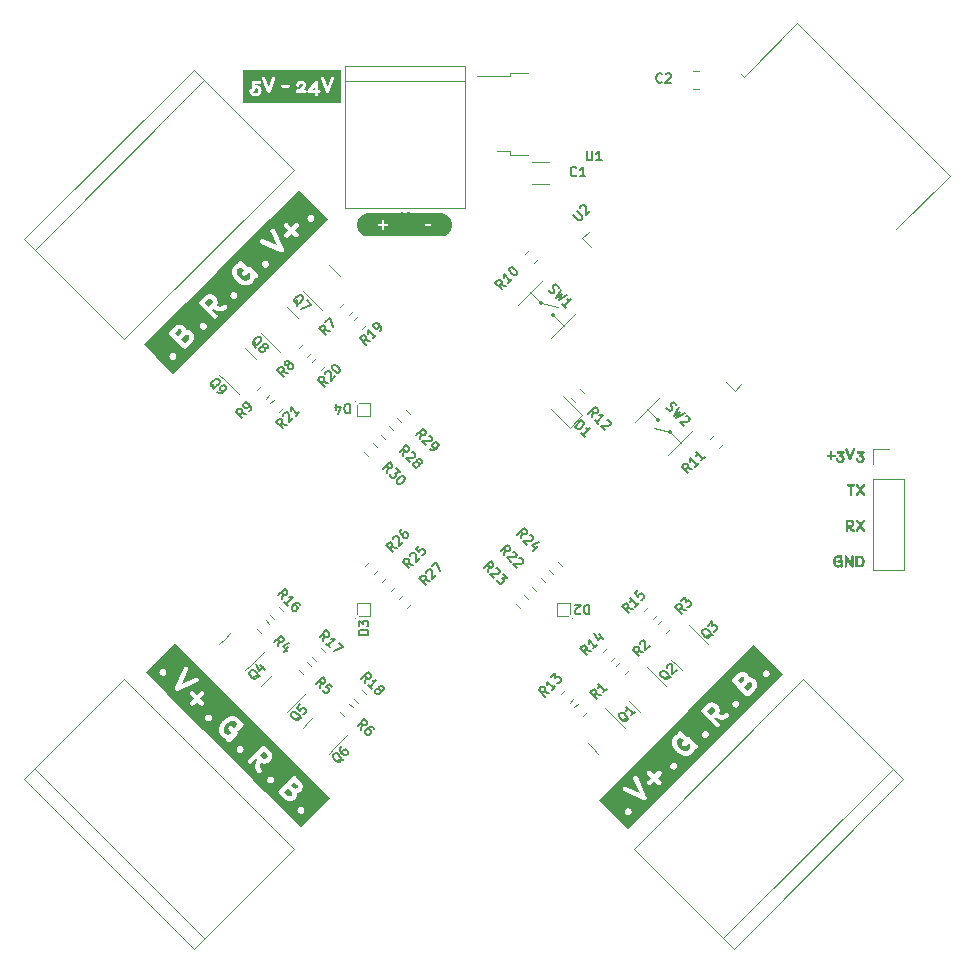
<source format=gto>
G04 #@! TF.GenerationSoftware,KiCad,Pcbnew,(7.0.0)*
G04 #@! TF.CreationDate,2023-02-17T18:54:55+01:00*
G04 #@! TF.ProjectId,enorme-metapixel,656e6f72-6d65-42d6-9d65-746170697865,rev?*
G04 #@! TF.SameCoordinates,Original*
G04 #@! TF.FileFunction,Legend,Top*
G04 #@! TF.FilePolarity,Positive*
%FSLAX46Y46*%
G04 Gerber Fmt 4.6, Leading zero omitted, Abs format (unit mm)*
G04 Created by KiCad (PCBNEW (7.0.0)) date 2023-02-17 18:54:55*
%MOMM*%
%LPD*%
G01*
G04 APERTURE LIST*
%ADD10C,0.300000*%
%ADD11C,0.160000*%
%ADD12C,0.250000*%
%ADD13C,0.150000*%
%ADD14C,0.120000*%
%ADD15C,0.100000*%
G04 APERTURE END LIST*
D10*
G36*
X152984788Y-121952441D02*
G01*
X152997347Y-121964849D01*
X153011289Y-121977558D01*
X153022714Y-121986637D01*
X153038696Y-122003909D01*
X153053126Y-122022184D01*
X153065918Y-122041334D01*
X153076985Y-122061231D01*
X153086239Y-122081750D01*
X153093594Y-122102764D01*
X153098963Y-122124144D01*
X153102258Y-122145764D01*
X153103393Y-122167497D01*
X153102280Y-122189216D01*
X153098833Y-122210794D01*
X153092966Y-122232103D01*
X153084589Y-122253018D01*
X153073618Y-122273410D01*
X153059965Y-122293152D01*
X153043542Y-122312118D01*
X153027212Y-122326890D01*
X153009689Y-122339829D01*
X152991137Y-122350909D01*
X152971716Y-122360104D01*
X152951591Y-122367389D01*
X152930924Y-122372736D01*
X152909877Y-122376121D01*
X152888612Y-122377518D01*
X152867293Y-122376900D01*
X152846082Y-122374241D01*
X152825141Y-122369516D01*
X152804633Y-122362698D01*
X152784721Y-122353762D01*
X152765567Y-122342681D01*
X152747334Y-122329431D01*
X152730185Y-122313984D01*
X152401595Y-121985394D01*
X152709667Y-121677321D01*
X152984788Y-121952441D01*
G37*
G36*
X153525391Y-121408107D02*
G01*
X153537183Y-121421226D01*
X153551866Y-121442684D01*
X153562929Y-121465890D01*
X153570352Y-121490408D01*
X153574117Y-121515801D01*
X153574206Y-121541632D01*
X153570601Y-121567465D01*
X153563282Y-121592864D01*
X153556331Y-121609339D01*
X153547716Y-121625298D01*
X153537432Y-121640612D01*
X153525472Y-121655150D01*
X153518863Y-121662088D01*
X153504526Y-121675123D01*
X153489456Y-121686378D01*
X153473773Y-121695875D01*
X153457597Y-121703633D01*
X153441048Y-121709674D01*
X153415786Y-121715559D01*
X153390357Y-121717695D01*
X153365166Y-121716151D01*
X153340617Y-121710995D01*
X153317114Y-121702297D01*
X153295061Y-121690127D01*
X153274863Y-121674553D01*
X153268612Y-121668617D01*
X152993492Y-121393496D01*
X153252136Y-121134852D01*
X153525391Y-121408107D01*
G37*
G36*
X150934597Y-118824153D02*
G01*
X150950089Y-118841202D01*
X150963131Y-118858846D01*
X150973757Y-118877017D01*
X150982000Y-118895648D01*
X150987896Y-118914670D01*
X150991477Y-118934017D01*
X150992780Y-118953619D01*
X150991836Y-118973409D01*
X150988682Y-118993320D01*
X150983350Y-119013283D01*
X150975875Y-119033230D01*
X150966292Y-119053094D01*
X150954633Y-119072807D01*
X150940934Y-119092301D01*
X150925229Y-119111508D01*
X150907552Y-119130360D01*
X150888358Y-119147764D01*
X150884907Y-119150511D01*
X150882366Y-119152088D01*
X150879884Y-119154297D01*
X150880153Y-119154297D01*
X150868934Y-119163230D01*
X150849334Y-119176721D01*
X150829611Y-119188201D01*
X150809818Y-119197634D01*
X150790010Y-119204983D01*
X150770240Y-119210212D01*
X150750562Y-119213285D01*
X150731030Y-119214164D01*
X150711697Y-119212813D01*
X150692618Y-119209197D01*
X150673845Y-119203278D01*
X150655433Y-119195021D01*
X150637436Y-119184388D01*
X150619906Y-119171344D01*
X150602899Y-119155851D01*
X150333063Y-118886016D01*
X150664762Y-118554317D01*
X150934597Y-118824153D01*
G37*
G36*
X148043365Y-115978421D02*
G01*
X148065091Y-115980004D01*
X148086404Y-115982970D01*
X148107300Y-115987305D01*
X148127778Y-115992998D01*
X148147831Y-116000037D01*
X148167458Y-116008410D01*
X148186653Y-116018106D01*
X148205414Y-116029112D01*
X148223736Y-116041417D01*
X148241616Y-116055009D01*
X148259050Y-116069876D01*
X148276034Y-116086006D01*
X148299421Y-116110626D01*
X148319979Y-116134997D01*
X148337617Y-116159209D01*
X148352246Y-116183347D01*
X148363773Y-116207501D01*
X148372111Y-116231756D01*
X148377168Y-116256200D01*
X148378854Y-116280922D01*
X148377079Y-116306008D01*
X148371754Y-116331545D01*
X148362787Y-116357622D01*
X148350089Y-116384325D01*
X148333569Y-116411743D01*
X148313138Y-116439961D01*
X148301427Y-116454399D01*
X148288705Y-116469069D01*
X148274959Y-116483983D01*
X148260179Y-116499153D01*
X148245663Y-116514956D01*
X148233164Y-116531021D01*
X148222569Y-116547018D01*
X148213764Y-116562618D01*
X148204611Y-116582233D01*
X148198169Y-116599779D01*
X148193517Y-116617614D01*
X148192410Y-116632205D01*
X148025161Y-116464957D01*
X148007271Y-116448685D01*
X147988934Y-116435063D01*
X147970254Y-116423990D01*
X147951333Y-116415360D01*
X147932275Y-116409072D01*
X147913184Y-116405021D01*
X147894162Y-116403105D01*
X147875312Y-116403220D01*
X147856739Y-116405264D01*
X147838544Y-116409132D01*
X147820832Y-116414722D01*
X147803706Y-116421930D01*
X147787269Y-116430653D01*
X147771624Y-116440787D01*
X147756875Y-116452231D01*
X147743124Y-116464879D01*
X147730476Y-116478630D01*
X147719032Y-116493380D01*
X147708897Y-116509024D01*
X147700174Y-116525462D01*
X147692966Y-116542588D01*
X147687376Y-116560300D01*
X147683508Y-116578494D01*
X147681465Y-116597067D01*
X147681350Y-116615917D01*
X147683266Y-116634939D01*
X147687316Y-116654031D01*
X147693605Y-116673089D01*
X147702234Y-116692009D01*
X147713308Y-116710690D01*
X147726930Y-116729027D01*
X147743202Y-116746917D01*
X147993453Y-116997167D01*
X147973703Y-117015857D01*
X147953867Y-117033233D01*
X147933958Y-117049309D01*
X147913989Y-117064099D01*
X147893973Y-117077617D01*
X147873924Y-117089876D01*
X147853856Y-117100890D01*
X147833782Y-117110674D01*
X147813715Y-117119241D01*
X147793668Y-117126605D01*
X147773656Y-117132780D01*
X147753691Y-117137780D01*
X147733788Y-117141619D01*
X147713958Y-117144311D01*
X147694217Y-117145869D01*
X147674577Y-117146307D01*
X147655052Y-117145640D01*
X147635655Y-117143881D01*
X147616400Y-117141045D01*
X147597299Y-117137144D01*
X147578367Y-117132193D01*
X147559617Y-117126206D01*
X147541063Y-117119197D01*
X147522717Y-117111179D01*
X147504593Y-117102167D01*
X147486706Y-117092174D01*
X147469067Y-117081214D01*
X147451690Y-117069301D01*
X147434590Y-117056450D01*
X147417779Y-117042673D01*
X147401271Y-117027985D01*
X147385079Y-117012400D01*
X147368447Y-116994886D01*
X147353065Y-116976860D01*
X147338943Y-116958332D01*
X147326094Y-116939314D01*
X147314528Y-116919818D01*
X147304256Y-116899855D01*
X147295290Y-116879438D01*
X147287641Y-116858577D01*
X147281319Y-116837285D01*
X147276337Y-116815573D01*
X147272704Y-116793452D01*
X147270434Y-116770934D01*
X147269535Y-116748031D01*
X147270020Y-116724754D01*
X147271900Y-116701115D01*
X147275186Y-116677126D01*
X147279890Y-116652798D01*
X147286021Y-116628143D01*
X147293592Y-116603173D01*
X147302614Y-116577898D01*
X147313097Y-116552331D01*
X147325053Y-116526483D01*
X147338493Y-116500366D01*
X147353429Y-116473992D01*
X147369871Y-116447372D01*
X147387830Y-116420517D01*
X147407318Y-116393440D01*
X147428346Y-116366151D01*
X147450925Y-116338664D01*
X147475066Y-116310988D01*
X147500781Y-116283136D01*
X147528080Y-116255120D01*
X147557260Y-116226585D01*
X147586104Y-116199668D01*
X147614607Y-116174358D01*
X147642765Y-116150643D01*
X147670575Y-116128511D01*
X147698033Y-116107949D01*
X147725135Y-116088947D01*
X147751877Y-116071492D01*
X147778256Y-116055573D01*
X147804268Y-116041178D01*
X147829909Y-116028294D01*
X147855175Y-116016910D01*
X147880062Y-116007015D01*
X147904568Y-115998596D01*
X147928688Y-115991641D01*
X147952418Y-115986139D01*
X147975754Y-115982078D01*
X147998693Y-115979446D01*
X148021232Y-115978231D01*
X148043365Y-115978421D01*
G37*
G36*
X156276887Y-122522889D02*
G01*
X153800823Y-124998952D01*
X152356344Y-123554473D01*
X153527140Y-123554473D01*
X153528497Y-123582981D01*
X153532537Y-123611265D01*
X153539259Y-123639103D01*
X153548663Y-123666275D01*
X153560745Y-123692560D01*
X153575506Y-123717736D01*
X153592944Y-123741585D01*
X153613057Y-123763883D01*
X153635427Y-123784068D01*
X153659373Y-123801603D01*
X153684668Y-123816482D01*
X153711088Y-123828700D01*
X153738407Y-123838251D01*
X153766402Y-123845130D01*
X153794846Y-123849331D01*
X153823516Y-123850849D01*
X153852185Y-123849679D01*
X153880630Y-123845814D01*
X153908624Y-123839251D01*
X153935944Y-123829982D01*
X153962364Y-123818003D01*
X153987659Y-123803308D01*
X154011604Y-123785891D01*
X154033975Y-123765748D01*
X154054084Y-123743411D01*
X154071512Y-123719455D01*
X154086258Y-123694109D01*
X154098320Y-123667606D01*
X154107700Y-123640175D01*
X154114396Y-123612048D01*
X154118409Y-123583455D01*
X154119736Y-123554629D01*
X154118379Y-123525798D01*
X154114337Y-123497195D01*
X154107609Y-123469049D01*
X154098194Y-123441593D01*
X154086093Y-123415057D01*
X154071304Y-123389671D01*
X154053828Y-123365667D01*
X154033664Y-123343275D01*
X154011345Y-123323184D01*
X153987438Y-123305805D01*
X153962171Y-123291134D01*
X153935769Y-123279168D01*
X153908461Y-123269901D01*
X153880472Y-123263330D01*
X153852030Y-123259448D01*
X153823360Y-123258252D01*
X153794691Y-123259738D01*
X153766249Y-123263900D01*
X153738260Y-123270735D01*
X153710952Y-123280237D01*
X153684550Y-123292402D01*
X153659283Y-123307225D01*
X153635376Y-123324703D01*
X153613057Y-123344830D01*
X153592896Y-123367183D01*
X153575430Y-123391078D01*
X153560657Y-123416296D01*
X153548575Y-123442613D01*
X153539184Y-123469811D01*
X153532482Y-123497667D01*
X153528468Y-123525961D01*
X153527140Y-123554473D01*
X152356344Y-123554473D01*
X150793338Y-121991467D01*
X151912951Y-121991467D01*
X151914732Y-122011066D01*
X151918667Y-122030703D01*
X151924865Y-122050259D01*
X151933435Y-122069614D01*
X151944485Y-122088650D01*
X151958124Y-122107247D01*
X151974459Y-122125285D01*
X152446671Y-122597497D01*
X152469709Y-122619395D01*
X152493612Y-122639912D01*
X152518324Y-122659046D01*
X152543788Y-122676793D01*
X152569948Y-122693150D01*
X152596746Y-122708114D01*
X152624128Y-122721681D01*
X152652035Y-122733848D01*
X152680411Y-122744612D01*
X152709201Y-122753971D01*
X152738347Y-122761919D01*
X152767793Y-122768455D01*
X152797483Y-122773575D01*
X152827359Y-122777275D01*
X152857366Y-122779553D01*
X152887446Y-122780406D01*
X152917544Y-122779829D01*
X152947603Y-122777820D01*
X152977565Y-122774376D01*
X153007376Y-122769493D01*
X153036978Y-122763168D01*
X153066314Y-122755398D01*
X153095329Y-122746180D01*
X153123965Y-122735509D01*
X153152167Y-122723384D01*
X153179877Y-122709801D01*
X153207039Y-122694756D01*
X153233596Y-122678247D01*
X153259493Y-122660269D01*
X153284672Y-122640821D01*
X153309077Y-122619898D01*
X153332652Y-122597497D01*
X153346114Y-122583299D01*
X153358992Y-122568922D01*
X153371294Y-122554377D01*
X153383026Y-122539676D01*
X153394194Y-122524828D01*
X153404806Y-122509847D01*
X153414868Y-122494741D01*
X153424387Y-122479522D01*
X153433370Y-122464201D01*
X153449753Y-122433298D01*
X153464070Y-122402117D01*
X153476376Y-122370747D01*
X153486724Y-122339275D01*
X153495169Y-122307789D01*
X153501763Y-122276375D01*
X153506561Y-122245122D01*
X153509616Y-122214116D01*
X153510982Y-122183445D01*
X153510713Y-122153197D01*
X153508862Y-122123460D01*
X153507361Y-122108809D01*
X153526785Y-122104781D01*
X153546323Y-122099929D01*
X153565930Y-122094261D01*
X153585559Y-122087782D01*
X153605165Y-122080500D01*
X153624700Y-122072421D01*
X153644120Y-122063553D01*
X153663379Y-122053902D01*
X153682430Y-122043475D01*
X153701227Y-122032279D01*
X153719724Y-122020320D01*
X153737876Y-122007606D01*
X153755636Y-121994144D01*
X153772959Y-121979939D01*
X153789798Y-121965000D01*
X153806107Y-121949333D01*
X153826194Y-121928218D01*
X153845066Y-121906293D01*
X153862714Y-121883610D01*
X153879131Y-121860219D01*
X153894309Y-121836171D01*
X153908240Y-121811519D01*
X153920917Y-121786313D01*
X153932330Y-121760605D01*
X153942473Y-121734446D01*
X153951338Y-121707888D01*
X153958917Y-121680982D01*
X153965201Y-121653779D01*
X153970184Y-121626330D01*
X153973856Y-121598687D01*
X153976212Y-121570902D01*
X153977241Y-121543025D01*
X153976938Y-121515108D01*
X153975293Y-121487202D01*
X153972299Y-121459359D01*
X153967948Y-121431630D01*
X153962232Y-121404066D01*
X153955144Y-121376719D01*
X153946675Y-121349640D01*
X153936818Y-121322880D01*
X153925565Y-121296491D01*
X153912908Y-121270524D01*
X153898839Y-121245030D01*
X153883350Y-121220061D01*
X153866433Y-121195668D01*
X153848081Y-121171902D01*
X153828286Y-121148816D01*
X153807040Y-121126459D01*
X153390163Y-120709582D01*
X153372121Y-120693249D01*
X153353517Y-120679618D01*
X153334475Y-120668574D01*
X153315116Y-120660007D01*
X153295565Y-120653805D01*
X153275943Y-120649854D01*
X153256374Y-120648044D01*
X153236981Y-120648262D01*
X153217887Y-120650397D01*
X153199214Y-120654335D01*
X153181086Y-120659966D01*
X153163625Y-120667177D01*
X153146955Y-120675856D01*
X153131199Y-120685891D01*
X153116479Y-120697170D01*
X153102918Y-120709582D01*
X152419004Y-121393496D01*
X151976013Y-121836487D01*
X151963277Y-121850372D01*
X151951720Y-121865370D01*
X151941451Y-121881360D01*
X151932579Y-121898224D01*
X151925211Y-121915841D01*
X151919455Y-121934094D01*
X151915421Y-121952862D01*
X151913217Y-121972026D01*
X151913034Y-121985394D01*
X151912951Y-121991467D01*
X150793338Y-121991467D01*
X149787311Y-120985440D01*
X150958107Y-120985440D01*
X150959464Y-121013948D01*
X150963504Y-121042232D01*
X150970226Y-121070070D01*
X150979630Y-121097242D01*
X150991713Y-121123527D01*
X151006473Y-121148704D01*
X151023911Y-121172552D01*
X151044024Y-121194850D01*
X151066394Y-121215035D01*
X151090340Y-121232570D01*
X151115635Y-121247449D01*
X151142055Y-121259667D01*
X151169374Y-121269218D01*
X151197369Y-121276097D01*
X151225813Y-121280298D01*
X151254483Y-121281816D01*
X151283152Y-121280646D01*
X151311597Y-121276782D01*
X151339591Y-121270218D01*
X151366911Y-121260949D01*
X151393331Y-121248970D01*
X151418626Y-121234275D01*
X151442572Y-121216859D01*
X151464942Y-121196715D01*
X151485052Y-121174379D01*
X151502479Y-121150422D01*
X151517225Y-121125076D01*
X151529288Y-121098573D01*
X151538667Y-121071142D01*
X151545364Y-121043015D01*
X151549376Y-121014423D01*
X151550704Y-120985596D01*
X151549346Y-120956765D01*
X151545304Y-120928162D01*
X151538576Y-120900016D01*
X151529161Y-120872560D01*
X151517060Y-120846024D01*
X151502272Y-120820638D01*
X151484795Y-120796634D01*
X151464631Y-120774243D01*
X151442312Y-120754151D01*
X151418405Y-120736772D01*
X151393138Y-120722102D01*
X151366736Y-120710135D01*
X151339428Y-120700869D01*
X151311439Y-120694297D01*
X151282997Y-120690415D01*
X151254328Y-120689220D01*
X151225658Y-120690705D01*
X151197216Y-120694867D01*
X151169227Y-120701702D01*
X151141919Y-120711204D01*
X151115517Y-120723369D01*
X151090250Y-120738193D01*
X151066343Y-120755670D01*
X151044024Y-120775797D01*
X151023863Y-120798150D01*
X151006397Y-120822046D01*
X150991624Y-120847263D01*
X150979542Y-120873580D01*
X150970151Y-120900778D01*
X150963449Y-120928634D01*
X150959435Y-120956928D01*
X150958107Y-120985440D01*
X149787311Y-120985440D01*
X148211507Y-119409636D01*
X149307206Y-119409636D01*
X149307424Y-119429029D01*
X149309558Y-119448123D01*
X149313497Y-119466796D01*
X149319128Y-119484924D01*
X149326338Y-119502384D01*
X149335017Y-119519054D01*
X149345053Y-119534811D01*
X149356332Y-119549531D01*
X149368743Y-119563092D01*
X149382611Y-119575810D01*
X149397559Y-119587318D01*
X149413473Y-119597510D01*
X149430237Y-119606283D01*
X149447737Y-119613534D01*
X149465859Y-119619157D01*
X149484486Y-119623051D01*
X149503505Y-119625110D01*
X149522802Y-119625231D01*
X149542260Y-119623311D01*
X149561765Y-119619244D01*
X149581204Y-119612928D01*
X149600460Y-119604258D01*
X149619419Y-119593132D01*
X149637966Y-119579444D01*
X149655987Y-119563092D01*
X150051415Y-119167664D01*
X150140945Y-119257195D01*
X150109547Y-119312219D01*
X150090448Y-119344858D01*
X150072181Y-119377547D01*
X150054796Y-119410280D01*
X150038346Y-119443054D01*
X150022882Y-119475864D01*
X150008456Y-119508704D01*
X149995120Y-119541570D01*
X149982926Y-119574458D01*
X149971924Y-119607362D01*
X149962168Y-119640277D01*
X149953707Y-119673199D01*
X149946595Y-119706123D01*
X149940883Y-119739045D01*
X149936622Y-119771959D01*
X149933865Y-119804861D01*
X149932662Y-119837746D01*
X149933066Y-119870608D01*
X149935128Y-119903445D01*
X149938900Y-119936249D01*
X149944434Y-119969018D01*
X149951781Y-120001745D01*
X149960993Y-120034427D01*
X149972122Y-120067058D01*
X149985219Y-120099634D01*
X150000336Y-120132150D01*
X150017524Y-120164601D01*
X150036837Y-120196982D01*
X150058324Y-120229289D01*
X150082038Y-120261517D01*
X150108031Y-120293660D01*
X150136354Y-120325715D01*
X150167058Y-120357676D01*
X150184963Y-120373934D01*
X150203341Y-120387514D01*
X150222089Y-120398521D01*
X150241100Y-120407060D01*
X150260271Y-120413236D01*
X150279495Y-120417153D01*
X150298668Y-120418919D01*
X150317685Y-120418636D01*
X150336440Y-120416411D01*
X150354829Y-120412348D01*
X150372746Y-120406553D01*
X150390087Y-120399130D01*
X150406746Y-120390185D01*
X150422619Y-120379823D01*
X150437599Y-120368148D01*
X150451582Y-120355267D01*
X150464464Y-120341284D01*
X150476138Y-120326303D01*
X150486501Y-120310431D01*
X150495446Y-120293772D01*
X150502868Y-120276431D01*
X150508663Y-120258514D01*
X150512726Y-120240125D01*
X150514951Y-120221369D01*
X150515234Y-120202353D01*
X150513469Y-120183179D01*
X150509551Y-120163955D01*
X150503375Y-120144785D01*
X150494836Y-120125773D01*
X150483830Y-120107026D01*
X150470250Y-120088647D01*
X150453992Y-120070743D01*
X150439946Y-120056351D01*
X150426780Y-120042125D01*
X150414494Y-120028033D01*
X150403089Y-120014043D01*
X150382928Y-119986245D01*
X150366307Y-119958480D01*
X150353234Y-119930496D01*
X150343718Y-119902042D01*
X150337768Y-119872867D01*
X150335395Y-119842719D01*
X150336606Y-119811348D01*
X150341410Y-119778500D01*
X150349818Y-119743926D01*
X150355376Y-119725913D01*
X150361838Y-119707374D01*
X150369205Y-119688278D01*
X150377479Y-119668593D01*
X150386660Y-119648287D01*
X150396750Y-119627330D01*
X150407750Y-119605690D01*
X150419661Y-119583335D01*
X150432484Y-119560235D01*
X150446220Y-119536357D01*
X150469955Y-119550740D01*
X150493982Y-119563657D01*
X150518267Y-119575139D01*
X150542777Y-119585215D01*
X150567478Y-119593915D01*
X150592335Y-119601269D01*
X150617315Y-119607307D01*
X150642384Y-119612058D01*
X150667508Y-119615554D01*
X150692653Y-119617822D01*
X150717786Y-119618894D01*
X150742872Y-119618800D01*
X150767878Y-119617568D01*
X150792770Y-119615230D01*
X150817513Y-119611814D01*
X150842075Y-119607352D01*
X150866420Y-119601872D01*
X150890516Y-119595404D01*
X150914328Y-119587979D01*
X150937823Y-119579627D01*
X150960967Y-119570376D01*
X150983725Y-119560258D01*
X151006064Y-119549301D01*
X151027951Y-119537537D01*
X151049350Y-119524994D01*
X151070229Y-119511703D01*
X151090554Y-119497694D01*
X151110289Y-119482996D01*
X151129403Y-119467639D01*
X151147861Y-119451653D01*
X151165628Y-119435069D01*
X151182672Y-119417915D01*
X151188889Y-119423511D01*
X151209066Y-119402843D01*
X151228469Y-119381263D01*
X151247054Y-119358819D01*
X151264771Y-119335557D01*
X151281574Y-119311525D01*
X151297415Y-119286768D01*
X151312247Y-119261334D01*
X151326022Y-119235269D01*
X151338694Y-119208620D01*
X151350214Y-119181435D01*
X151360536Y-119153759D01*
X151369612Y-119125640D01*
X151377395Y-119097124D01*
X151383837Y-119068258D01*
X151388891Y-119039090D01*
X151392509Y-119009665D01*
X151394645Y-118980030D01*
X151395251Y-118950233D01*
X151394280Y-118920320D01*
X151391684Y-118890338D01*
X151387415Y-118860333D01*
X151381427Y-118830353D01*
X151373673Y-118800444D01*
X151364104Y-118770654D01*
X151352673Y-118741028D01*
X151339334Y-118711614D01*
X151324038Y-118682458D01*
X151306738Y-118653607D01*
X151287388Y-118625109D01*
X151265939Y-118597009D01*
X151242344Y-118569355D01*
X151216557Y-118542193D01*
X150803099Y-118128736D01*
X150785058Y-118112403D01*
X150766454Y-118098772D01*
X150747412Y-118087728D01*
X150728053Y-118079161D01*
X150708501Y-118072959D01*
X150688880Y-118069008D01*
X150669311Y-118067198D01*
X150649918Y-118067416D01*
X150630823Y-118069551D01*
X150612151Y-118073489D01*
X150594023Y-118079120D01*
X150576562Y-118086331D01*
X150559892Y-118095010D01*
X150544136Y-118105045D01*
X150529416Y-118116324D01*
X150515855Y-118128736D01*
X149758574Y-118886016D01*
X149368743Y-119275847D01*
X149352411Y-119293889D01*
X149338779Y-119312492D01*
X149327736Y-119331535D01*
X149319169Y-119350893D01*
X149312966Y-119370445D01*
X149309016Y-119390067D01*
X149307206Y-119409636D01*
X148211507Y-119409636D01*
X147203356Y-118401485D01*
X148374152Y-118401485D01*
X148375509Y-118429993D01*
X148379549Y-118458277D01*
X148386272Y-118486115D01*
X148395675Y-118513287D01*
X148407758Y-118539572D01*
X148422519Y-118564749D01*
X148439956Y-118588597D01*
X148460069Y-118610896D01*
X148482440Y-118631081D01*
X148506385Y-118648615D01*
X148531680Y-118663494D01*
X148558100Y-118675712D01*
X148585420Y-118685263D01*
X148613414Y-118692142D01*
X148641859Y-118696343D01*
X148670528Y-118697862D01*
X148699198Y-118696691D01*
X148727642Y-118692827D01*
X148755637Y-118686263D01*
X148782956Y-118676994D01*
X148809376Y-118665015D01*
X148834671Y-118650320D01*
X148858617Y-118632904D01*
X148880987Y-118612761D01*
X148901097Y-118590424D01*
X148918524Y-118566467D01*
X148933270Y-118541122D01*
X148945333Y-118514618D01*
X148954713Y-118487187D01*
X148961409Y-118459060D01*
X148965421Y-118430468D01*
X148966749Y-118401641D01*
X148965392Y-118372810D01*
X148961349Y-118344207D01*
X148954621Y-118316062D01*
X148945207Y-118288605D01*
X148933105Y-118262069D01*
X148918317Y-118236683D01*
X148900841Y-118212679D01*
X148880677Y-118190288D01*
X148858357Y-118170196D01*
X148834450Y-118152817D01*
X148809183Y-118138147D01*
X148782782Y-118126181D01*
X148755473Y-118116914D01*
X148727484Y-118110342D01*
X148699042Y-118106460D01*
X148670373Y-118105265D01*
X148641704Y-118106750D01*
X148613261Y-118110913D01*
X148585272Y-118117747D01*
X148557964Y-118127249D01*
X148531563Y-118139414D01*
X148506295Y-118154238D01*
X148482388Y-118171715D01*
X148460069Y-118191842D01*
X148439908Y-118214195D01*
X148422442Y-118238091D01*
X148407669Y-118263308D01*
X148395588Y-118289626D01*
X148386197Y-118316823D01*
X148379495Y-118344679D01*
X148375480Y-118372974D01*
X148374152Y-118401485D01*
X147203356Y-118401485D01*
X145541619Y-116739748D01*
X146866591Y-116739748D01*
X146866706Y-116748031D01*
X146867205Y-116783919D01*
X146870443Y-116828045D01*
X146876389Y-116872068D01*
X146885129Y-116915931D01*
X146896745Y-116959576D01*
X146911325Y-117002947D01*
X146928951Y-117045986D01*
X146949708Y-117088636D01*
X146973682Y-117130840D01*
X147000956Y-117172540D01*
X147031616Y-117213680D01*
X147065746Y-117254202D01*
X147103431Y-117294049D01*
X147116160Y-117306553D01*
X147128930Y-117318656D01*
X147154566Y-117341660D01*
X147180286Y-117363076D01*
X147206037Y-117382919D01*
X147231766Y-117401202D01*
X147257421Y-117417940D01*
X147282948Y-117433148D01*
X147308294Y-117446841D01*
X147333408Y-117459033D01*
X147358235Y-117469739D01*
X147382724Y-117478973D01*
X147406821Y-117486749D01*
X147430473Y-117493083D01*
X147453629Y-117497989D01*
X147476234Y-117501482D01*
X147498236Y-117503575D01*
X147487311Y-117523696D01*
X147479952Y-117545328D01*
X147475986Y-117568081D01*
X147475241Y-117591565D01*
X147477546Y-117615389D01*
X147482728Y-117639162D01*
X147490614Y-117662495D01*
X147501034Y-117684997D01*
X147513814Y-117706278D01*
X147528783Y-117725947D01*
X147539893Y-117737971D01*
X147553761Y-117750690D01*
X147568709Y-117762197D01*
X147584622Y-117772390D01*
X147601387Y-117781163D01*
X147618887Y-117788414D01*
X147637008Y-117794037D01*
X147655636Y-117797931D01*
X147674655Y-117799990D01*
X147693951Y-117800111D01*
X147713409Y-117798190D01*
X147732915Y-117794124D01*
X147752353Y-117787808D01*
X147771609Y-117779138D01*
X147790568Y-117768012D01*
X147809116Y-117754324D01*
X147827137Y-117737971D01*
X148419034Y-117146074D01*
X148433539Y-117130201D01*
X148446154Y-117113548D01*
X148456871Y-117096221D01*
X148465679Y-117078329D01*
X148472569Y-117059980D01*
X148477532Y-117041281D01*
X148480557Y-117022341D01*
X148481636Y-117003268D01*
X148480758Y-116984169D01*
X148477914Y-116965153D01*
X148473095Y-116946327D01*
X148466291Y-116927799D01*
X148457493Y-116909678D01*
X148446690Y-116892071D01*
X148433874Y-116875085D01*
X148419034Y-116858830D01*
X148414060Y-116853856D01*
X148431789Y-116852098D01*
X148450636Y-116846725D01*
X148468773Y-116839631D01*
X148488784Y-116829759D01*
X148504553Y-116820369D01*
X148520609Y-116809152D01*
X148536622Y-116795994D01*
X148547113Y-116786086D01*
X148899951Y-116433248D01*
X148916234Y-116415261D01*
X148929835Y-116396702D01*
X148940859Y-116377693D01*
X148949413Y-116358353D01*
X148955605Y-116338804D01*
X148959541Y-116319166D01*
X148961329Y-116299560D01*
X148961075Y-116280106D01*
X148958887Y-116260926D01*
X148954872Y-116242139D01*
X148949136Y-116223867D01*
X148941787Y-116206230D01*
X148932931Y-116189350D01*
X148922676Y-116173346D01*
X148911129Y-116158339D01*
X148898396Y-116144450D01*
X148884496Y-116131775D01*
X148869361Y-116120234D01*
X148853229Y-116109942D01*
X148836341Y-116101018D01*
X148818937Y-116093577D01*
X148801256Y-116087736D01*
X148783539Y-116083613D01*
X148766024Y-116081324D01*
X148743401Y-116081326D01*
X148722133Y-116085074D01*
X148717629Y-116067986D01*
X148712389Y-116050672D01*
X148706408Y-116033165D01*
X148699677Y-116015502D01*
X148692191Y-115997716D01*
X148683941Y-115979843D01*
X148674922Y-115961919D01*
X148665127Y-115943977D01*
X148654548Y-115926054D01*
X148643180Y-115908184D01*
X148631014Y-115890402D01*
X148618045Y-115872744D01*
X148604265Y-115855245D01*
X148589667Y-115837938D01*
X148574246Y-115820861D01*
X148557993Y-115804047D01*
X148517618Y-115765898D01*
X148476674Y-115731532D01*
X148435212Y-115700849D01*
X148393285Y-115673750D01*
X148350944Y-115650137D01*
X148308241Y-115629910D01*
X148265228Y-115612969D01*
X148221957Y-115599217D01*
X148178480Y-115588554D01*
X148134848Y-115580880D01*
X148091113Y-115576097D01*
X148047328Y-115574105D01*
X148003545Y-115574806D01*
X147959814Y-115578100D01*
X147916188Y-115583889D01*
X147872718Y-115592072D01*
X147829457Y-115602551D01*
X147786457Y-115615228D01*
X147743769Y-115630002D01*
X147701445Y-115646775D01*
X147659537Y-115665447D01*
X147618097Y-115685920D01*
X147577177Y-115708095D01*
X147536828Y-115731871D01*
X147497102Y-115757151D01*
X147458052Y-115783835D01*
X147419729Y-115811824D01*
X147382185Y-115841019D01*
X147345472Y-115871321D01*
X147309641Y-115902630D01*
X147274745Y-115934848D01*
X147240835Y-115967875D01*
X147207683Y-116002047D01*
X147175545Y-116037260D01*
X147144508Y-116073458D01*
X147114655Y-116110581D01*
X147086072Y-116148575D01*
X147058843Y-116187380D01*
X147033052Y-116226941D01*
X147008785Y-116267200D01*
X146986126Y-116308099D01*
X146965159Y-116349582D01*
X146945970Y-116391592D01*
X146928642Y-116434070D01*
X146913261Y-116476960D01*
X146899911Y-116520205D01*
X146888677Y-116563747D01*
X146879643Y-116607530D01*
X146872894Y-116651496D01*
X146868515Y-116695587D01*
X146866591Y-116739748D01*
X145541619Y-116739748D01*
X144533602Y-115731731D01*
X145704397Y-115731731D01*
X145705754Y-115760239D01*
X145709794Y-115788522D01*
X145716517Y-115816360D01*
X145725920Y-115843532D01*
X145738003Y-115869817D01*
X145752764Y-115894994D01*
X145770201Y-115918842D01*
X145790314Y-115941141D01*
X145812685Y-115961326D01*
X145836630Y-115978860D01*
X145861925Y-115993739D01*
X145888345Y-116005957D01*
X145915665Y-116015508D01*
X145943659Y-116022387D01*
X145972104Y-116026588D01*
X146000773Y-116028107D01*
X146029443Y-116026936D01*
X146057887Y-116023072D01*
X146085882Y-116016508D01*
X146113202Y-116007239D01*
X146139621Y-115995260D01*
X146164917Y-115980565D01*
X146188862Y-115963149D01*
X146211233Y-115943006D01*
X146231342Y-115920669D01*
X146248770Y-115896712D01*
X146263515Y-115871367D01*
X146275578Y-115844863D01*
X146284958Y-115817432D01*
X146291654Y-115789305D01*
X146295666Y-115760713D01*
X146296994Y-115731886D01*
X146295637Y-115703055D01*
X146291594Y-115674452D01*
X146284866Y-115646307D01*
X146275452Y-115618851D01*
X146263350Y-115592314D01*
X146248562Y-115566929D01*
X146231086Y-115542924D01*
X146210922Y-115520533D01*
X146188602Y-115500441D01*
X146164696Y-115483062D01*
X146139428Y-115468392D01*
X146113027Y-115456426D01*
X146085718Y-115447159D01*
X146057729Y-115440587D01*
X146029287Y-115436706D01*
X146000618Y-115435510D01*
X145971949Y-115436995D01*
X145943506Y-115441158D01*
X145915518Y-115447992D01*
X145888209Y-115457494D01*
X145861808Y-115469659D01*
X145836540Y-115484483D01*
X145812633Y-115501960D01*
X145790314Y-115522087D01*
X145770153Y-115544440D01*
X145752687Y-115568336D01*
X145737914Y-115593553D01*
X145725833Y-115619871D01*
X145716442Y-115647068D01*
X145709740Y-115674924D01*
X145705725Y-115703219D01*
X145704397Y-115731731D01*
X144533602Y-115731731D01*
X142472897Y-113671026D01*
X144385557Y-113671026D01*
X144387339Y-113690009D01*
X144391252Y-113709047D01*
X144397401Y-113728035D01*
X144405888Y-113746870D01*
X144416818Y-113765449D01*
X144430295Y-113783666D01*
X144446421Y-113801420D01*
X144725272Y-114080270D01*
X144448287Y-114357256D01*
X144432375Y-114374835D01*
X144419077Y-114392987D01*
X144408289Y-114411590D01*
X144399907Y-114430524D01*
X144393828Y-114449670D01*
X144389947Y-114468907D01*
X144388161Y-114488115D01*
X144388366Y-114507173D01*
X144390458Y-114525962D01*
X144394334Y-114544361D01*
X144399888Y-114562250D01*
X144407019Y-114579509D01*
X144415621Y-114596017D01*
X144425591Y-114611655D01*
X144436825Y-114626302D01*
X144449219Y-114639837D01*
X144462755Y-114652232D01*
X144477402Y-114663466D01*
X144493039Y-114673436D01*
X144509547Y-114682038D01*
X144526806Y-114689168D01*
X144544695Y-114694723D01*
X144563094Y-114698598D01*
X144581883Y-114700690D01*
X144600942Y-114700895D01*
X144620149Y-114699109D01*
X144639386Y-114695228D01*
X144658532Y-114689149D01*
X144677467Y-114680767D01*
X144696070Y-114669979D01*
X144714221Y-114656682D01*
X144731800Y-114640770D01*
X145008786Y-114363784D01*
X145287637Y-114642635D01*
X145305362Y-114658733D01*
X145323553Y-114672183D01*
X145342107Y-114683089D01*
X145360919Y-114691553D01*
X145379887Y-114697681D01*
X145398905Y-114701575D01*
X145417871Y-114703340D01*
X145436680Y-114703080D01*
X145455228Y-114700898D01*
X145473412Y-114696898D01*
X145491128Y-114691184D01*
X145508272Y-114683859D01*
X145524740Y-114675029D01*
X145540429Y-114664795D01*
X145555234Y-114653263D01*
X145569052Y-114640537D01*
X145581779Y-114626719D01*
X145593311Y-114611913D01*
X145603544Y-114596225D01*
X145612375Y-114579757D01*
X145619699Y-114562613D01*
X145625413Y-114544897D01*
X145629413Y-114526712D01*
X145631595Y-114508164D01*
X145631856Y-114489355D01*
X145630091Y-114470390D01*
X145626196Y-114451371D01*
X145620069Y-114432404D01*
X145611604Y-114413591D01*
X145600699Y-114395038D01*
X145587249Y-114376846D01*
X145571150Y-114359121D01*
X145292300Y-114080270D01*
X145571150Y-113801420D01*
X145587428Y-113783468D01*
X145601012Y-113765011D01*
X145612015Y-113746165D01*
X145620550Y-113727044D01*
X145626727Y-113707762D01*
X145630659Y-113688435D01*
X145632458Y-113669177D01*
X145632236Y-113650104D01*
X145630106Y-113631328D01*
X145626178Y-113612967D01*
X145620566Y-113595133D01*
X145613380Y-113577943D01*
X145604734Y-113561510D01*
X145594739Y-113545950D01*
X145583507Y-113531377D01*
X145571150Y-113517906D01*
X145557679Y-113505549D01*
X145543107Y-113494317D01*
X145527546Y-113484322D01*
X145511114Y-113475676D01*
X145493923Y-113468491D01*
X145476090Y-113462878D01*
X145457728Y-113458951D01*
X145438953Y-113456820D01*
X145419879Y-113456598D01*
X145400621Y-113458397D01*
X145381294Y-113462329D01*
X145362012Y-113468507D01*
X145342891Y-113477041D01*
X145324045Y-113488044D01*
X145305588Y-113501628D01*
X145287637Y-113517906D01*
X145008786Y-113796757D01*
X144729935Y-113517906D01*
X144712182Y-113501779D01*
X144693964Y-113488303D01*
X144675386Y-113477373D01*
X144656550Y-113468886D01*
X144637562Y-113462737D01*
X144618525Y-113458824D01*
X144599542Y-113457041D01*
X144580717Y-113457286D01*
X144562155Y-113459455D01*
X144543959Y-113463443D01*
X144526233Y-113469147D01*
X144509081Y-113476463D01*
X144492607Y-113485287D01*
X144476913Y-113495516D01*
X144462105Y-113507045D01*
X144448287Y-113519771D01*
X144435561Y-113533590D01*
X144424031Y-113548398D01*
X144413803Y-113564091D01*
X144404978Y-113580566D01*
X144397662Y-113597718D01*
X144391958Y-113615444D01*
X144387970Y-113633640D01*
X144385802Y-113652202D01*
X144385557Y-113671026D01*
X142472897Y-113671026D01*
X142039077Y-113237206D01*
X143128842Y-113237206D01*
X143129375Y-113260894D01*
X143132683Y-113283510D01*
X143138581Y-113304912D01*
X143146885Y-113324961D01*
X143157411Y-113343513D01*
X143169973Y-113360428D01*
X143184388Y-113375565D01*
X143189572Y-113380190D01*
X143204013Y-113395110D01*
X143220307Y-113408266D01*
X143238309Y-113419471D01*
X143257873Y-113428535D01*
X143278854Y-113435269D01*
X143301104Y-113439484D01*
X143324478Y-113440991D01*
X143348830Y-113439601D01*
X143374014Y-113435124D01*
X143391194Y-113430332D01*
X143408635Y-113424029D01*
X143417440Y-113420293D01*
X145047645Y-112684773D01*
X145074820Y-112670774D01*
X145098259Y-112654500D01*
X145118086Y-112636240D01*
X145134426Y-112616285D01*
X145147403Y-112594923D01*
X145157143Y-112572445D01*
X145163769Y-112549139D01*
X145167408Y-112525297D01*
X145168182Y-112501206D01*
X145166219Y-112477158D01*
X145161641Y-112453441D01*
X145154574Y-112430345D01*
X145145143Y-112408160D01*
X145133473Y-112387176D01*
X145119688Y-112367681D01*
X145103912Y-112349966D01*
X145088860Y-112336405D01*
X145072278Y-112324369D01*
X145054279Y-112314068D01*
X145034972Y-112305714D01*
X145014468Y-112299521D01*
X144992879Y-112295699D01*
X144970314Y-112294462D01*
X144946884Y-112296020D01*
X144922700Y-112300587D01*
X144897873Y-112308374D01*
X144881018Y-112315459D01*
X143729554Y-112840208D01*
X144254303Y-111688744D01*
X144261389Y-111671890D01*
X144269176Y-111647063D01*
X144273743Y-111622879D01*
X144275301Y-111599449D01*
X144274064Y-111576884D01*
X144270242Y-111555294D01*
X144264049Y-111534791D01*
X144255695Y-111515484D01*
X144245394Y-111497485D01*
X144233357Y-111480903D01*
X144219797Y-111465850D01*
X144202082Y-111450075D01*
X144182587Y-111436290D01*
X144161602Y-111424619D01*
X144139417Y-111415188D01*
X144116322Y-111408122D01*
X144092605Y-111403544D01*
X144068556Y-111401580D01*
X144044466Y-111402355D01*
X144020623Y-111405993D01*
X143997318Y-111412620D01*
X143974840Y-111422359D01*
X143953478Y-111435337D01*
X143933523Y-111451676D01*
X143915263Y-111471503D01*
X143898989Y-111494942D01*
X143884989Y-111522118D01*
X143149470Y-113152322D01*
X143142386Y-113169875D01*
X143136836Y-113187181D01*
X143131267Y-113212588D01*
X143128842Y-113237206D01*
X142039077Y-113237206D01*
X140694857Y-111892986D01*
X140718366Y-111869477D01*
X141842143Y-111869477D01*
X141843500Y-111897985D01*
X141847541Y-111926268D01*
X141854263Y-111954106D01*
X141863666Y-111981278D01*
X141875749Y-112007563D01*
X141890510Y-112032740D01*
X141907947Y-112056588D01*
X141928060Y-112078887D01*
X141950431Y-112099072D01*
X141974376Y-112116607D01*
X141999671Y-112131486D01*
X142026091Y-112143703D01*
X142053411Y-112153254D01*
X142081406Y-112160133D01*
X142109850Y-112164335D01*
X142138520Y-112165853D01*
X142167189Y-112164683D01*
X142195633Y-112160818D01*
X142223628Y-112154254D01*
X142250948Y-112144986D01*
X142277368Y-112133007D01*
X142302663Y-112118312D01*
X142326608Y-112100895D01*
X142348979Y-112080752D01*
X142369088Y-112058415D01*
X142386516Y-112034458D01*
X142401261Y-112009113D01*
X142413324Y-111982609D01*
X142422704Y-111955179D01*
X142429400Y-111927052D01*
X142433412Y-111898459D01*
X142434740Y-111869632D01*
X142433383Y-111840802D01*
X142429341Y-111812198D01*
X142422612Y-111784053D01*
X142413198Y-111756597D01*
X142401097Y-111730060D01*
X142386308Y-111704675D01*
X142368832Y-111680671D01*
X142348668Y-111658279D01*
X142326349Y-111638187D01*
X142302442Y-111620808D01*
X142277174Y-111606138D01*
X142250773Y-111594172D01*
X142223464Y-111584905D01*
X142195476Y-111578333D01*
X142167033Y-111574452D01*
X142138364Y-111573256D01*
X142109695Y-111574742D01*
X142081253Y-111578904D01*
X142053264Y-111585738D01*
X142025955Y-111595241D01*
X141999554Y-111607406D01*
X141974286Y-111622229D01*
X141950380Y-111639707D01*
X141928060Y-111659834D01*
X141907900Y-111682187D01*
X141890433Y-111706082D01*
X141875660Y-111731299D01*
X141863579Y-111757617D01*
X141854188Y-111784814D01*
X141847486Y-111812671D01*
X141843472Y-111840965D01*
X141842143Y-111869477D01*
X140718366Y-111869477D01*
X143170921Y-109416922D01*
X156276887Y-122522889D01*
G37*
G36*
X144186961Y-83295091D02*
G01*
X144208538Y-83298538D01*
X144229848Y-83304406D01*
X144250762Y-83312782D01*
X144271154Y-83323753D01*
X144290897Y-83337407D01*
X144309863Y-83353829D01*
X144324635Y-83370159D01*
X144337574Y-83387682D01*
X144348654Y-83406235D01*
X144357849Y-83425655D01*
X144365133Y-83445780D01*
X144370481Y-83466448D01*
X144373866Y-83487495D01*
X144375262Y-83508759D01*
X144374644Y-83530079D01*
X144371985Y-83551290D01*
X144367260Y-83572230D01*
X144360443Y-83592738D01*
X144351507Y-83612650D01*
X144340426Y-83631804D01*
X144327175Y-83650037D01*
X144311728Y-83667187D01*
X143983138Y-83995777D01*
X143675066Y-83687704D01*
X143950186Y-83412584D01*
X143962594Y-83400024D01*
X143975302Y-83386082D01*
X143984382Y-83374658D01*
X144001654Y-83358676D01*
X144019928Y-83344245D01*
X144039078Y-83331453D01*
X144058976Y-83320386D01*
X144079495Y-83311132D01*
X144100508Y-83303777D01*
X144121888Y-83298409D01*
X144143509Y-83295114D01*
X144165242Y-83293979D01*
X144186961Y-83295091D01*
G37*
G36*
X143565209Y-82826770D02*
G01*
X143590608Y-82834089D01*
X143607084Y-82841040D01*
X143623043Y-82849655D01*
X143638356Y-82859940D01*
X143652895Y-82871899D01*
X143659833Y-82878509D01*
X143672868Y-82892846D01*
X143684123Y-82907916D01*
X143693619Y-82923598D01*
X143701378Y-82939774D01*
X143707419Y-82956324D01*
X143713304Y-82981586D01*
X143715440Y-83007015D01*
X143713895Y-83032206D01*
X143708740Y-83056755D01*
X143700042Y-83080258D01*
X143687871Y-83102310D01*
X143672297Y-83122508D01*
X143666361Y-83128759D01*
X143391241Y-83403879D01*
X143132597Y-83145235D01*
X143405852Y-82871980D01*
X143418971Y-82860189D01*
X143440429Y-82845505D01*
X143463635Y-82834443D01*
X143488153Y-82827019D01*
X143513545Y-82823254D01*
X143539376Y-82823165D01*
X143565209Y-82826770D01*
G37*
G36*
X146124141Y-80252547D02*
G01*
X146144052Y-80255702D01*
X146164015Y-80261034D01*
X146183962Y-80268509D01*
X146203826Y-80278092D01*
X146223539Y-80289751D01*
X146243033Y-80303449D01*
X146262240Y-80319155D01*
X146281092Y-80336832D01*
X146298496Y-80356026D01*
X146301242Y-80359475D01*
X146302820Y-80362018D01*
X146305029Y-80364500D01*
X146305029Y-80364230D01*
X146313962Y-80375449D01*
X146327453Y-80395050D01*
X146338934Y-80414773D01*
X146348366Y-80434566D01*
X146355716Y-80454374D01*
X146360945Y-80474144D01*
X146364017Y-80493822D01*
X146364896Y-80513354D01*
X146363546Y-80532687D01*
X146359929Y-80551766D01*
X146354011Y-80570539D01*
X146345753Y-80588951D01*
X146335120Y-80606948D01*
X146322076Y-80624478D01*
X146306584Y-80641485D01*
X146036748Y-80911321D01*
X145705049Y-80579622D01*
X145974885Y-80309786D01*
X145991934Y-80294294D01*
X146009578Y-80281253D01*
X146027749Y-80270627D01*
X146046380Y-80262384D01*
X146065403Y-80256488D01*
X146084749Y-80252906D01*
X146104351Y-80251604D01*
X146124141Y-80252547D01*
G37*
G36*
X148710450Y-77613595D02*
G01*
X148735987Y-77618920D01*
X148762064Y-77627887D01*
X148788767Y-77640585D01*
X148816184Y-77657105D01*
X148844403Y-77677536D01*
X148858840Y-77689247D01*
X148873511Y-77701970D01*
X148888425Y-77715715D01*
X148903595Y-77730495D01*
X148919398Y-77745011D01*
X148935463Y-77757510D01*
X148951459Y-77768105D01*
X148967060Y-77776910D01*
X148986675Y-77786063D01*
X149004221Y-77792505D01*
X149022056Y-77797157D01*
X149036647Y-77798265D01*
X148869399Y-77965513D01*
X148853127Y-77983403D01*
X148839505Y-78001740D01*
X148828431Y-78020420D01*
X148819802Y-78039341D01*
X148813513Y-78058399D01*
X148809463Y-78077490D01*
X148807547Y-78096513D01*
X148807662Y-78115362D01*
X148809706Y-78133936D01*
X148813574Y-78152130D01*
X148819163Y-78169842D01*
X148826371Y-78186968D01*
X148835095Y-78203405D01*
X148845229Y-78219050D01*
X148856673Y-78233799D01*
X148869321Y-78247550D01*
X148883072Y-78260199D01*
X148897821Y-78271642D01*
X148913466Y-78281777D01*
X148929903Y-78290500D01*
X148947030Y-78297708D01*
X148964741Y-78303298D01*
X148982936Y-78307166D01*
X149001509Y-78309209D01*
X149020359Y-78309324D01*
X149039381Y-78307408D01*
X149058473Y-78303358D01*
X149077530Y-78297069D01*
X149096451Y-78288440D01*
X149115132Y-78277366D01*
X149133468Y-78263745D01*
X149151359Y-78247472D01*
X149401609Y-77997222D01*
X149420299Y-78016971D01*
X149437675Y-78036807D01*
X149453751Y-78056716D01*
X149468541Y-78076685D01*
X149482058Y-78096701D01*
X149494317Y-78116750D01*
X149505332Y-78136818D01*
X149515116Y-78156892D01*
X149523683Y-78176960D01*
X149531047Y-78197006D01*
X149537222Y-78217018D01*
X149542222Y-78236983D01*
X149546061Y-78256886D01*
X149548753Y-78276716D01*
X149550311Y-78296457D01*
X149550749Y-78316097D01*
X149550082Y-78335622D01*
X149548323Y-78355019D01*
X149545487Y-78374275D01*
X149541586Y-78393375D01*
X149536635Y-78412307D01*
X149530648Y-78431057D01*
X149523639Y-78449611D01*
X149515621Y-78467957D01*
X149506609Y-78486081D01*
X149496616Y-78503969D01*
X149485656Y-78521607D01*
X149473743Y-78538984D01*
X149460892Y-78556084D01*
X149447115Y-78572895D01*
X149432427Y-78589403D01*
X149416842Y-78605595D01*
X149399328Y-78622227D01*
X149381302Y-78637609D01*
X149362773Y-78651731D01*
X149343756Y-78664580D01*
X149324260Y-78676146D01*
X149304297Y-78686418D01*
X149283880Y-78695384D01*
X149263019Y-78703033D01*
X149241727Y-78709355D01*
X149220014Y-78714337D01*
X149197893Y-78717970D01*
X149175376Y-78720241D01*
X149152473Y-78721139D01*
X149129196Y-78720654D01*
X149105557Y-78718774D01*
X149081568Y-78715488D01*
X149057240Y-78710784D01*
X149032585Y-78704653D01*
X149007614Y-78697082D01*
X148982340Y-78688061D01*
X148956773Y-78677577D01*
X148930925Y-78665621D01*
X148904808Y-78652181D01*
X148878434Y-78637245D01*
X148851813Y-78620804D01*
X148824959Y-78602844D01*
X148797882Y-78583356D01*
X148770593Y-78562328D01*
X148743106Y-78539749D01*
X148715430Y-78515608D01*
X148687578Y-78489894D01*
X148659562Y-78462595D01*
X148631027Y-78433414D01*
X148604110Y-78404570D01*
X148578800Y-78376067D01*
X148555085Y-78347909D01*
X148532952Y-78320099D01*
X148512391Y-78292641D01*
X148493389Y-78265539D01*
X148475934Y-78238797D01*
X148460015Y-78212418D01*
X148445620Y-78186406D01*
X148432736Y-78160766D01*
X148421352Y-78135499D01*
X148411457Y-78110612D01*
X148403038Y-78086106D01*
X148396083Y-78061986D01*
X148390581Y-78038256D01*
X148386520Y-78014920D01*
X148383888Y-77991981D01*
X148382672Y-77969442D01*
X148382863Y-77947309D01*
X148384446Y-77925584D01*
X148387412Y-77904271D01*
X148391747Y-77883374D01*
X148397440Y-77862896D01*
X148404479Y-77842843D01*
X148412852Y-77823216D01*
X148422548Y-77804021D01*
X148433554Y-77785260D01*
X148445859Y-77766938D01*
X148459451Y-77749058D01*
X148474318Y-77731624D01*
X148490448Y-77714640D01*
X148515068Y-77691253D01*
X148539439Y-77670695D01*
X148563651Y-77653057D01*
X148587789Y-77638429D01*
X148611943Y-77626901D01*
X148636198Y-77618563D01*
X148660642Y-77613506D01*
X148685364Y-77611820D01*
X148710450Y-77613595D01*
G37*
G36*
X156112660Y-73480586D02*
G01*
X143006694Y-86586552D01*
X141563186Y-85143044D01*
X142686964Y-85143044D01*
X142688450Y-85171713D01*
X142692612Y-85200155D01*
X142699446Y-85228144D01*
X142708949Y-85255453D01*
X142721114Y-85281854D01*
X142735937Y-85307122D01*
X142753415Y-85331028D01*
X142773542Y-85353348D01*
X142795895Y-85373508D01*
X142819790Y-85390975D01*
X142845007Y-85405748D01*
X142871325Y-85417829D01*
X142898522Y-85427220D01*
X142926379Y-85433922D01*
X142954673Y-85437936D01*
X142983185Y-85439265D01*
X143011693Y-85437908D01*
X143039976Y-85433867D01*
X143067814Y-85427145D01*
X143094986Y-85417742D01*
X143121271Y-85405659D01*
X143146448Y-85390898D01*
X143170296Y-85373461D01*
X143192595Y-85353348D01*
X143212780Y-85330977D01*
X143230315Y-85307032D01*
X143245194Y-85281737D01*
X143257411Y-85255317D01*
X143266962Y-85227997D01*
X143273841Y-85200002D01*
X143278043Y-85171558D01*
X143279561Y-85142888D01*
X143278391Y-85114219D01*
X143274526Y-85085775D01*
X143267962Y-85057780D01*
X143258694Y-85030460D01*
X143246715Y-85004040D01*
X143232020Y-84978745D01*
X143214603Y-84954800D01*
X143194460Y-84932429D01*
X143172123Y-84912320D01*
X143148166Y-84894892D01*
X143122821Y-84880147D01*
X143096317Y-84868084D01*
X143068887Y-84858704D01*
X143040760Y-84852008D01*
X143012167Y-84847996D01*
X142983340Y-84846668D01*
X142954510Y-84848025D01*
X142925906Y-84852067D01*
X142897761Y-84858796D01*
X142870305Y-84868210D01*
X142843768Y-84880311D01*
X142818383Y-84895100D01*
X142794379Y-84912576D01*
X142771987Y-84932740D01*
X142751895Y-84955059D01*
X142734516Y-84978966D01*
X142719846Y-85004234D01*
X142707880Y-85030635D01*
X142698613Y-85057944D01*
X142692041Y-85085932D01*
X142688160Y-85114375D01*
X142686964Y-85143044D01*
X141563186Y-85143044D01*
X140530630Y-84110488D01*
X141500121Y-83140997D01*
X142645789Y-83140997D01*
X142645837Y-83145235D01*
X142646007Y-83160390D01*
X142648141Y-83179485D01*
X142652080Y-83198157D01*
X142657711Y-83216285D01*
X142664921Y-83233746D01*
X142673601Y-83250416D01*
X142683636Y-83266172D01*
X142694915Y-83280892D01*
X142707326Y-83294453D01*
X143100577Y-83687704D01*
X143834231Y-84421358D01*
X143848117Y-84434094D01*
X143863114Y-84445651D01*
X143879105Y-84455920D01*
X143895968Y-84464793D01*
X143913586Y-84472161D01*
X143931839Y-84477916D01*
X143950607Y-84481950D01*
X143969771Y-84484154D01*
X143989212Y-84484420D01*
X144008811Y-84482640D01*
X144028447Y-84478705D01*
X144048003Y-84472506D01*
X144067359Y-84463936D01*
X144086395Y-84452886D01*
X144104991Y-84439248D01*
X144123030Y-84422913D01*
X144595242Y-83950700D01*
X144617140Y-83927662D01*
X144637657Y-83903759D01*
X144656791Y-83879047D01*
X144674538Y-83853583D01*
X144690895Y-83827424D01*
X144705858Y-83800625D01*
X144719425Y-83773244D01*
X144731593Y-83745337D01*
X144742357Y-83716960D01*
X144751715Y-83688170D01*
X144759664Y-83659024D01*
X144766200Y-83629578D01*
X144771319Y-83599889D01*
X144775020Y-83570012D01*
X144777298Y-83540006D01*
X144778150Y-83509925D01*
X144777574Y-83479827D01*
X144775565Y-83449769D01*
X144772121Y-83419806D01*
X144767238Y-83389995D01*
X144760913Y-83360394D01*
X144753143Y-83331057D01*
X144743924Y-83302042D01*
X144733254Y-83273406D01*
X144721129Y-83245205D01*
X144707545Y-83217495D01*
X144692501Y-83190333D01*
X144675991Y-83163775D01*
X144658014Y-83137879D01*
X144638565Y-83112699D01*
X144617643Y-83088294D01*
X144595242Y-83064720D01*
X144581043Y-83051258D01*
X144566666Y-83038379D01*
X144552122Y-83026077D01*
X144537420Y-83014346D01*
X144522573Y-83003177D01*
X144507591Y-82992565D01*
X144492485Y-82982503D01*
X144477267Y-82972984D01*
X144461946Y-82964001D01*
X144431042Y-82947619D01*
X144399862Y-82933301D01*
X144368492Y-82920995D01*
X144337020Y-82910647D01*
X144305533Y-82902202D01*
X144274120Y-82895608D01*
X144242866Y-82890810D01*
X144211861Y-82887755D01*
X144181190Y-82886389D01*
X144150942Y-82886658D01*
X144121204Y-82888509D01*
X144106554Y-82890011D01*
X144102526Y-82870587D01*
X144097674Y-82851048D01*
X144092005Y-82831441D01*
X144085526Y-82811812D01*
X144078244Y-82792207D01*
X144070166Y-82772671D01*
X144061297Y-82753251D01*
X144051646Y-82733993D01*
X144041219Y-82714942D01*
X144030023Y-82696145D01*
X144018065Y-82677647D01*
X144005351Y-82659495D01*
X143991888Y-82641735D01*
X143977684Y-82624413D01*
X143962745Y-82607574D01*
X143947077Y-82591264D01*
X143928942Y-82574011D01*
X145255997Y-82574011D01*
X145257483Y-82602680D01*
X145261645Y-82631122D01*
X145268479Y-82659111D01*
X145277981Y-82686420D01*
X145290147Y-82712821D01*
X145304970Y-82738089D01*
X145322448Y-82761995D01*
X145342574Y-82784315D01*
X145364928Y-82804475D01*
X145388823Y-82821942D01*
X145414040Y-82836715D01*
X145440358Y-82848796D01*
X145467555Y-82858187D01*
X145495412Y-82864889D01*
X145523706Y-82868903D01*
X145552218Y-82870232D01*
X145580726Y-82868875D01*
X145609009Y-82864834D01*
X145636847Y-82858112D01*
X145664019Y-82848709D01*
X145690304Y-82836626D01*
X145715481Y-82821865D01*
X145739329Y-82804428D01*
X145761628Y-82784315D01*
X145781813Y-82761944D01*
X145799348Y-82737999D01*
X145814226Y-82712704D01*
X145826444Y-82686284D01*
X145835995Y-82658964D01*
X145842874Y-82630969D01*
X145847076Y-82602525D01*
X145848594Y-82573856D01*
X145847423Y-82545186D01*
X145843559Y-82516742D01*
X145836995Y-82488747D01*
X145827727Y-82461427D01*
X145815747Y-82435007D01*
X145801052Y-82409712D01*
X145783636Y-82385767D01*
X145763493Y-82363396D01*
X145741156Y-82343287D01*
X145717199Y-82325859D01*
X145691854Y-82311114D01*
X145665350Y-82299051D01*
X145637919Y-82289671D01*
X145609792Y-82282975D01*
X145581200Y-82278963D01*
X145552373Y-82277635D01*
X145523543Y-82278992D01*
X145494939Y-82283034D01*
X145466794Y-82289763D01*
X145439338Y-82299177D01*
X145412801Y-82311278D01*
X145387416Y-82326067D01*
X145363412Y-82343543D01*
X145341020Y-82363707D01*
X145320928Y-82386027D01*
X145303549Y-82409933D01*
X145288879Y-82435201D01*
X145276913Y-82461602D01*
X145267646Y-82488911D01*
X145261074Y-82516899D01*
X145257193Y-82545342D01*
X145255997Y-82574011D01*
X143928942Y-82574011D01*
X143925963Y-82571177D01*
X143904038Y-82552305D01*
X143881354Y-82534657D01*
X143857963Y-82518240D01*
X143833916Y-82503062D01*
X143809263Y-82489131D01*
X143784058Y-82476455D01*
X143758350Y-82465041D01*
X143732191Y-82454898D01*
X143705633Y-82446033D01*
X143678726Y-82438455D01*
X143651523Y-82432170D01*
X143624075Y-82427188D01*
X143596432Y-82423515D01*
X143568647Y-82421160D01*
X143540770Y-82420130D01*
X143512853Y-82420434D01*
X143484947Y-82422079D01*
X143457104Y-82425073D01*
X143429375Y-82429423D01*
X143401811Y-82435139D01*
X143374464Y-82442227D01*
X143347385Y-82450696D01*
X143320625Y-82460553D01*
X143294236Y-82471806D01*
X143268269Y-82484463D01*
X143242775Y-82498533D01*
X143217806Y-82514021D01*
X143193413Y-82530938D01*
X143169647Y-82549290D01*
X143146560Y-82569085D01*
X143124203Y-82590332D01*
X142707326Y-83007209D01*
X142690994Y-83025250D01*
X142677362Y-83043854D01*
X142666319Y-83062896D01*
X142657752Y-83082255D01*
X142651549Y-83101806D01*
X142647599Y-83121428D01*
X142645789Y-83140997D01*
X141500121Y-83140997D01*
X144066045Y-80575073D01*
X145217930Y-80575073D01*
X145217981Y-80579622D01*
X145218149Y-80594466D01*
X145220283Y-80613560D01*
X145224221Y-80632233D01*
X145229852Y-80650361D01*
X145237063Y-80667822D01*
X145245742Y-80684492D01*
X145255777Y-80700248D01*
X145267056Y-80714968D01*
X145279468Y-80728529D01*
X146426580Y-81875641D01*
X146444621Y-81891973D01*
X146463225Y-81905604D01*
X146482267Y-81916648D01*
X146501626Y-81925215D01*
X146521177Y-81931417D01*
X146540799Y-81935368D01*
X146560368Y-81937178D01*
X146579761Y-81936960D01*
X146598855Y-81934825D01*
X146617528Y-81930887D01*
X146635656Y-81925256D01*
X146653117Y-81918045D01*
X146669787Y-81909366D01*
X146685543Y-81899331D01*
X146700263Y-81888052D01*
X146713824Y-81875641D01*
X146726542Y-81861773D01*
X146738050Y-81846824D01*
X146748242Y-81830911D01*
X146757015Y-81814147D01*
X146764266Y-81796646D01*
X146769890Y-81778525D01*
X146773783Y-81759898D01*
X146775842Y-81740878D01*
X146775964Y-81721582D01*
X146774043Y-81702124D01*
X146769976Y-81682618D01*
X146763660Y-81663180D01*
X146754991Y-81643924D01*
X146743864Y-81624965D01*
X146730176Y-81606417D01*
X146713824Y-81588396D01*
X146318397Y-81192969D01*
X146407927Y-81103439D01*
X146462951Y-81134836D01*
X146495590Y-81153935D01*
X146528279Y-81172203D01*
X146561012Y-81189588D01*
X146593787Y-81206038D01*
X146626596Y-81221502D01*
X146659436Y-81235927D01*
X146692303Y-81249263D01*
X146725190Y-81261458D01*
X146758094Y-81272459D01*
X146791009Y-81282216D01*
X146823931Y-81290676D01*
X146856856Y-81297788D01*
X146889777Y-81303501D01*
X146922691Y-81307761D01*
X146955593Y-81310519D01*
X146988478Y-81311722D01*
X147021341Y-81311318D01*
X147054177Y-81309256D01*
X147086982Y-81305484D01*
X147119750Y-81299950D01*
X147152478Y-81292603D01*
X147185159Y-81283391D01*
X147217791Y-81272262D01*
X147250367Y-81259165D01*
X147282882Y-81244048D01*
X147315333Y-81226859D01*
X147347715Y-81207547D01*
X147380021Y-81186060D01*
X147412249Y-81162346D01*
X147444393Y-81136353D01*
X147476447Y-81108030D01*
X147508408Y-81077325D01*
X147524667Y-81059421D01*
X147538246Y-81041043D01*
X147549253Y-81022295D01*
X147557792Y-81003284D01*
X147563968Y-80984113D01*
X147567886Y-80964889D01*
X147569651Y-80945716D01*
X147569368Y-80926699D01*
X147567143Y-80907944D01*
X147563080Y-80889555D01*
X147557285Y-80871637D01*
X147549862Y-80854297D01*
X147540917Y-80837638D01*
X147530555Y-80821765D01*
X147518881Y-80806785D01*
X147505999Y-80792801D01*
X147492016Y-80779920D01*
X147477035Y-80768245D01*
X147461163Y-80757883D01*
X147444504Y-80748938D01*
X147427163Y-80741516D01*
X147409246Y-80735720D01*
X147390857Y-80731658D01*
X147372102Y-80729432D01*
X147353085Y-80729150D01*
X147333912Y-80730915D01*
X147314687Y-80734833D01*
X147295517Y-80741009D01*
X147276505Y-80749547D01*
X147257758Y-80760554D01*
X147239379Y-80774134D01*
X147221475Y-80790392D01*
X147207084Y-80804438D01*
X147192857Y-80817604D01*
X147178765Y-80829890D01*
X147164775Y-80841295D01*
X147136977Y-80861455D01*
X147109212Y-80878077D01*
X147081228Y-80891150D01*
X147052774Y-80900666D01*
X147023599Y-80906615D01*
X146993452Y-80908989D01*
X146962080Y-80907778D01*
X146929233Y-80902973D01*
X146894659Y-80894566D01*
X146876646Y-80889008D01*
X146858106Y-80882546D01*
X146839010Y-80875178D01*
X146819325Y-80866905D01*
X146799019Y-80857723D01*
X146778062Y-80847634D01*
X146756422Y-80836634D01*
X146734067Y-80824723D01*
X146710967Y-80811900D01*
X146687089Y-80798164D01*
X146701472Y-80774429D01*
X146714389Y-80750402D01*
X146725871Y-80726116D01*
X146735947Y-80701606D01*
X146744647Y-80676906D01*
X146752001Y-80652049D01*
X146758039Y-80627069D01*
X146762791Y-80602000D01*
X146766286Y-80576876D01*
X146768555Y-80551730D01*
X146769627Y-80526598D01*
X146769532Y-80501512D01*
X146768301Y-80476506D01*
X146765962Y-80451614D01*
X146762547Y-80426871D01*
X146758084Y-80402309D01*
X146752604Y-80377964D01*
X146746136Y-80353868D01*
X146738711Y-80330055D01*
X146730359Y-80306561D01*
X146721108Y-80283417D01*
X146710990Y-80260659D01*
X146700034Y-80238319D01*
X146688269Y-80216433D01*
X146675727Y-80195033D01*
X146662436Y-80174155D01*
X146648426Y-80153830D01*
X146633728Y-80134094D01*
X146618371Y-80114981D01*
X146602385Y-80096523D01*
X146585801Y-80078756D01*
X146568647Y-80061712D01*
X146574243Y-80055494D01*
X146553575Y-80035318D01*
X146531995Y-80015914D01*
X146509551Y-79997330D01*
X146500001Y-79990056D01*
X147839952Y-79990056D01*
X147841437Y-80018725D01*
X147845600Y-80047168D01*
X147852434Y-80075157D01*
X147861936Y-80102465D01*
X147874101Y-80128866D01*
X147888925Y-80154134D01*
X147906402Y-80178041D01*
X147926529Y-80200360D01*
X147948882Y-80220521D01*
X147972778Y-80237987D01*
X147997995Y-80252760D01*
X148024312Y-80264841D01*
X148051510Y-80274232D01*
X148079366Y-80280934D01*
X148107661Y-80284949D01*
X148136172Y-80286277D01*
X148164680Y-80284920D01*
X148192964Y-80280880D01*
X148220802Y-80274157D01*
X148247974Y-80264754D01*
X148274259Y-80252671D01*
X148299436Y-80237910D01*
X148323284Y-80220473D01*
X148345582Y-80200360D01*
X148365767Y-80177989D01*
X148383302Y-80154044D01*
X148398181Y-80128749D01*
X148410399Y-80102329D01*
X148419950Y-80075009D01*
X148426829Y-80047015D01*
X148431030Y-80018570D01*
X148432548Y-79989901D01*
X148431378Y-79961231D01*
X148427514Y-79932787D01*
X148420950Y-79904792D01*
X148411681Y-79877473D01*
X148399702Y-79851053D01*
X148385007Y-79825758D01*
X148367591Y-79801812D01*
X148347448Y-79779442D01*
X148325111Y-79759332D01*
X148301154Y-79741905D01*
X148275809Y-79727159D01*
X148249305Y-79715096D01*
X148221874Y-79705716D01*
X148193747Y-79699020D01*
X148165155Y-79695008D01*
X148136328Y-79693680D01*
X148107497Y-79695037D01*
X148078894Y-79699080D01*
X148050749Y-79705808D01*
X148023292Y-79715223D01*
X147996756Y-79727324D01*
X147971370Y-79742112D01*
X147947366Y-79759588D01*
X147924975Y-79779752D01*
X147904883Y-79802072D01*
X147887504Y-79825979D01*
X147872834Y-79851246D01*
X147860868Y-79877647D01*
X147851601Y-79904956D01*
X147845029Y-79932945D01*
X147841147Y-79961387D01*
X147839952Y-79990056D01*
X146500001Y-79990056D01*
X146486290Y-79979613D01*
X146462257Y-79962810D01*
X146437500Y-79946969D01*
X146412066Y-79932137D01*
X146386001Y-79918362D01*
X146359353Y-79905690D01*
X146332167Y-79894170D01*
X146304491Y-79883848D01*
X146276372Y-79874772D01*
X146247856Y-79866989D01*
X146218991Y-79860547D01*
X146189822Y-79855493D01*
X146160397Y-79851874D01*
X146130762Y-79849738D01*
X146100965Y-79849132D01*
X146071052Y-79850104D01*
X146041070Y-79852700D01*
X146011065Y-79856969D01*
X145981085Y-79862956D01*
X145951177Y-79870711D01*
X145921386Y-79880280D01*
X145891760Y-79891711D01*
X145862346Y-79905050D01*
X145833190Y-79920346D01*
X145804340Y-79937645D01*
X145775841Y-79956996D01*
X145747741Y-79978445D01*
X145720087Y-80002039D01*
X145692925Y-80027827D01*
X145279468Y-80441285D01*
X145263136Y-80459326D01*
X145249504Y-80477930D01*
X145238461Y-80496972D01*
X145229894Y-80516331D01*
X145223691Y-80535882D01*
X145219741Y-80555504D01*
X145217930Y-80575073D01*
X144066045Y-80575073D01*
X146697772Y-77943346D01*
X147978547Y-77943346D01*
X147978965Y-77969442D01*
X147979248Y-77987130D01*
X147982542Y-78030860D01*
X147988330Y-78074487D01*
X147996514Y-78117956D01*
X148006993Y-78161217D01*
X148019670Y-78204217D01*
X148034444Y-78246905D01*
X148051217Y-78289229D01*
X148069889Y-78331137D01*
X148090362Y-78372577D01*
X148112537Y-78413498D01*
X148136313Y-78453846D01*
X148161593Y-78493572D01*
X148188277Y-78532622D01*
X148216266Y-78570945D01*
X148245461Y-78608489D01*
X148275763Y-78645203D01*
X148307072Y-78681033D01*
X148339290Y-78715929D01*
X148372317Y-78749839D01*
X148406489Y-78782992D01*
X148441702Y-78815129D01*
X148477899Y-78846166D01*
X148515023Y-78876019D01*
X148553017Y-78904602D01*
X148591822Y-78931831D01*
X148631383Y-78957622D01*
X148671642Y-78981889D01*
X148712541Y-79004548D01*
X148754024Y-79025515D01*
X148796033Y-79044705D01*
X148838512Y-79062032D01*
X148881402Y-79077413D01*
X148924647Y-79090763D01*
X148968189Y-79101998D01*
X149011972Y-79111031D01*
X149055938Y-79117780D01*
X149100029Y-79122159D01*
X149144190Y-79124084D01*
X149188361Y-79123469D01*
X149232487Y-79120231D01*
X149276510Y-79114285D01*
X149320373Y-79105546D01*
X149364018Y-79093929D01*
X149407389Y-79079350D01*
X149450428Y-79061724D01*
X149493078Y-79040966D01*
X149535282Y-79016992D01*
X149576982Y-78989718D01*
X149618122Y-78959058D01*
X149658644Y-78924928D01*
X149698490Y-78887244D01*
X149710995Y-78874514D01*
X149723098Y-78861744D01*
X149746102Y-78836108D01*
X149767518Y-78810388D01*
X149787360Y-78784637D01*
X149805644Y-78758908D01*
X149822382Y-78733253D01*
X149837590Y-78707727D01*
X149851283Y-78682380D01*
X149863475Y-78657267D01*
X149874181Y-78632439D01*
X149883415Y-78607950D01*
X149891191Y-78583853D01*
X149897525Y-78560201D01*
X149902431Y-78537046D01*
X149905924Y-78514440D01*
X149908017Y-78492438D01*
X149928138Y-78503363D01*
X149949770Y-78510722D01*
X149972523Y-78514688D01*
X149996007Y-78515433D01*
X150019830Y-78513128D01*
X150043604Y-78507946D01*
X150066937Y-78500060D01*
X150089439Y-78489640D01*
X150110720Y-78476860D01*
X150130389Y-78461891D01*
X150142413Y-78450782D01*
X150155132Y-78436913D01*
X150166639Y-78421965D01*
X150176832Y-78406052D01*
X150185605Y-78389287D01*
X150192855Y-78371787D01*
X150198479Y-78353666D01*
X150202373Y-78335038D01*
X150204432Y-78316019D01*
X150204553Y-78296723D01*
X150202632Y-78277265D01*
X150198566Y-78257759D01*
X150192250Y-78238321D01*
X150183580Y-78219065D01*
X150172454Y-78200106D01*
X150158766Y-78181558D01*
X150142413Y-78163537D01*
X149550516Y-77571640D01*
X149534643Y-77557135D01*
X149517989Y-77544520D01*
X149500663Y-77533803D01*
X149482771Y-77524995D01*
X149464421Y-77518105D01*
X149445723Y-77513142D01*
X149426783Y-77510117D01*
X149407710Y-77509039D01*
X149388611Y-77509916D01*
X149369595Y-77512760D01*
X149350769Y-77517579D01*
X149332241Y-77524383D01*
X149314120Y-77533181D01*
X149296513Y-77543984D01*
X149279527Y-77556800D01*
X149263272Y-77571640D01*
X149258298Y-77576614D01*
X149256540Y-77558885D01*
X149251167Y-77540038D01*
X149244073Y-77521901D01*
X149234201Y-77501891D01*
X149224811Y-77486122D01*
X149213594Y-77470066D01*
X149200436Y-77454052D01*
X149190528Y-77443561D01*
X149067268Y-77320301D01*
X150509707Y-77320301D01*
X150511192Y-77348970D01*
X150515355Y-77377413D01*
X150522189Y-77405402D01*
X150531691Y-77432710D01*
X150543856Y-77459111D01*
X150558680Y-77484379D01*
X150576157Y-77508286D01*
X150596284Y-77530605D01*
X150618637Y-77550766D01*
X150642533Y-77568232D01*
X150667750Y-77583005D01*
X150694067Y-77595086D01*
X150721265Y-77604477D01*
X150749121Y-77611179D01*
X150777416Y-77615194D01*
X150805927Y-77616522D01*
X150834435Y-77615165D01*
X150862719Y-77611125D01*
X150890557Y-77604402D01*
X150917729Y-77594999D01*
X150944014Y-77582916D01*
X150969191Y-77568155D01*
X150993039Y-77550718D01*
X151015337Y-77530605D01*
X151035522Y-77508234D01*
X151053057Y-77484289D01*
X151067936Y-77458994D01*
X151080154Y-77432574D01*
X151089705Y-77405254D01*
X151096584Y-77377260D01*
X151100785Y-77348815D01*
X151102303Y-77320146D01*
X151101133Y-77291476D01*
X151097269Y-77263032D01*
X151090705Y-77235037D01*
X151081436Y-77207718D01*
X151069457Y-77181298D01*
X151054762Y-77156003D01*
X151037346Y-77132057D01*
X151017203Y-77109687D01*
X150994866Y-77089577D01*
X150970909Y-77072150D01*
X150945563Y-77057404D01*
X150919060Y-77045341D01*
X150891629Y-77035962D01*
X150863502Y-77029265D01*
X150834910Y-77025253D01*
X150806083Y-77023925D01*
X150777252Y-77025282D01*
X150748649Y-77029325D01*
X150720504Y-77036053D01*
X150693047Y-77045468D01*
X150666511Y-77057569D01*
X150641125Y-77072357D01*
X150617121Y-77089833D01*
X150594730Y-77109998D01*
X150574638Y-77132317D01*
X150557259Y-77156224D01*
X150542589Y-77181491D01*
X150530622Y-77207893D01*
X150521356Y-77235201D01*
X150514784Y-77263190D01*
X150510902Y-77291632D01*
X150509707Y-77320301D01*
X149067268Y-77320301D01*
X148837690Y-77090724D01*
X148819703Y-77074440D01*
X148801144Y-77060839D01*
X148782135Y-77049815D01*
X148762795Y-77041261D01*
X148743246Y-77035069D01*
X148723608Y-77031133D01*
X148704001Y-77029345D01*
X148684548Y-77029599D01*
X148665367Y-77031787D01*
X148646581Y-77035802D01*
X148628309Y-77041538D01*
X148610672Y-77048887D01*
X148593792Y-77057743D01*
X148577787Y-77067998D01*
X148562781Y-77079545D01*
X148548892Y-77092278D01*
X148536217Y-77106178D01*
X148524676Y-77121314D01*
X148514384Y-77137445D01*
X148505460Y-77154333D01*
X148498019Y-77171737D01*
X148492178Y-77189418D01*
X148488055Y-77207136D01*
X148485766Y-77224650D01*
X148485768Y-77247274D01*
X148489515Y-77268541D01*
X148472428Y-77273045D01*
X148455114Y-77278285D01*
X148437607Y-77284266D01*
X148419944Y-77290997D01*
X148402158Y-77298484D01*
X148384285Y-77306733D01*
X148366361Y-77315752D01*
X148348419Y-77325547D01*
X148330496Y-77336126D01*
X148312626Y-77347495D01*
X148294844Y-77359660D01*
X148277186Y-77372630D01*
X148259686Y-77386409D01*
X148242380Y-77401007D01*
X148225303Y-77416428D01*
X148208489Y-77432681D01*
X148170340Y-77473056D01*
X148135973Y-77514000D01*
X148105291Y-77555462D01*
X148078192Y-77597389D01*
X148054579Y-77639730D01*
X148034351Y-77682433D01*
X148017411Y-77725446D01*
X148003659Y-77768717D01*
X147992996Y-77812195D01*
X147985322Y-77855826D01*
X147980539Y-77899561D01*
X147978547Y-77943346D01*
X146697772Y-77943346D01*
X149251009Y-75390109D01*
X150338031Y-75390109D01*
X150338806Y-75414200D01*
X150342444Y-75438042D01*
X150349070Y-75461347D01*
X150358810Y-75483826D01*
X150371787Y-75505187D01*
X150388127Y-75525143D01*
X150407954Y-75543403D01*
X150431393Y-75559677D01*
X150458569Y-75573676D01*
X152088773Y-76309195D01*
X152106325Y-76316279D01*
X152123632Y-76321829D01*
X152149039Y-76327398D01*
X152173657Y-76329824D01*
X152197344Y-76329290D01*
X152219960Y-76325982D01*
X152241363Y-76320084D01*
X152261411Y-76311780D01*
X152279964Y-76301255D01*
X152296879Y-76288693D01*
X152312015Y-76274278D01*
X152316641Y-76269093D01*
X152331560Y-76254653D01*
X152344717Y-76238359D01*
X152355922Y-76220356D01*
X152364985Y-76200792D01*
X152371719Y-76179812D01*
X152375934Y-76157562D01*
X152377441Y-76134187D01*
X152376051Y-76109835D01*
X152371575Y-76084651D01*
X152366783Y-76067471D01*
X152360479Y-76050030D01*
X152356743Y-76041225D01*
X151621224Y-74411021D01*
X151607225Y-74383845D01*
X151590950Y-74360406D01*
X151572691Y-74340579D01*
X151552735Y-74324239D01*
X151531373Y-74311262D01*
X151508895Y-74301523D01*
X151485590Y-74294896D01*
X151461747Y-74291258D01*
X151437657Y-74290483D01*
X151413609Y-74292447D01*
X151389892Y-74297024D01*
X151366796Y-74304091D01*
X151344611Y-74313522D01*
X151323626Y-74325193D01*
X151304131Y-74338978D01*
X151286416Y-74354753D01*
X151272856Y-74369806D01*
X151260819Y-74386387D01*
X151250518Y-74404387D01*
X151242165Y-74423694D01*
X151235971Y-74444197D01*
X151232150Y-74465787D01*
X151230912Y-74488352D01*
X151232471Y-74511782D01*
X151237037Y-74535966D01*
X151244825Y-74560793D01*
X151251910Y-74577647D01*
X151776659Y-75729111D01*
X150625195Y-75204362D01*
X150608341Y-75197277D01*
X150583513Y-75189490D01*
X150559329Y-75184923D01*
X150535900Y-75183364D01*
X150513335Y-75184602D01*
X150491745Y-75188423D01*
X150471241Y-75194617D01*
X150451935Y-75202970D01*
X150433935Y-75213271D01*
X150417354Y-75225308D01*
X150402301Y-75238869D01*
X150386526Y-75256584D01*
X150372740Y-75276078D01*
X150361070Y-75297063D01*
X150351639Y-75319248D01*
X150344572Y-75342344D01*
X150339995Y-75366061D01*
X150338031Y-75390109D01*
X149251009Y-75390109D01*
X150602331Y-74038787D01*
X152393049Y-74038787D01*
X152394848Y-74058044D01*
X152398780Y-74077372D01*
X152404957Y-74096653D01*
X152413491Y-74115774D01*
X152424495Y-74134621D01*
X152438079Y-74153077D01*
X152454356Y-74171029D01*
X152733207Y-74449880D01*
X152454356Y-74728730D01*
X152438230Y-74746484D01*
X152424753Y-74764701D01*
X152413823Y-74783280D01*
X152405336Y-74802115D01*
X152399188Y-74821103D01*
X152395274Y-74840141D01*
X152393492Y-74859124D01*
X152393737Y-74877948D01*
X152395905Y-74896510D01*
X152399893Y-74914706D01*
X152405597Y-74932432D01*
X152412914Y-74949584D01*
X152421738Y-74966059D01*
X152431966Y-74981752D01*
X152443496Y-74996560D01*
X152456222Y-75010379D01*
X152470041Y-75023105D01*
X152484848Y-75034634D01*
X152500542Y-75044863D01*
X152517016Y-75053687D01*
X152534168Y-75061003D01*
X152551894Y-75066707D01*
X152570090Y-75070695D01*
X152588652Y-75072864D01*
X152607477Y-75073109D01*
X152626460Y-75071326D01*
X152645497Y-75067413D01*
X152664485Y-75061264D01*
X152683321Y-75052777D01*
X152701899Y-75041847D01*
X152720117Y-75028371D01*
X152737870Y-75012244D01*
X153016721Y-74733393D01*
X153293706Y-75010379D01*
X153311286Y-75026291D01*
X153329437Y-75039589D01*
X153348040Y-75050376D01*
X153366975Y-75058758D01*
X153386121Y-75064837D01*
X153405358Y-75068718D01*
X153424565Y-75070504D01*
X153443624Y-75070299D01*
X153462413Y-75068207D01*
X153480812Y-75064332D01*
X153498701Y-75058777D01*
X153515959Y-75051647D01*
X153532468Y-75043045D01*
X153548105Y-75033075D01*
X153562752Y-75021841D01*
X153576288Y-75009446D01*
X153588682Y-74995911D01*
X153599916Y-74981264D01*
X153609886Y-74965626D01*
X153618488Y-74949118D01*
X153625619Y-74931859D01*
X153631173Y-74913970D01*
X153635049Y-74895571D01*
X153637141Y-74876782D01*
X153637345Y-74857724D01*
X153635559Y-74838516D01*
X153631679Y-74819279D01*
X153625599Y-74800133D01*
X153617218Y-74781199D01*
X153606430Y-74762596D01*
X153593132Y-74744444D01*
X153577220Y-74726865D01*
X153300235Y-74449880D01*
X153579086Y-74171029D01*
X153595184Y-74153304D01*
X153608634Y-74135112D01*
X153619539Y-74116558D01*
X153628004Y-74097746D01*
X153634131Y-74078779D01*
X153638026Y-74059760D01*
X153639791Y-74040795D01*
X153639530Y-74021986D01*
X153637348Y-74003437D01*
X153633348Y-73985253D01*
X153627634Y-73967537D01*
X153620310Y-73950393D01*
X153611479Y-73933925D01*
X153601246Y-73918237D01*
X153589714Y-73903431D01*
X153576987Y-73889613D01*
X153563169Y-73876887D01*
X153548364Y-73865355D01*
X153532675Y-73855121D01*
X153516207Y-73846291D01*
X153499063Y-73838966D01*
X153481347Y-73833252D01*
X153463163Y-73829252D01*
X153444615Y-73827070D01*
X153425806Y-73826810D01*
X153406840Y-73828575D01*
X153387822Y-73832469D01*
X153368855Y-73838597D01*
X153350042Y-73847061D01*
X153331488Y-73857967D01*
X153313297Y-73871417D01*
X153295572Y-73887515D01*
X153016721Y-74166366D01*
X152737870Y-73887515D01*
X152719918Y-73871238D01*
X152701462Y-73857653D01*
X152682616Y-73846650D01*
X152663494Y-73838116D01*
X152644213Y-73831939D01*
X152624886Y-73828006D01*
X152605628Y-73826207D01*
X152586554Y-73826429D01*
X152567779Y-73828560D01*
X152549417Y-73832487D01*
X152531584Y-73838100D01*
X152514393Y-73845285D01*
X152497961Y-73853931D01*
X152482400Y-73863927D01*
X152467827Y-73875158D01*
X152454356Y-73887515D01*
X152442000Y-73900986D01*
X152430768Y-73915559D01*
X152420773Y-73931119D01*
X152412127Y-73947552D01*
X152404941Y-73964742D01*
X152399329Y-73982576D01*
X152395401Y-74000937D01*
X152393270Y-74019713D01*
X152393049Y-74038787D01*
X150602331Y-74038787D01*
X151183070Y-73458048D01*
X154371960Y-73458048D01*
X154373446Y-73486717D01*
X154377608Y-73515159D01*
X154384443Y-73543148D01*
X154393945Y-73570456D01*
X154406110Y-73596858D01*
X154420933Y-73622125D01*
X154438411Y-73646032D01*
X154458538Y-73668351D01*
X154480891Y-73688512D01*
X154504786Y-73705978D01*
X154530004Y-73720751D01*
X154556321Y-73732833D01*
X154583519Y-73742224D01*
X154611375Y-73748926D01*
X154639669Y-73752940D01*
X154668181Y-73754268D01*
X154696689Y-73752911D01*
X154724973Y-73748871D01*
X154752811Y-73742149D01*
X154779983Y-73732745D01*
X154806268Y-73720663D01*
X154831444Y-73705902D01*
X154855293Y-73688464D01*
X154877591Y-73668351D01*
X154897776Y-73645981D01*
X154915311Y-73622035D01*
X154930190Y-73596740D01*
X154942408Y-73570320D01*
X154951959Y-73543001D01*
X154958838Y-73515006D01*
X154963039Y-73486562D01*
X154964557Y-73457892D01*
X154963387Y-73429223D01*
X154959522Y-73400778D01*
X154952959Y-73372784D01*
X154943690Y-73345464D01*
X154931711Y-73319044D01*
X154917016Y-73293749D01*
X154899599Y-73269804D01*
X154879456Y-73247433D01*
X154857119Y-73227324D01*
X154833163Y-73209896D01*
X154807817Y-73195150D01*
X154781314Y-73183088D01*
X154753883Y-73173708D01*
X154725756Y-73167012D01*
X154697163Y-73162999D01*
X154668337Y-73161672D01*
X154639506Y-73163029D01*
X154610903Y-73167071D01*
X154582757Y-73173799D01*
X154555301Y-73183214D01*
X154528765Y-73195315D01*
X154503379Y-73210104D01*
X154479375Y-73227580D01*
X154456983Y-73247744D01*
X154436892Y-73270063D01*
X154419513Y-73293970D01*
X154404842Y-73319237D01*
X154392876Y-73345639D01*
X154383609Y-73372947D01*
X154377038Y-73400936D01*
X154373156Y-73429378D01*
X154371960Y-73458048D01*
X151183070Y-73458048D01*
X153636597Y-71004522D01*
X156112660Y-73480586D01*
G37*
D11*
G36*
X198414160Y-93639983D02*
G01*
X198611337Y-93639983D01*
X198611337Y-93835841D01*
X198611926Y-93847682D01*
X198613642Y-93858801D01*
X198616405Y-93869192D01*
X198620136Y-93878850D01*
X198624756Y-93887768D01*
X198630185Y-93895942D01*
X198636345Y-93903364D01*
X198643156Y-93910030D01*
X198650538Y-93915933D01*
X198658413Y-93921068D01*
X198666702Y-93925429D01*
X198675325Y-93929010D01*
X198684203Y-93931805D01*
X198693256Y-93933809D01*
X198702406Y-93935015D01*
X198711574Y-93935419D01*
X198720742Y-93935015D01*
X198729892Y-93933809D01*
X198738946Y-93931805D01*
X198747824Y-93929010D01*
X198756446Y-93925429D01*
X198764735Y-93921068D01*
X198772610Y-93915933D01*
X198779993Y-93910030D01*
X198786803Y-93903364D01*
X198792963Y-93895942D01*
X198798392Y-93887768D01*
X198803012Y-93878850D01*
X198806743Y-93869192D01*
X198809506Y-93858801D01*
X198811222Y-93847682D01*
X198811811Y-93835841D01*
X198811811Y-93639983D01*
X199008989Y-93639983D01*
X199020947Y-93639408D01*
X199032134Y-93637731D01*
X199042549Y-93635027D01*
X199052193Y-93631369D01*
X199061066Y-93626829D01*
X199069167Y-93621482D01*
X199076496Y-93615401D01*
X199083054Y-93608659D01*
X199088840Y-93601329D01*
X199093855Y-93593486D01*
X199098098Y-93585202D01*
X199101570Y-93576551D01*
X199104270Y-93567607D01*
X199106199Y-93558442D01*
X199107356Y-93549130D01*
X199107742Y-93539745D01*
X199107356Y-93530360D01*
X199106199Y-93521049D01*
X199104270Y-93511884D01*
X199101570Y-93502940D01*
X199098098Y-93494289D01*
X199093855Y-93486005D01*
X199088840Y-93478162D01*
X199083054Y-93470832D01*
X199076496Y-93464090D01*
X199069167Y-93458009D01*
X199061066Y-93452662D01*
X199052193Y-93448122D01*
X199042549Y-93444464D01*
X199032134Y-93441760D01*
X199020947Y-93440083D01*
X199008989Y-93439508D01*
X198811811Y-93439508D01*
X198811811Y-93242331D01*
X198811219Y-93230229D01*
X198809497Y-93218901D01*
X198806724Y-93208348D01*
X198802981Y-93198570D01*
X198798348Y-93189569D01*
X198792905Y-93181345D01*
X198786732Y-93173901D01*
X198779910Y-93167235D01*
X198772519Y-93161351D01*
X198764638Y-93156248D01*
X198756349Y-93151927D01*
X198747731Y-93148389D01*
X198738864Y-93145636D01*
X198729829Y-93143669D01*
X198720706Y-93142488D01*
X198711574Y-93142094D01*
X198702443Y-93142488D01*
X198693319Y-93143669D01*
X198684284Y-93145636D01*
X198675417Y-93148389D01*
X198666799Y-93151927D01*
X198658510Y-93156248D01*
X198650629Y-93161351D01*
X198643238Y-93167235D01*
X198636416Y-93173901D01*
X198630243Y-93181345D01*
X198624800Y-93189569D01*
X198620167Y-93198570D01*
X198616424Y-93208348D01*
X198613651Y-93218901D01*
X198611929Y-93230229D01*
X198611337Y-93242331D01*
X198611337Y-93439508D01*
X198414160Y-93439508D01*
X198402181Y-93440083D01*
X198390976Y-93441760D01*
X198380543Y-93444464D01*
X198370883Y-93448122D01*
X198361996Y-93452662D01*
X198353881Y-93458009D01*
X198346540Y-93464090D01*
X198339971Y-93470832D01*
X198334175Y-93478162D01*
X198329152Y-93486005D01*
X198324901Y-93494289D01*
X198321424Y-93502940D01*
X198318719Y-93511884D01*
X198316787Y-93521049D01*
X198315628Y-93530360D01*
X198315241Y-93539745D01*
X198315628Y-93549130D01*
X198316787Y-93558442D01*
X198318719Y-93567607D01*
X198321424Y-93576551D01*
X198324901Y-93585202D01*
X198329152Y-93593486D01*
X198334175Y-93601329D01*
X198339971Y-93608659D01*
X198346540Y-93615401D01*
X198353881Y-93621482D01*
X198361996Y-93626829D01*
X198370883Y-93631369D01*
X198380543Y-93635027D01*
X198390976Y-93637731D01*
X198402181Y-93639408D01*
X198414160Y-93639983D01*
G37*
G36*
X199479620Y-94160513D02*
G01*
X199500357Y-94160032D01*
X199520643Y-94158606D01*
X199540463Y-94156258D01*
X199559805Y-94153012D01*
X199578655Y-94148894D01*
X199596999Y-94143926D01*
X199614824Y-94138134D01*
X199632116Y-94131542D01*
X199648861Y-94124173D01*
X199665047Y-94116052D01*
X199680659Y-94107203D01*
X199695683Y-94097650D01*
X199710107Y-94087417D01*
X199723917Y-94076529D01*
X199737099Y-94065010D01*
X199749640Y-94052884D01*
X199761525Y-94040176D01*
X199772743Y-94026908D01*
X199783278Y-94013106D01*
X199793117Y-93998794D01*
X199802247Y-93983996D01*
X199810655Y-93968736D01*
X199818326Y-93953038D01*
X199825247Y-93936927D01*
X199831405Y-93920426D01*
X199836786Y-93903560D01*
X199841376Y-93886354D01*
X199845162Y-93868831D01*
X199848130Y-93851015D01*
X199850267Y-93832931D01*
X199851559Y-93814602D01*
X199851993Y-93796054D01*
X199851814Y-93784885D01*
X199851275Y-93773724D01*
X199850377Y-93762585D01*
X199849118Y-93751481D01*
X199847497Y-93740423D01*
X199845513Y-93729425D01*
X199843165Y-93718500D01*
X199840452Y-93707659D01*
X199837374Y-93696917D01*
X199833929Y-93686285D01*
X199830116Y-93675777D01*
X199825934Y-93665404D01*
X199821383Y-93655181D01*
X199816461Y-93645119D01*
X199811167Y-93635231D01*
X199805501Y-93625530D01*
X199799462Y-93616028D01*
X199793048Y-93606739D01*
X199786258Y-93597675D01*
X199779092Y-93588849D01*
X199771549Y-93580274D01*
X199763627Y-93571961D01*
X199755326Y-93563925D01*
X199746645Y-93556177D01*
X199737582Y-93548731D01*
X199728138Y-93541598D01*
X199718310Y-93534793D01*
X199708098Y-93528327D01*
X199697500Y-93522213D01*
X199686517Y-93516465D01*
X199675147Y-93511094D01*
X199663389Y-93506113D01*
X199841002Y-93331357D01*
X199847397Y-93324732D01*
X199852997Y-93317902D01*
X199859959Y-93307341D01*
X199865269Y-93296499D01*
X199869006Y-93285481D01*
X199871254Y-93274397D01*
X199872094Y-93263353D01*
X199871607Y-93252458D01*
X199869874Y-93241818D01*
X199866977Y-93231541D01*
X199862998Y-93221736D01*
X199861445Y-93218591D01*
X199856939Y-93209397D01*
X199851361Y-93200682D01*
X199844753Y-93192555D01*
X199837155Y-93185123D01*
X199828610Y-93178495D01*
X199819157Y-93172779D01*
X199808840Y-93168083D01*
X199797698Y-93164515D01*
X199788258Y-93162224D01*
X199778460Y-93160523D01*
X199768385Y-93159812D01*
X199759593Y-93160294D01*
X199752195Y-93161658D01*
X199284201Y-93161658D01*
X199272243Y-93162223D01*
X199261056Y-93163869D01*
X199250641Y-93166526D01*
X199240997Y-93170121D01*
X199232124Y-93174580D01*
X199224024Y-93179834D01*
X199216694Y-93185808D01*
X199210136Y-93192432D01*
X199204350Y-93199633D01*
X199199335Y-93207339D01*
X199195092Y-93215477D01*
X199191620Y-93223976D01*
X199188920Y-93232764D01*
X199186991Y-93241768D01*
X199185834Y-93250916D01*
X199185448Y-93260136D01*
X199185834Y-93269357D01*
X199186991Y-93278505D01*
X199188920Y-93287509D01*
X199191620Y-93296296D01*
X199195092Y-93304795D01*
X199199335Y-93312934D01*
X199204350Y-93320640D01*
X199210136Y-93327840D01*
X199216694Y-93334464D01*
X199224024Y-93340439D01*
X199232124Y-93345692D01*
X199240997Y-93350152D01*
X199250641Y-93353746D01*
X199261056Y-93356403D01*
X199272243Y-93358050D01*
X199284201Y-93358615D01*
X199535894Y-93358615D01*
X199396309Y-93501497D01*
X199390315Y-93507974D01*
X199380286Y-93521389D01*
X199372786Y-93535256D01*
X199367714Y-93549384D01*
X199364969Y-93563581D01*
X199364450Y-93577652D01*
X199366059Y-93591406D01*
X199369693Y-93604651D01*
X199375253Y-93617193D01*
X199382638Y-93628840D01*
X199391748Y-93639400D01*
X199402482Y-93648680D01*
X199414739Y-93656488D01*
X199428420Y-93662630D01*
X199443424Y-93666915D01*
X199459650Y-93669150D01*
X199468190Y-93669438D01*
X199482795Y-93669642D01*
X199496620Y-93670242D01*
X199509686Y-93671224D01*
X199522013Y-93672571D01*
X199533621Y-93674268D01*
X199544533Y-93676301D01*
X199554767Y-93678653D01*
X199564347Y-93681309D01*
X199573291Y-93684253D01*
X199581621Y-93687470D01*
X199596521Y-93694663D01*
X199609213Y-93702762D01*
X199619864Y-93711644D01*
X199628640Y-93721185D01*
X199635707Y-93731262D01*
X199641230Y-93741752D01*
X199645377Y-93752530D01*
X199648313Y-93763473D01*
X199650205Y-93774457D01*
X199651218Y-93785358D01*
X199651518Y-93796054D01*
X199651341Y-93804871D01*
X199649932Y-93822084D01*
X199647127Y-93838675D01*
X199642939Y-93854568D01*
X199637383Y-93869689D01*
X199630473Y-93883962D01*
X199622222Y-93897312D01*
X199612644Y-93909664D01*
X199601754Y-93920944D01*
X199589564Y-93931076D01*
X199576089Y-93939985D01*
X199561342Y-93947596D01*
X199545338Y-93953835D01*
X199536869Y-93956416D01*
X199528090Y-93958626D01*
X199519004Y-93960455D01*
X199509612Y-93961893D01*
X199499917Y-93962933D01*
X199489919Y-93963563D01*
X199479620Y-93963775D01*
X199469109Y-93963581D01*
X199458925Y-93963003D01*
X199449069Y-93962047D01*
X199439542Y-93960719D01*
X199430343Y-93959025D01*
X199421474Y-93956971D01*
X199412934Y-93954564D01*
X199396844Y-93948713D01*
X199382078Y-93941522D01*
X199368638Y-93933038D01*
X199356527Y-93923312D01*
X199345749Y-93912392D01*
X199336307Y-93900327D01*
X199328205Y-93887165D01*
X199321444Y-93872957D01*
X199316030Y-93857750D01*
X199311964Y-93841594D01*
X199309250Y-93824538D01*
X199308402Y-93815688D01*
X199307892Y-93806631D01*
X199307722Y-93797373D01*
X199307132Y-93785532D01*
X199305417Y-93774413D01*
X199302653Y-93764022D01*
X199298922Y-93754364D01*
X199294303Y-93745446D01*
X199288873Y-93737272D01*
X199282714Y-93729850D01*
X199275903Y-93723184D01*
X199268521Y-93717281D01*
X199260646Y-93712146D01*
X199252357Y-93707785D01*
X199243734Y-93704204D01*
X199234856Y-93701409D01*
X199225803Y-93699405D01*
X199216652Y-93698198D01*
X199207485Y-93697795D01*
X199198315Y-93698198D01*
X199189157Y-93699405D01*
X199180093Y-93701409D01*
X199171201Y-93704204D01*
X199162562Y-93707785D01*
X199154254Y-93712146D01*
X199146359Y-93717281D01*
X199138956Y-93723184D01*
X199132125Y-93729850D01*
X199125946Y-93737272D01*
X199120498Y-93745446D01*
X199115862Y-93754364D01*
X199112117Y-93764022D01*
X199109343Y-93774413D01*
X199107620Y-93785532D01*
X199107028Y-93797373D01*
X199107470Y-93816710D01*
X199108785Y-93835720D01*
X199110959Y-93854383D01*
X199113976Y-93872680D01*
X199117822Y-93890594D01*
X199122481Y-93908104D01*
X199127938Y-93925193D01*
X199134179Y-93941842D01*
X199141187Y-93958031D01*
X199148948Y-93973742D01*
X199157447Y-93988957D01*
X199166669Y-94003656D01*
X199176598Y-94017821D01*
X199187219Y-94031433D01*
X199198518Y-94044474D01*
X199210480Y-94056924D01*
X199223088Y-94068764D01*
X199236329Y-94079977D01*
X199250187Y-94090543D01*
X199264647Y-94100443D01*
X199279693Y-94109660D01*
X199295311Y-94118173D01*
X199311486Y-94125964D01*
X199328203Y-94133015D01*
X199345446Y-94139307D01*
X199363200Y-94144820D01*
X199381451Y-94149537D01*
X199400183Y-94153439D01*
X199419381Y-94156506D01*
X199439030Y-94158719D01*
X199459115Y-94160062D01*
X199479620Y-94160513D01*
G37*
G36*
X199925412Y-93032624D02*
G01*
X200241731Y-93869034D01*
X200245432Y-93877744D01*
X200249589Y-93885825D01*
X200256603Y-93896777D01*
X200264449Y-93906338D01*
X200273012Y-93914524D01*
X200282178Y-93921351D01*
X200291830Y-93926832D01*
X200301854Y-93930984D01*
X200312135Y-93933822D01*
X200322557Y-93935361D01*
X200333004Y-93935617D01*
X200336473Y-93935419D01*
X200346853Y-93935588D01*
X200357266Y-93934479D01*
X200367592Y-93932076D01*
X200377713Y-93928363D01*
X200387512Y-93923326D01*
X200396869Y-93916950D01*
X200405665Y-93909219D01*
X200413784Y-93900117D01*
X200421105Y-93889631D01*
X200425485Y-93881863D01*
X200429423Y-93873468D01*
X200431215Y-93869034D01*
X200747534Y-93032624D01*
X200752192Y-93018066D01*
X200754725Y-93004026D01*
X200755280Y-92990560D01*
X200754001Y-92977728D01*
X200751037Y-92965587D01*
X200746533Y-92954196D01*
X200740636Y-92943614D01*
X200733493Y-92933898D01*
X200725249Y-92925107D01*
X200716053Y-92917299D01*
X200706049Y-92910532D01*
X200695385Y-92904865D01*
X200684207Y-92900356D01*
X200672662Y-92897063D01*
X200660896Y-92895044D01*
X200649055Y-92894358D01*
X200638939Y-92894886D01*
X200628821Y-92896493D01*
X200618815Y-92899214D01*
X200609036Y-92903087D01*
X200599597Y-92908146D01*
X200590612Y-92914428D01*
X200582197Y-92921969D01*
X200574464Y-92930803D01*
X200567529Y-92940968D01*
X200561504Y-92952499D01*
X200558050Y-92960963D01*
X200336473Y-93553594D01*
X200114896Y-92960963D01*
X200111442Y-92952499D01*
X200105417Y-92940968D01*
X200098482Y-92930803D01*
X200090749Y-92921969D01*
X200082333Y-92914428D01*
X200073349Y-92908146D01*
X200063910Y-92903087D01*
X200054131Y-92899214D01*
X200044125Y-92896493D01*
X200034007Y-92894886D01*
X200023891Y-92894358D01*
X200012050Y-92895044D01*
X200000284Y-92897063D01*
X199988739Y-92900356D01*
X199977561Y-92904865D01*
X199966897Y-92910532D01*
X199956893Y-92917299D01*
X199947696Y-92925107D01*
X199939453Y-92933898D01*
X199932310Y-92943614D01*
X199926413Y-92954196D01*
X199921909Y-92965587D01*
X199918945Y-92977728D01*
X199917666Y-92990560D01*
X199918220Y-93004026D01*
X199920754Y-93018066D01*
X199925412Y-93032624D01*
G37*
G36*
X201170465Y-94160513D02*
G01*
X201191202Y-94160032D01*
X201211487Y-94158606D01*
X201231308Y-94156258D01*
X201250650Y-94153012D01*
X201269500Y-94148894D01*
X201287844Y-94143926D01*
X201305668Y-94138134D01*
X201322960Y-94131542D01*
X201339706Y-94124173D01*
X201355891Y-94116052D01*
X201371503Y-94107203D01*
X201386528Y-94097650D01*
X201400952Y-94087417D01*
X201414762Y-94076529D01*
X201427944Y-94065010D01*
X201440484Y-94052884D01*
X201452370Y-94040176D01*
X201463587Y-94026908D01*
X201474122Y-94013106D01*
X201483961Y-93998794D01*
X201493092Y-93983996D01*
X201501499Y-93968736D01*
X201509170Y-93953038D01*
X201516091Y-93936927D01*
X201522249Y-93920426D01*
X201527630Y-93903560D01*
X201532220Y-93886354D01*
X201536006Y-93868831D01*
X201538974Y-93851015D01*
X201541111Y-93832931D01*
X201542403Y-93814602D01*
X201542837Y-93796054D01*
X201542658Y-93784885D01*
X201542120Y-93773724D01*
X201541222Y-93762585D01*
X201539962Y-93751481D01*
X201538341Y-93740423D01*
X201536357Y-93729425D01*
X201534009Y-93718500D01*
X201531297Y-93707659D01*
X201528218Y-93696917D01*
X201524773Y-93686285D01*
X201520960Y-93675777D01*
X201516778Y-93665404D01*
X201512227Y-93655181D01*
X201507305Y-93645119D01*
X201502012Y-93635231D01*
X201496346Y-93625530D01*
X201490306Y-93616028D01*
X201483892Y-93606739D01*
X201477102Y-93597675D01*
X201469936Y-93588849D01*
X201462393Y-93580274D01*
X201454471Y-93571961D01*
X201446170Y-93563925D01*
X201437489Y-93556177D01*
X201428427Y-93548731D01*
X201418982Y-93541598D01*
X201409154Y-93534793D01*
X201398942Y-93528327D01*
X201388345Y-93522213D01*
X201377361Y-93516465D01*
X201365991Y-93511094D01*
X201354233Y-93506113D01*
X201531846Y-93331357D01*
X201538241Y-93324732D01*
X201543841Y-93317902D01*
X201550804Y-93307341D01*
X201556113Y-93296499D01*
X201559851Y-93285481D01*
X201562099Y-93274397D01*
X201562938Y-93263353D01*
X201562451Y-93252458D01*
X201560718Y-93241818D01*
X201557821Y-93231541D01*
X201553842Y-93221736D01*
X201552289Y-93218591D01*
X201547783Y-93209397D01*
X201542205Y-93200682D01*
X201535597Y-93192555D01*
X201527999Y-93185123D01*
X201519454Y-93178495D01*
X201510002Y-93172779D01*
X201499684Y-93168083D01*
X201488542Y-93164515D01*
X201479103Y-93162224D01*
X201469304Y-93160523D01*
X201459230Y-93159812D01*
X201450437Y-93160294D01*
X201443040Y-93161658D01*
X200975046Y-93161658D01*
X200963087Y-93162223D01*
X200951901Y-93163869D01*
X200941485Y-93166526D01*
X200931841Y-93170121D01*
X200922969Y-93174580D01*
X200914868Y-93179834D01*
X200907539Y-93185808D01*
X200900981Y-93192432D01*
X200895194Y-93199633D01*
X200890180Y-93207339D01*
X200885936Y-93215477D01*
X200882464Y-93223976D01*
X200879764Y-93232764D01*
X200877835Y-93241768D01*
X200876678Y-93250916D01*
X200876292Y-93260136D01*
X200876678Y-93269357D01*
X200877835Y-93278505D01*
X200879764Y-93287509D01*
X200882464Y-93296296D01*
X200885936Y-93304795D01*
X200890180Y-93312934D01*
X200895194Y-93320640D01*
X200900981Y-93327840D01*
X200907539Y-93334464D01*
X200914868Y-93340439D01*
X200922969Y-93345692D01*
X200931841Y-93350152D01*
X200941485Y-93353746D01*
X200951901Y-93356403D01*
X200963087Y-93358050D01*
X200975046Y-93358615D01*
X201226738Y-93358615D01*
X201087153Y-93501497D01*
X201081159Y-93507974D01*
X201071131Y-93521389D01*
X201063630Y-93535256D01*
X201058558Y-93549384D01*
X201055813Y-93563581D01*
X201055295Y-93577652D01*
X201056903Y-93591406D01*
X201060538Y-93604651D01*
X201066098Y-93617193D01*
X201073483Y-93628840D01*
X201082592Y-93639400D01*
X201093326Y-93648680D01*
X201105584Y-93656488D01*
X201119265Y-93662630D01*
X201134268Y-93666915D01*
X201150494Y-93669150D01*
X201159034Y-93669438D01*
X201173640Y-93669642D01*
X201187465Y-93670242D01*
X201200530Y-93671224D01*
X201212857Y-93672571D01*
X201224466Y-93674268D01*
X201235377Y-93676301D01*
X201245612Y-93678653D01*
X201255191Y-93681309D01*
X201264135Y-93684253D01*
X201272465Y-93687470D01*
X201287365Y-93694663D01*
X201300058Y-93702762D01*
X201310709Y-93711644D01*
X201319485Y-93721185D01*
X201326551Y-93731262D01*
X201332075Y-93741752D01*
X201336222Y-93752530D01*
X201339157Y-93763473D01*
X201341049Y-93774457D01*
X201342062Y-93785358D01*
X201342363Y-93796054D01*
X201342186Y-93804871D01*
X201340777Y-93822084D01*
X201337971Y-93838675D01*
X201333784Y-93854568D01*
X201328228Y-93869689D01*
X201321318Y-93883962D01*
X201313067Y-93897312D01*
X201303489Y-93909664D01*
X201292598Y-93920944D01*
X201280408Y-93931076D01*
X201266933Y-93939985D01*
X201252186Y-93947596D01*
X201236182Y-93953835D01*
X201227713Y-93956416D01*
X201218935Y-93958626D01*
X201209849Y-93960455D01*
X201200457Y-93961893D01*
X201190761Y-93962933D01*
X201180763Y-93963563D01*
X201170465Y-93963775D01*
X201159953Y-93963581D01*
X201149770Y-93963003D01*
X201139914Y-93962047D01*
X201130386Y-93960719D01*
X201121188Y-93959025D01*
X201112318Y-93956971D01*
X201103778Y-93954564D01*
X201087689Y-93948713D01*
X201072922Y-93941522D01*
X201059482Y-93933038D01*
X201047371Y-93923312D01*
X201036594Y-93912392D01*
X201027152Y-93900327D01*
X201019049Y-93887165D01*
X201012289Y-93872957D01*
X201006874Y-93857750D01*
X201002808Y-93841594D01*
X201000095Y-93824538D01*
X200999246Y-93815688D01*
X200998736Y-93806631D01*
X200998566Y-93797373D01*
X200997977Y-93785532D01*
X200996261Y-93774413D01*
X200993498Y-93764022D01*
X200989767Y-93754364D01*
X200985147Y-93745446D01*
X200979718Y-93737272D01*
X200973558Y-93729850D01*
X200966748Y-93723184D01*
X200959365Y-93717281D01*
X200951490Y-93712146D01*
X200943201Y-93707785D01*
X200934579Y-93704204D01*
X200925701Y-93701409D01*
X200916647Y-93699405D01*
X200907497Y-93698198D01*
X200898329Y-93697795D01*
X200889159Y-93698198D01*
X200880002Y-93699405D01*
X200870937Y-93701409D01*
X200862045Y-93704204D01*
X200853406Y-93707785D01*
X200845099Y-93712146D01*
X200837204Y-93717281D01*
X200829801Y-93723184D01*
X200822970Y-93729850D01*
X200816790Y-93737272D01*
X200811342Y-93745446D01*
X200806706Y-93754364D01*
X200802961Y-93764022D01*
X200800187Y-93774413D01*
X200798464Y-93785532D01*
X200797872Y-93797373D01*
X200798314Y-93816710D01*
X200799629Y-93835720D01*
X200801803Y-93854383D01*
X200804821Y-93872680D01*
X200808667Y-93890594D01*
X200813326Y-93908104D01*
X200818783Y-93925193D01*
X200825023Y-93941842D01*
X200832031Y-93958031D01*
X200839792Y-93973742D01*
X200848291Y-93988957D01*
X200857513Y-94003656D01*
X200867442Y-94017821D01*
X200878064Y-94031433D01*
X200889363Y-94044474D01*
X200901324Y-94056924D01*
X200913933Y-94068764D01*
X200927174Y-94079977D01*
X200941031Y-94090543D01*
X200955491Y-94100443D01*
X200970538Y-94109660D01*
X200986156Y-94118173D01*
X201002331Y-94125964D01*
X201019047Y-94133015D01*
X201036290Y-94139307D01*
X201054045Y-94144820D01*
X201072295Y-94149537D01*
X201091027Y-94153439D01*
X201110225Y-94156506D01*
X201129874Y-94158719D01*
X201149959Y-94160062D01*
X201170465Y-94160513D01*
G37*
G36*
X200120392Y-96143452D02*
G01*
X200280860Y-96143452D01*
X200280860Y-96844234D01*
X200281464Y-96856346D01*
X200283222Y-96867702D01*
X200286050Y-96878298D01*
X200289865Y-96888132D01*
X200294585Y-96897200D01*
X200300125Y-96905498D01*
X200306404Y-96913022D01*
X200313338Y-96919769D01*
X200320843Y-96925736D01*
X200328838Y-96930918D01*
X200337238Y-96935313D01*
X200345960Y-96938917D01*
X200354922Y-96941727D01*
X200364041Y-96943737D01*
X200373233Y-96944947D01*
X200382416Y-96945351D01*
X200391816Y-96944947D01*
X200401169Y-96943737D01*
X200410399Y-96941727D01*
X200419428Y-96938917D01*
X200428178Y-96935313D01*
X200436574Y-96930918D01*
X200444536Y-96925736D01*
X200451988Y-96919769D01*
X200458853Y-96913022D01*
X200465054Y-96905498D01*
X200470512Y-96897200D01*
X200475152Y-96888132D01*
X200478895Y-96878298D01*
X200481664Y-96867702D01*
X200483382Y-96856346D01*
X200483972Y-96844234D01*
X200483972Y-96143452D01*
X200644439Y-96143452D01*
X200656538Y-96142781D01*
X200667855Y-96141020D01*
X200678392Y-96138244D01*
X200688149Y-96134525D01*
X200697125Y-96129937D01*
X200705321Y-96124552D01*
X200712736Y-96118444D01*
X200719370Y-96111685D01*
X200725224Y-96104349D01*
X200730297Y-96096509D01*
X200734590Y-96088237D01*
X200738103Y-96079608D01*
X200740835Y-96070693D01*
X200742786Y-96061566D01*
X200743957Y-96052300D01*
X200744347Y-96042968D01*
X200743957Y-96033643D01*
X200742786Y-96024398D01*
X200740835Y-96015307D01*
X200738103Y-96006441D01*
X200734590Y-95997875D01*
X200730297Y-95989682D01*
X200725224Y-95981934D01*
X200719370Y-95974704D01*
X200712736Y-95968066D01*
X200705321Y-95962092D01*
X200697125Y-95956856D01*
X200688149Y-95952430D01*
X200678392Y-95948889D01*
X200667855Y-95946304D01*
X200656538Y-95944749D01*
X200644439Y-95944297D01*
X200389890Y-95944297D01*
X200380930Y-95944297D01*
X200374942Y-95944297D01*
X200120392Y-95944297D01*
X200108294Y-95944868D01*
X200096976Y-95946533D01*
X200086439Y-95949220D01*
X200076682Y-95952854D01*
X200067706Y-95957364D01*
X200059511Y-95962676D01*
X200052096Y-95968717D01*
X200045461Y-95975415D01*
X200039607Y-95982696D01*
X200034534Y-95990488D01*
X200030241Y-95998717D01*
X200026729Y-96007311D01*
X200023997Y-96016197D01*
X200022046Y-96025301D01*
X200020875Y-96034551D01*
X200020484Y-96043875D01*
X200020875Y-96053198D01*
X200022046Y-96062448D01*
X200023997Y-96071553D01*
X200026729Y-96080438D01*
X200030241Y-96089032D01*
X200034534Y-96097262D01*
X200039607Y-96105053D01*
X200045461Y-96112334D01*
X200052096Y-96119032D01*
X200059511Y-96125073D01*
X200067706Y-96130385D01*
X200076682Y-96134895D01*
X200086439Y-96138529D01*
X200096976Y-96141216D01*
X200108294Y-96142881D01*
X200120392Y-96143452D01*
G37*
G36*
X200962297Y-96913697D02*
G01*
X201174642Y-96597158D01*
X201396659Y-96914796D01*
X201402895Y-96923007D01*
X201409570Y-96930342D01*
X201416623Y-96936814D01*
X201423996Y-96942439D01*
X201431629Y-96947232D01*
X201442105Y-96952356D01*
X201452795Y-96956064D01*
X201463556Y-96958393D01*
X201474247Y-96959378D01*
X201476892Y-96959419D01*
X201490198Y-96958479D01*
X201503288Y-96955742D01*
X201515982Y-96951332D01*
X201528100Y-96945375D01*
X201539461Y-96937994D01*
X201549887Y-96929314D01*
X201559197Y-96919461D01*
X201567210Y-96908558D01*
X201573748Y-96896731D01*
X201578629Y-96884103D01*
X201581675Y-96870800D01*
X201582704Y-96856946D01*
X201581537Y-96842665D01*
X201577995Y-96828083D01*
X201571896Y-96813324D01*
X201563061Y-96798512D01*
X201301477Y-96424600D01*
X201543058Y-96079485D01*
X201551890Y-96064707D01*
X201557982Y-96049968D01*
X201561514Y-96035393D01*
X201562666Y-96021110D01*
X201561620Y-96007243D01*
X201558556Y-95993921D01*
X201553655Y-95981268D01*
X201547097Y-95969411D01*
X201539063Y-95958476D01*
X201529733Y-95948590D01*
X201519289Y-95939878D01*
X201507911Y-95932468D01*
X201495779Y-95926484D01*
X201483074Y-95922054D01*
X201469977Y-95919303D01*
X201456669Y-95918358D01*
X201446018Y-95919032D01*
X201435264Y-95921068D01*
X201424551Y-95924490D01*
X201414024Y-95929322D01*
X201406337Y-95933884D01*
X201398897Y-95939261D01*
X201391763Y-95945464D01*
X201384998Y-95952502D01*
X201378661Y-95960384D01*
X201376655Y-95963201D01*
X201179478Y-96248306D01*
X200979663Y-95962981D01*
X200973172Y-95954871D01*
X200966336Y-95947599D01*
X200959194Y-95941155D01*
X200951784Y-95935532D01*
X200944143Y-95930719D01*
X200936310Y-95926710D01*
X200925633Y-95922598D01*
X200914771Y-95919877D01*
X200903815Y-95918526D01*
X200898330Y-95918358D01*
X200885036Y-95919303D01*
X200871981Y-95922054D01*
X200859342Y-95926484D01*
X200847294Y-95932468D01*
X200836016Y-95939878D01*
X200825683Y-95948590D01*
X200816473Y-95958476D01*
X200808561Y-95969411D01*
X200802126Y-95981268D01*
X200797344Y-95993921D01*
X200794392Y-96007243D01*
X200793446Y-96021110D01*
X200794682Y-96035393D01*
X200798279Y-96049968D01*
X200804413Y-96064707D01*
X200813260Y-96079485D01*
X201051104Y-96420644D01*
X200794356Y-96799831D01*
X200785770Y-96814628D01*
X200779919Y-96829345D01*
X200776616Y-96843862D01*
X200775675Y-96858058D01*
X200776909Y-96871813D01*
X200780132Y-96885005D01*
X200785158Y-96897513D01*
X200791800Y-96909218D01*
X200799872Y-96919998D01*
X200809187Y-96929732D01*
X200819559Y-96938300D01*
X200830801Y-96945581D01*
X200842727Y-96951454D01*
X200855151Y-96955798D01*
X200867885Y-96958494D01*
X200880744Y-96959419D01*
X200891759Y-96958753D01*
X200902792Y-96956726D01*
X200913716Y-96953298D01*
X200924406Y-96948428D01*
X200932194Y-96943804D01*
X200939725Y-96938327D01*
X200946947Y-96931982D01*
X200953807Y-96924749D01*
X200960251Y-96916613D01*
X200962297Y-96913697D01*
G37*
G36*
X200377395Y-98970981D02*
G01*
X200395514Y-98972416D01*
X200413032Y-98974768D01*
X200429949Y-98978002D01*
X200446266Y-98982086D01*
X200461982Y-98986986D01*
X200477098Y-98992669D01*
X200491613Y-98999102D01*
X200505529Y-99006252D01*
X200518845Y-99014084D01*
X200531562Y-99022567D01*
X200543679Y-99031666D01*
X200555197Y-99041348D01*
X200566117Y-99051581D01*
X200576437Y-99062330D01*
X200586159Y-99073562D01*
X200595283Y-99085245D01*
X200603809Y-99097345D01*
X200611737Y-99109828D01*
X200619067Y-99122661D01*
X200625800Y-99135812D01*
X200631936Y-99149246D01*
X200637474Y-99162931D01*
X200642416Y-99176832D01*
X200646761Y-99190918D01*
X200650509Y-99205154D01*
X200653661Y-99219508D01*
X200656217Y-99233945D01*
X200658178Y-99248434D01*
X200659542Y-99262939D01*
X200660312Y-99277429D01*
X200660485Y-99291870D01*
X200656309Y-99292090D01*
X200656348Y-99304180D01*
X200655930Y-99316325D01*
X200655056Y-99328503D01*
X200653727Y-99340690D01*
X200651946Y-99352864D01*
X200649714Y-99365003D01*
X200647031Y-99377084D01*
X200643899Y-99389084D01*
X200640321Y-99400982D01*
X200636296Y-99412754D01*
X200631827Y-99424377D01*
X200626916Y-99435830D01*
X200621562Y-99447090D01*
X200615768Y-99458134D01*
X200609536Y-99468940D01*
X200602866Y-99479485D01*
X200595760Y-99489746D01*
X200588219Y-99499702D01*
X200580245Y-99509329D01*
X200571840Y-99518606D01*
X200563004Y-99527508D01*
X200553739Y-99536015D01*
X200544047Y-99544103D01*
X200533928Y-99551750D01*
X200523385Y-99558933D01*
X200512419Y-99565631D01*
X200501030Y-99571819D01*
X200489222Y-99577476D01*
X200476994Y-99582579D01*
X200464348Y-99587106D01*
X200451286Y-99591034D01*
X200437809Y-99594340D01*
X200441395Y-99607639D01*
X200445029Y-99620339D01*
X200448721Y-99632454D01*
X200452483Y-99643994D01*
X200456325Y-99654971D01*
X200460258Y-99665396D01*
X200464293Y-99675281D01*
X200468440Y-99684637D01*
X200472710Y-99693477D01*
X200477113Y-99701810D01*
X200486364Y-99717007D01*
X200496279Y-99730319D01*
X200506942Y-99741838D01*
X200518440Y-99751658D01*
X200530859Y-99759869D01*
X200544283Y-99766565D01*
X200558799Y-99771837D01*
X200574492Y-99775777D01*
X200591448Y-99778477D01*
X200600426Y-99779391D01*
X200609752Y-99780029D01*
X200619437Y-99780404D01*
X200629491Y-99780526D01*
X200641569Y-99781108D01*
X200652868Y-99782805D01*
X200663388Y-99785542D01*
X200673128Y-99789244D01*
X200682090Y-99793839D01*
X200690272Y-99799250D01*
X200697675Y-99805405D01*
X200704298Y-99812228D01*
X200710142Y-99819646D01*
X200715207Y-99827584D01*
X200719493Y-99835968D01*
X200723000Y-99844723D01*
X200725727Y-99853775D01*
X200727675Y-99863051D01*
X200728844Y-99872474D01*
X200729234Y-99881973D01*
X200728844Y-99891471D01*
X200727675Y-99900895D01*
X200725727Y-99910170D01*
X200723000Y-99919222D01*
X200719493Y-99927978D01*
X200715207Y-99936361D01*
X200710142Y-99944299D01*
X200704298Y-99951717D01*
X200697675Y-99958540D01*
X200690272Y-99964695D01*
X200682090Y-99970107D01*
X200673128Y-99974701D01*
X200663388Y-99978404D01*
X200652868Y-99981140D01*
X200641569Y-99982837D01*
X200629491Y-99983419D01*
X200607335Y-99982975D01*
X200585989Y-99981655D01*
X200565434Y-99979481D01*
X200545656Y-99976471D01*
X200526637Y-99972645D01*
X200508361Y-99968025D01*
X200490810Y-99962629D01*
X200473969Y-99956477D01*
X200457822Y-99949591D01*
X200442350Y-99941988D01*
X200427538Y-99933690D01*
X200413370Y-99924717D01*
X200399828Y-99915088D01*
X200386896Y-99904823D01*
X200374558Y-99893943D01*
X200362796Y-99882467D01*
X200351595Y-99870416D01*
X200340937Y-99857808D01*
X200330807Y-99844665D01*
X200321187Y-99831006D01*
X200312061Y-99816851D01*
X200303412Y-99802220D01*
X200295225Y-99787133D01*
X200287481Y-99771610D01*
X200280165Y-99755671D01*
X200273260Y-99739336D01*
X200266749Y-99722625D01*
X200260617Y-99705558D01*
X200254845Y-99688155D01*
X200249419Y-99670435D01*
X200244320Y-99652419D01*
X200239533Y-99634127D01*
X200231180Y-99603572D01*
X200167872Y-99603572D01*
X200167872Y-99883182D01*
X200167282Y-99895335D01*
X200165564Y-99906731D01*
X200162795Y-99917368D01*
X200159052Y-99927242D01*
X200154413Y-99936347D01*
X200148954Y-99944681D01*
X200142754Y-99952240D01*
X200135888Y-99959019D01*
X200128436Y-99965015D01*
X200120474Y-99970225D01*
X200112079Y-99974643D01*
X200103328Y-99978267D01*
X200094299Y-99981092D01*
X200085069Y-99983115D01*
X200075716Y-99984331D01*
X200066316Y-99984738D01*
X200057133Y-99984331D01*
X200047941Y-99983115D01*
X200038823Y-99981092D01*
X200029860Y-99978267D01*
X200021138Y-99974643D01*
X200012738Y-99970225D01*
X200004743Y-99965015D01*
X199997238Y-99959019D01*
X199990304Y-99952240D01*
X199984026Y-99944681D01*
X199978485Y-99936347D01*
X199973765Y-99927242D01*
X199969950Y-99917368D01*
X199967122Y-99906731D01*
X199965364Y-99895335D01*
X199964760Y-99883182D01*
X199964760Y-99169870D01*
X200167872Y-99169870D01*
X200167872Y-99404417D01*
X200358675Y-99404417D01*
X200370165Y-99403881D01*
X200380975Y-99402295D01*
X200391097Y-99399692D01*
X200400526Y-99396101D01*
X200409256Y-99391557D01*
X200417280Y-99386090D01*
X200424592Y-99379732D01*
X200431187Y-99372516D01*
X200437058Y-99364472D01*
X200442199Y-99355634D01*
X200446604Y-99346032D01*
X200450267Y-99335699D01*
X200453181Y-99324667D01*
X200455341Y-99312968D01*
X200456149Y-99305842D01*
X200456054Y-99305938D01*
X200456151Y-99304279D01*
X200456491Y-99302827D01*
X200456740Y-99300632D01*
X200457373Y-99287693D01*
X200456958Y-99274778D01*
X200455720Y-99262435D01*
X200453671Y-99250699D01*
X200450823Y-99239608D01*
X200447189Y-99229196D01*
X200442779Y-99219501D01*
X200437606Y-99210558D01*
X200431682Y-99202404D01*
X200425018Y-99195073D01*
X200417628Y-99188603D01*
X200409521Y-99183029D01*
X200400711Y-99178388D01*
X200391210Y-99174716D01*
X200381029Y-99172048D01*
X200370180Y-99170421D01*
X200358675Y-99169870D01*
X200167872Y-99169870D01*
X199964760Y-99169870D01*
X199964760Y-99072051D01*
X199965166Y-99062869D01*
X199966383Y-99053677D01*
X199968405Y-99044558D01*
X199971231Y-99035596D01*
X199974854Y-99026873D01*
X199979273Y-99018473D01*
X199984482Y-99010479D01*
X199990479Y-99002973D01*
X199997258Y-98996040D01*
X200004817Y-98989761D01*
X200013151Y-98984220D01*
X200022256Y-98979501D01*
X200032129Y-98975685D01*
X200042766Y-98972857D01*
X200054163Y-98971099D01*
X200066316Y-98970495D01*
X200358675Y-98970495D01*
X200377395Y-98970981D01*
G37*
G36*
X200962296Y-99937697D02*
G01*
X201174641Y-99621158D01*
X201396658Y-99938796D01*
X201402894Y-99947007D01*
X201409569Y-99954342D01*
X201416623Y-99960814D01*
X201423996Y-99966439D01*
X201431628Y-99971232D01*
X201442105Y-99976356D01*
X201452794Y-99980064D01*
X201463555Y-99982393D01*
X201474246Y-99983378D01*
X201476892Y-99983419D01*
X201490198Y-99982479D01*
X201503287Y-99979742D01*
X201515981Y-99975332D01*
X201528099Y-99969375D01*
X201539461Y-99961994D01*
X201549886Y-99953314D01*
X201559196Y-99943461D01*
X201567210Y-99932558D01*
X201573747Y-99920731D01*
X201578629Y-99908103D01*
X201581674Y-99894800D01*
X201582703Y-99880946D01*
X201581537Y-99866665D01*
X201577994Y-99852083D01*
X201571895Y-99837324D01*
X201563061Y-99822512D01*
X201301476Y-99448600D01*
X201543057Y-99103485D01*
X201551889Y-99088707D01*
X201557981Y-99073968D01*
X201561513Y-99059393D01*
X201562666Y-99045110D01*
X201561620Y-99031243D01*
X201558556Y-99017921D01*
X201553654Y-99005268D01*
X201547096Y-98993411D01*
X201539062Y-98982476D01*
X201529733Y-98972590D01*
X201519288Y-98963878D01*
X201507910Y-98956468D01*
X201495778Y-98950484D01*
X201483074Y-98946054D01*
X201469977Y-98943303D01*
X201456668Y-98942358D01*
X201446017Y-98943032D01*
X201435263Y-98945068D01*
X201424551Y-98948490D01*
X201414024Y-98953322D01*
X201406337Y-98957884D01*
X201398896Y-98963261D01*
X201391763Y-98969464D01*
X201384997Y-98976502D01*
X201378661Y-98984384D01*
X201376654Y-98987201D01*
X201179477Y-99272306D01*
X200979662Y-98986981D01*
X200973171Y-98978871D01*
X200966336Y-98971599D01*
X200959194Y-98965155D01*
X200951783Y-98959532D01*
X200944143Y-98954719D01*
X200936309Y-98950710D01*
X200925632Y-98946598D01*
X200914770Y-98943877D01*
X200903814Y-98942526D01*
X200898329Y-98942358D01*
X200885036Y-98943303D01*
X200871981Y-98946054D01*
X200859341Y-98950484D01*
X200847293Y-98956468D01*
X200836015Y-98963878D01*
X200825682Y-98972590D01*
X200816472Y-98982476D01*
X200808561Y-98993411D01*
X200802126Y-99005268D01*
X200797344Y-99017921D01*
X200794391Y-99031243D01*
X200793445Y-99045110D01*
X200794682Y-99059393D01*
X200798279Y-99073968D01*
X200804412Y-99088707D01*
X200813259Y-99103485D01*
X201051103Y-99444644D01*
X200794355Y-99823831D01*
X200785769Y-99838628D01*
X200779918Y-99853345D01*
X200776615Y-99867862D01*
X200775674Y-99882058D01*
X200776908Y-99895813D01*
X200780132Y-99909005D01*
X200785158Y-99921513D01*
X200791800Y-99933218D01*
X200799871Y-99943998D01*
X200809186Y-99953732D01*
X200819558Y-99962300D01*
X200830800Y-99969581D01*
X200842726Y-99975454D01*
X200855150Y-99979798D01*
X200867884Y-99982494D01*
X200880744Y-99983419D01*
X200891758Y-99982753D01*
X200902791Y-99980726D01*
X200913715Y-99977298D01*
X200924405Y-99972428D01*
X200932193Y-99967804D01*
X200939724Y-99962327D01*
X200946947Y-99955982D01*
X200953806Y-99948749D01*
X200960250Y-99940613D01*
X200962296Y-99937697D01*
G37*
G36*
X199545746Y-101966767D02*
G01*
X199555134Y-101967990D01*
X199564418Y-101970023D01*
X199573517Y-101972860D01*
X199582351Y-101976497D01*
X199590839Y-101980929D01*
X199598901Y-101986152D01*
X199606456Y-101992159D01*
X199613423Y-101998948D01*
X199619723Y-102006512D01*
X199625274Y-102014846D01*
X199629997Y-102023947D01*
X199633810Y-102033809D01*
X199636634Y-102044428D01*
X199638387Y-102055798D01*
X199638989Y-102067914D01*
X199638989Y-102317408D01*
X199638783Y-102324620D01*
X199637773Y-102334934D01*
X199636063Y-102344577D01*
X199633807Y-102353471D01*
X199630222Y-102364037D01*
X199626319Y-102372957D01*
X199621555Y-102381520D01*
X199615908Y-102388410D01*
X199619425Y-102388410D01*
X199630419Y-102388910D01*
X199640955Y-102390384D01*
X199651000Y-102392790D01*
X199660517Y-102396086D01*
X199669473Y-102400231D01*
X199677833Y-102405183D01*
X199685562Y-102410901D01*
X199692625Y-102417343D01*
X199698987Y-102424468D01*
X199704613Y-102432234D01*
X199709470Y-102440599D01*
X199713521Y-102449523D01*
X199716733Y-102458963D01*
X199719070Y-102468878D01*
X199720498Y-102479226D01*
X199720981Y-102489966D01*
X199720981Y-102908501D01*
X199720391Y-102920653D01*
X199718673Y-102932050D01*
X199715904Y-102942687D01*
X199712161Y-102952560D01*
X199707522Y-102961666D01*
X199702063Y-102970000D01*
X199695863Y-102977559D01*
X199688998Y-102984338D01*
X199681545Y-102990334D01*
X199673583Y-102995544D01*
X199665188Y-102999962D01*
X199656437Y-103003586D01*
X199647408Y-103006411D01*
X199638178Y-103008434D01*
X199628825Y-103009650D01*
X199619425Y-103010057D01*
X199611246Y-103009733D01*
X199598999Y-103008072D01*
X199586957Y-103005066D01*
X199575318Y-103000794D01*
X199564280Y-102995333D01*
X199554043Y-102988760D01*
X199544805Y-102981152D01*
X199536765Y-102972586D01*
X199530123Y-102963139D01*
X199525077Y-102952889D01*
X199521826Y-102941913D01*
X199513306Y-102948952D01*
X199504080Y-102955709D01*
X199494158Y-102962161D01*
X199483557Y-102968284D01*
X199472288Y-102974054D01*
X199460365Y-102979448D01*
X199447802Y-102984441D01*
X199434613Y-102989009D01*
X199420810Y-102993129D01*
X199406408Y-102996777D01*
X199391420Y-102999930D01*
X199375859Y-103002562D01*
X199359740Y-103004651D01*
X199343074Y-103006173D01*
X199325877Y-103007103D01*
X199317084Y-103007340D01*
X199308162Y-103007419D01*
X199280750Y-103006654D01*
X199254357Y-103004395D01*
X199228972Y-103000689D01*
X199204586Y-102995589D01*
X199181189Y-102989144D01*
X199158771Y-102981404D01*
X199137322Y-102972419D01*
X199116834Y-102962239D01*
X199097296Y-102950916D01*
X199078698Y-102938498D01*
X199061031Y-102925035D01*
X199044286Y-102910579D01*
X199028451Y-102895180D01*
X199013519Y-102878886D01*
X198999478Y-102861749D01*
X198986320Y-102843819D01*
X198974035Y-102825145D01*
X198962612Y-102805779D01*
X198952042Y-102785770D01*
X198942316Y-102765168D01*
X198933424Y-102744023D01*
X198925356Y-102722386D01*
X198918103Y-102700307D01*
X198911654Y-102677835D01*
X198906000Y-102655022D01*
X198901132Y-102631917D01*
X198897039Y-102608570D01*
X198893712Y-102585032D01*
X198891141Y-102561352D01*
X198889317Y-102537581D01*
X198888229Y-102513769D01*
X198887869Y-102489966D01*
X199090981Y-102489966D01*
X199091235Y-102509523D01*
X199091991Y-102528462D01*
X199093240Y-102546781D01*
X199094976Y-102564483D01*
X199097189Y-102581565D01*
X199099872Y-102598028D01*
X199103017Y-102613873D01*
X199106616Y-102629097D01*
X199110660Y-102643703D01*
X199115142Y-102657688D01*
X199120053Y-102671054D01*
X199125386Y-102683800D01*
X199131133Y-102695925D01*
X199137284Y-102707430D01*
X199143833Y-102718315D01*
X199150772Y-102728579D01*
X199158092Y-102738222D01*
X199165784Y-102747245D01*
X199173842Y-102755646D01*
X199182257Y-102763425D01*
X199191022Y-102770584D01*
X199200127Y-102777121D01*
X199209565Y-102783035D01*
X199219328Y-102788328D01*
X199229408Y-102792999D01*
X199239796Y-102797048D01*
X199250486Y-102800474D01*
X199261468Y-102803278D01*
X199272734Y-102805459D01*
X199284278Y-102807017D01*
X199296090Y-102807952D01*
X199308162Y-102808263D01*
X199319397Y-102808049D01*
X199330426Y-102807405D01*
X199341241Y-102806332D01*
X199351830Y-102804830D01*
X199362185Y-102802899D01*
X199372297Y-102800537D01*
X199382154Y-102797746D01*
X199391748Y-102794525D01*
X199401069Y-102790873D01*
X199410107Y-102786791D01*
X199418853Y-102782279D01*
X199427297Y-102777336D01*
X199435429Y-102771962D01*
X199443240Y-102766157D01*
X199450719Y-102759921D01*
X199457858Y-102753254D01*
X199464647Y-102746155D01*
X199471076Y-102738624D01*
X199477135Y-102730662D01*
X199482815Y-102722268D01*
X199488105Y-102713441D01*
X199492998Y-102704183D01*
X199497481Y-102694492D01*
X199501547Y-102684368D01*
X199505186Y-102673812D01*
X199508387Y-102662822D01*
X199511141Y-102651400D01*
X199513438Y-102639544D01*
X199515269Y-102627255D01*
X199516625Y-102614532D01*
X199517494Y-102601376D01*
X199517869Y-102587785D01*
X199340915Y-102587785D01*
X199328837Y-102587213D01*
X199317538Y-102585546D01*
X199307018Y-102582857D01*
X199297278Y-102579218D01*
X199288316Y-102574704D01*
X199280134Y-102569386D01*
X199272731Y-102563338D01*
X199266108Y-102556633D01*
X199260264Y-102549344D01*
X199255199Y-102541543D01*
X199250913Y-102533305D01*
X199247406Y-102524702D01*
X199244679Y-102515806D01*
X199242731Y-102506692D01*
X199241562Y-102497431D01*
X199241172Y-102488098D01*
X199241562Y-102478764D01*
X199242731Y-102469503D01*
X199244679Y-102460389D01*
X199247406Y-102451493D01*
X199250913Y-102442890D01*
X199255199Y-102434652D01*
X199260264Y-102426851D01*
X199266108Y-102419562D01*
X199272731Y-102412857D01*
X199280134Y-102406809D01*
X199288316Y-102401491D01*
X199297278Y-102396977D01*
X199307018Y-102393338D01*
X199317538Y-102390649D01*
X199328837Y-102388982D01*
X199340915Y-102388410D01*
X199459177Y-102388410D01*
X199454410Y-102382859D01*
X199449749Y-102374909D01*
X199445823Y-102366428D01*
X199442124Y-102356257D01*
X199439722Y-102347628D01*
X199437812Y-102338227D01*
X199436551Y-102328128D01*
X199436096Y-102317408D01*
X199435959Y-102306820D01*
X199435545Y-102296687D01*
X199434857Y-102287002D01*
X199433893Y-102277757D01*
X199431139Y-102260557D01*
X199427286Y-102245023D01*
X199422335Y-102231092D01*
X199416286Y-102218703D01*
X199409140Y-102207791D01*
X199400898Y-102198294D01*
X199391561Y-102190150D01*
X199381131Y-102183295D01*
X199369608Y-102177668D01*
X199356993Y-102173204D01*
X199343287Y-102169842D01*
X199328490Y-102167517D01*
X199312605Y-102166169D01*
X199295632Y-102165734D01*
X199283925Y-102166035D01*
X199272505Y-102166943D01*
X199261378Y-102168459D01*
X199250549Y-102170586D01*
X199240025Y-102173328D01*
X199229811Y-102176687D01*
X199219911Y-102180665D01*
X199210332Y-102185267D01*
X199201080Y-102190494D01*
X199192159Y-102196349D01*
X199183575Y-102202836D01*
X199175334Y-102209957D01*
X199167442Y-102217715D01*
X199159903Y-102226113D01*
X199152723Y-102235154D01*
X199145908Y-102244841D01*
X199139464Y-102255176D01*
X199133395Y-102266162D01*
X199127708Y-102277803D01*
X199122407Y-102290101D01*
X199117499Y-102303058D01*
X199112989Y-102316679D01*
X199108882Y-102330965D01*
X199105184Y-102345920D01*
X199101900Y-102361546D01*
X199099036Y-102377846D01*
X199096598Y-102394823D01*
X199094591Y-102412480D01*
X199093020Y-102430820D01*
X199091891Y-102449846D01*
X199091210Y-102469560D01*
X199090981Y-102489966D01*
X198887869Y-102489966D01*
X198888181Y-102466300D01*
X198889128Y-102442572D01*
X198890726Y-102418834D01*
X198892993Y-102395141D01*
X198895945Y-102371545D01*
X198899599Y-102348100D01*
X198903971Y-102324860D01*
X198909078Y-102301877D01*
X198914937Y-102279205D01*
X198921565Y-102256898D01*
X198928978Y-102235008D01*
X198937193Y-102213590D01*
X198946226Y-102192696D01*
X198956096Y-102172380D01*
X198966817Y-102152695D01*
X198978407Y-102133695D01*
X198990882Y-102115433D01*
X199004260Y-102097962D01*
X199018556Y-102081337D01*
X199033788Y-102065609D01*
X199049973Y-102050833D01*
X199067126Y-102037061D01*
X199085266Y-102024348D01*
X199104407Y-102012747D01*
X199124568Y-102002310D01*
X199145765Y-101993092D01*
X199168014Y-101985146D01*
X199191332Y-101978525D01*
X199215737Y-101973282D01*
X199241244Y-101969471D01*
X199267870Y-101967145D01*
X199295632Y-101966358D01*
X199307323Y-101966557D01*
X199318813Y-101967142D01*
X199330093Y-101968100D01*
X199341152Y-101969415D01*
X199351980Y-101971073D01*
X199362568Y-101973058D01*
X199372906Y-101975357D01*
X199382983Y-101977954D01*
X199392789Y-101980834D01*
X199402315Y-101983982D01*
X199411551Y-101987385D01*
X199420486Y-101991026D01*
X199429111Y-101994891D01*
X199437415Y-101998966D01*
X199445389Y-102003235D01*
X199453022Y-102007684D01*
X199459217Y-101998840D01*
X199467214Y-101990840D01*
X199474216Y-101985457D01*
X199481938Y-101980651D01*
X199490254Y-101976465D01*
X199499038Y-101972942D01*
X199508164Y-101970127D01*
X199517506Y-101968062D01*
X199526938Y-101966791D01*
X199536334Y-101966358D01*
X199545746Y-101966767D01*
G37*
G36*
X199937283Y-101970535D02*
G01*
X199926287Y-101973768D01*
X199915551Y-101978268D01*
X199905255Y-101984028D01*
X199895579Y-101991041D01*
X199886700Y-101999298D01*
X199878800Y-102008793D01*
X199872056Y-102019517D01*
X199866649Y-102031462D01*
X199863875Y-102040101D01*
X199861828Y-102049277D01*
X199860561Y-102058989D01*
X199860126Y-102069233D01*
X199860126Y-102906083D01*
X199860731Y-102918197D01*
X199862489Y-102929560D01*
X199865317Y-102940167D01*
X199869132Y-102950015D01*
X199873852Y-102959100D01*
X199879392Y-102967416D01*
X199885671Y-102974960D01*
X199892605Y-102981728D01*
X199900110Y-102987715D01*
X199908104Y-102992917D01*
X199916504Y-102997331D01*
X199925227Y-103000951D01*
X199934189Y-103003775D01*
X199943308Y-103005796D01*
X199952500Y-103007013D01*
X199961683Y-103007419D01*
X199971082Y-103007013D01*
X199980436Y-103005796D01*
X199989666Y-103003775D01*
X199998694Y-103000951D01*
X200007445Y-102997331D01*
X200015840Y-102992917D01*
X200023803Y-102987715D01*
X200031255Y-102981728D01*
X200038120Y-102974960D01*
X200044321Y-102967416D01*
X200049779Y-102959100D01*
X200054419Y-102950015D01*
X200058161Y-102940167D01*
X200060931Y-102929560D01*
X200062649Y-102918197D01*
X200063239Y-102906083D01*
X200063239Y-102409512D01*
X200410112Y-102946969D01*
X200413724Y-102955313D01*
X200418270Y-102963180D01*
X200423588Y-102970479D01*
X200429518Y-102977121D01*
X200437215Y-102984094D01*
X200445283Y-102989833D01*
X200453060Y-102995022D01*
X200461268Y-102999269D01*
X200469792Y-103002601D01*
X200478516Y-103005043D01*
X200487325Y-103006618D01*
X200496102Y-103007354D01*
X200499579Y-103007419D01*
X200508529Y-103007032D01*
X200517495Y-103005873D01*
X200526235Y-103003941D01*
X200527935Y-103003462D01*
X200538931Y-103000585D01*
X200549667Y-102996300D01*
X200559963Y-102990639D01*
X200569639Y-102983632D01*
X200578518Y-102975309D01*
X200586418Y-102965701D01*
X200593162Y-102954838D01*
X200598569Y-102942751D01*
X200601343Y-102934028D01*
X200603390Y-102924783D01*
X200604657Y-102915025D01*
X200605091Y-102904764D01*
X200605091Y-102068134D01*
X200604499Y-102055979D01*
X200602774Y-102044575D01*
X200599995Y-102033927D01*
X200596240Y-102024040D01*
X200591588Y-102014918D01*
X200586115Y-102006565D01*
X200579902Y-101998987D01*
X200573025Y-101992187D01*
X200565564Y-101986170D01*
X200557596Y-101980941D01*
X200549201Y-101976504D01*
X200540455Y-101972863D01*
X200531437Y-101970024D01*
X200522225Y-101967991D01*
X200512899Y-101966767D01*
X200503535Y-101966358D01*
X200494353Y-101966767D01*
X200485161Y-101967991D01*
X200476042Y-101970024D01*
X200467080Y-101972863D01*
X200458357Y-101976504D01*
X200449957Y-101980941D01*
X200441963Y-101986170D01*
X200434457Y-101992187D01*
X200427524Y-101998987D01*
X200421245Y-102006565D01*
X200415704Y-102014918D01*
X200410985Y-102024040D01*
X200407169Y-102033927D01*
X200404341Y-102044575D01*
X200402584Y-102055979D01*
X200401979Y-102068134D01*
X200401979Y-102565803D01*
X200054886Y-102027248D01*
X200051334Y-102018829D01*
X200046781Y-102011097D01*
X200041420Y-102004061D01*
X200034188Y-101996551D01*
X200026396Y-101990076D01*
X200019715Y-101985482D01*
X200009988Y-101979079D01*
X199999849Y-101974028D01*
X199989421Y-101970301D01*
X199978828Y-101967869D01*
X199968195Y-101966706D01*
X199957643Y-101966781D01*
X199947298Y-101968066D01*
X199937283Y-101970535D01*
G37*
G36*
X201140769Y-101992984D02*
G01*
X201167874Y-101995020D01*
X201193976Y-101998366D01*
X201219083Y-102002985D01*
X201243202Y-102008836D01*
X201266341Y-102015884D01*
X201288507Y-102024087D01*
X201309710Y-102033410D01*
X201329955Y-102043812D01*
X201349252Y-102055256D01*
X201367607Y-102067703D01*
X201385030Y-102081115D01*
X201401526Y-102095453D01*
X201417105Y-102110679D01*
X201431774Y-102126755D01*
X201445540Y-102143642D01*
X201458412Y-102161302D01*
X201470397Y-102179696D01*
X201481504Y-102198786D01*
X201491739Y-102218534D01*
X201501110Y-102238901D01*
X201509626Y-102259849D01*
X201517294Y-102281339D01*
X201524122Y-102303333D01*
X201530117Y-102325793D01*
X201535288Y-102348680D01*
X201539642Y-102371956D01*
X201543187Y-102395582D01*
X201545931Y-102419521D01*
X201547881Y-102443733D01*
X201549046Y-102468180D01*
X201549432Y-102492824D01*
X201549046Y-102517468D01*
X201547881Y-102541915D01*
X201545931Y-102566127D01*
X201543187Y-102590065D01*
X201539642Y-102613691D01*
X201535288Y-102636967D01*
X201530117Y-102659854D01*
X201524122Y-102682314D01*
X201517294Y-102704308D01*
X201509626Y-102725799D01*
X201501110Y-102746746D01*
X201491739Y-102767113D01*
X201481504Y-102786861D01*
X201470397Y-102805951D01*
X201458412Y-102824346D01*
X201445540Y-102842005D01*
X201431774Y-102858892D01*
X201417105Y-102874968D01*
X201401526Y-102890194D01*
X201385030Y-102904533D01*
X201367607Y-102917944D01*
X201349252Y-102930391D01*
X201329955Y-102941835D01*
X201309710Y-102952238D01*
X201288507Y-102961560D01*
X201266341Y-102969764D01*
X201243202Y-102976811D01*
X201219083Y-102982663D01*
X201193976Y-102987281D01*
X201167874Y-102990627D01*
X201140769Y-102992663D01*
X201112653Y-102993351D01*
X200868214Y-102993351D01*
X200856061Y-102992761D01*
X200844665Y-102991043D01*
X200834028Y-102988275D01*
X200824154Y-102984534D01*
X200815049Y-102979898D01*
X200806715Y-102974444D01*
X200799156Y-102968250D01*
X200792377Y-102961394D01*
X200786381Y-102953954D01*
X200781171Y-102946006D01*
X200776753Y-102937628D01*
X200773129Y-102928899D01*
X200770304Y-102919895D01*
X200768281Y-102910695D01*
X200767064Y-102901375D01*
X200766658Y-102892014D01*
X200766658Y-102191452D01*
X200969770Y-102191452D01*
X200969770Y-102794195D01*
X201112653Y-102794195D01*
X201126784Y-102793904D01*
X201140489Y-102793030D01*
X201153768Y-102791572D01*
X201166619Y-102789531D01*
X201179040Y-102786905D01*
X201191029Y-102783694D01*
X201202585Y-102779897D01*
X201213707Y-102775514D01*
X201224393Y-102770543D01*
X201234642Y-102764985D01*
X201244451Y-102758839D01*
X201253820Y-102752104D01*
X201262747Y-102744780D01*
X201271230Y-102736866D01*
X201279268Y-102728361D01*
X201286859Y-102719264D01*
X201294002Y-102709576D01*
X201300695Y-102699296D01*
X201306937Y-102688422D01*
X201312726Y-102676955D01*
X201318061Y-102664893D01*
X201322940Y-102652237D01*
X201327361Y-102638985D01*
X201331324Y-102625137D01*
X201334826Y-102610693D01*
X201337866Y-102595651D01*
X201340443Y-102580011D01*
X201342554Y-102563773D01*
X201344199Y-102546936D01*
X201345376Y-102529499D01*
X201346084Y-102511462D01*
X201346320Y-102492824D01*
X201346084Y-102474205D01*
X201345376Y-102456185D01*
X201344199Y-102438762D01*
X201342554Y-102421937D01*
X201340443Y-102405709D01*
X201337866Y-102390078D01*
X201334826Y-102375043D01*
X201331324Y-102360603D01*
X201327361Y-102346758D01*
X201322940Y-102333508D01*
X201318061Y-102320852D01*
X201312726Y-102308789D01*
X201306937Y-102297320D01*
X201300695Y-102286443D01*
X201294002Y-102276158D01*
X201286859Y-102266465D01*
X201279268Y-102257364D01*
X201271230Y-102248853D01*
X201262747Y-102240932D01*
X201253820Y-102233601D01*
X201244451Y-102226859D01*
X201234642Y-102220706D01*
X201224393Y-102215141D01*
X201213707Y-102210164D01*
X201202585Y-102205775D01*
X201191029Y-102201972D01*
X201179040Y-102198756D01*
X201166619Y-102196125D01*
X201153768Y-102194080D01*
X201140489Y-102192620D01*
X201126784Y-102191744D01*
X201112653Y-102191452D01*
X200969770Y-102191452D01*
X200766658Y-102191452D01*
X200766658Y-102093853D01*
X200767064Y-102084453D01*
X200768281Y-102075100D01*
X200770304Y-102065870D01*
X200773129Y-102056841D01*
X200776753Y-102048090D01*
X200781171Y-102039695D01*
X200786381Y-102031733D01*
X200792377Y-102024280D01*
X200799156Y-102017415D01*
X200806715Y-102011215D01*
X200815049Y-102005756D01*
X200824154Y-102001117D01*
X200834028Y-101997374D01*
X200844665Y-101994605D01*
X200856061Y-101992887D01*
X200868214Y-101992297D01*
X201112653Y-101992297D01*
X201140769Y-101992984D01*
G37*
D12*
G36*
X154981769Y-62538463D02*
G01*
X154780415Y-62538463D01*
X154981769Y-62279957D01*
X154981769Y-62538463D01*
G37*
G36*
X150078734Y-62432773D02*
G01*
X150095924Y-62434868D01*
X150112028Y-62438342D01*
X150127030Y-62443181D01*
X150140916Y-62449370D01*
X150153670Y-62456893D01*
X150165280Y-62465738D01*
X150175729Y-62475888D01*
X150185003Y-62487330D01*
X150193089Y-62500049D01*
X150199970Y-62514030D01*
X150205633Y-62529258D01*
X150210063Y-62545720D01*
X150213246Y-62563400D01*
X150215166Y-62582284D01*
X150215809Y-62602357D01*
X150215549Y-62616617D01*
X150214772Y-62630539D01*
X150213479Y-62644116D01*
X150211673Y-62657341D01*
X150209357Y-62670206D01*
X150206534Y-62682703D01*
X150203205Y-62694825D01*
X150199373Y-62706565D01*
X150195041Y-62717914D01*
X150190212Y-62728866D01*
X150184887Y-62739412D01*
X150172763Y-62759257D01*
X150158688Y-62777390D01*
X150142684Y-62793750D01*
X150124769Y-62808277D01*
X150104965Y-62820910D01*
X150094360Y-62826497D01*
X150083291Y-62831588D01*
X150071759Y-62836175D01*
X150059768Y-62840251D01*
X150047319Y-62843808D01*
X150034415Y-62846839D01*
X150021060Y-62849335D01*
X150007254Y-62851290D01*
X149993001Y-62852696D01*
X149978304Y-62853545D01*
X149963164Y-62853830D01*
X149941493Y-62853239D01*
X149920778Y-62851499D01*
X149901027Y-62848652D01*
X149882248Y-62844744D01*
X149864450Y-62839819D01*
X149847641Y-62833922D01*
X149831829Y-62827098D01*
X149817022Y-62819391D01*
X149803228Y-62810846D01*
X149790455Y-62801508D01*
X149778712Y-62791421D01*
X149768007Y-62780630D01*
X149758347Y-62769179D01*
X149749742Y-62757114D01*
X149742198Y-62744478D01*
X149735725Y-62731317D01*
X149748079Y-62735241D01*
X149760866Y-62736814D01*
X149770017Y-62737179D01*
X149782241Y-62736631D01*
X149794441Y-62734992D01*
X149806513Y-62732272D01*
X149818350Y-62728478D01*
X149829847Y-62723619D01*
X149840898Y-62717705D01*
X149851398Y-62710742D01*
X149861242Y-62702741D01*
X149870323Y-62693709D01*
X149878535Y-62683656D01*
X149885774Y-62672589D01*
X149891934Y-62660517D01*
X149896909Y-62647450D01*
X149900593Y-62633395D01*
X149902881Y-62618361D01*
X149903667Y-62602357D01*
X149904310Y-62582284D01*
X149906233Y-62563400D01*
X149909422Y-62545720D01*
X149913865Y-62529258D01*
X149919550Y-62514030D01*
X149926464Y-62500049D01*
X149934595Y-62487330D01*
X149943930Y-62475888D01*
X149954457Y-62465738D01*
X149966163Y-62456893D01*
X149979037Y-62449370D01*
X149993064Y-62443181D01*
X150008234Y-62438342D01*
X150024533Y-62434868D01*
X150041950Y-62432773D01*
X150060471Y-62432071D01*
X150078734Y-62432773D01*
G37*
G36*
X157183061Y-63667558D02*
G01*
X148898257Y-63667558D01*
X148898257Y-62602357D01*
X149444686Y-62602357D01*
X149445279Y-62629632D01*
X149447047Y-62656483D01*
X149449973Y-62682881D01*
X149454041Y-62708797D01*
X149458643Y-62731317D01*
X149459233Y-62734203D01*
X149465534Y-62759068D01*
X149472925Y-62783365D01*
X149481391Y-62807063D01*
X149490914Y-62830135D01*
X149501477Y-62852551D01*
X149513065Y-62874282D01*
X149525660Y-62895300D01*
X149539244Y-62915574D01*
X149553803Y-62935077D01*
X149569318Y-62953780D01*
X149585772Y-62971652D01*
X149603150Y-62988666D01*
X149621435Y-63004793D01*
X149640608Y-63020002D01*
X149660654Y-63034266D01*
X149681557Y-63047556D01*
X149703298Y-63059842D01*
X149725861Y-63071095D01*
X149749230Y-63081287D01*
X149773388Y-63090388D01*
X149798318Y-63098370D01*
X149824002Y-63105203D01*
X149850425Y-63110859D01*
X149877570Y-63115309D01*
X149905419Y-63118523D01*
X149933956Y-63120473D01*
X149963164Y-63121129D01*
X149992506Y-63120473D01*
X150021167Y-63118523D01*
X150049133Y-63115309D01*
X150076387Y-63110859D01*
X150102911Y-63105203D01*
X150128690Y-63098370D01*
X150153707Y-63090388D01*
X150177945Y-63081287D01*
X150201388Y-63071095D01*
X150224020Y-63059842D01*
X150245823Y-63047556D01*
X150266782Y-63034266D01*
X150286879Y-63020002D01*
X150306099Y-63004793D01*
X150324424Y-62988666D01*
X150341838Y-62971652D01*
X150358325Y-62953780D01*
X150373869Y-62935077D01*
X150388451Y-62915574D01*
X150402057Y-62895300D01*
X150414670Y-62874282D01*
X150426272Y-62852551D01*
X150436848Y-62830135D01*
X150446380Y-62807063D01*
X150454854Y-62783365D01*
X150462251Y-62759068D01*
X150468555Y-62734203D01*
X150473750Y-62708797D01*
X150477820Y-62682881D01*
X150480747Y-62656483D01*
X150482515Y-62629632D01*
X150483108Y-62602357D01*
X150482668Y-62581039D01*
X150481350Y-62559862D01*
X150479160Y-62538862D01*
X150476104Y-62518074D01*
X150472186Y-62497533D01*
X150467413Y-62477273D01*
X150461789Y-62457331D01*
X150455320Y-62437741D01*
X150448011Y-62418538D01*
X150439867Y-62399757D01*
X150430895Y-62381434D01*
X150421099Y-62363603D01*
X150410485Y-62346300D01*
X150399057Y-62329560D01*
X150386822Y-62313418D01*
X150373785Y-62297908D01*
X150359951Y-62283067D01*
X150345326Y-62268929D01*
X150329914Y-62255529D01*
X150313722Y-62242902D01*
X150296755Y-62231084D01*
X150279017Y-62220109D01*
X150260515Y-62210013D01*
X150241253Y-62200831D01*
X150221238Y-62192598D01*
X150200474Y-62185348D01*
X150178966Y-62179117D01*
X150156721Y-62173941D01*
X150133744Y-62169854D01*
X150110039Y-62166891D01*
X150085613Y-62165088D01*
X150060471Y-62164479D01*
X150048383Y-62164641D01*
X150036530Y-62165117D01*
X150019225Y-62166388D01*
X150002532Y-62168278D01*
X149986503Y-62170737D01*
X149971188Y-62173711D01*
X149956638Y-62177149D01*
X149942904Y-62180998D01*
X149930036Y-62185207D01*
X149918086Y-62189723D01*
X149907104Y-62194494D01*
X149903667Y-62196132D01*
X149903667Y-62051931D01*
X150330994Y-62051931D01*
X150346805Y-62051165D01*
X150361597Y-62048930D01*
X150375368Y-62045324D01*
X150388119Y-62040446D01*
X150399850Y-62034393D01*
X150410561Y-62027264D01*
X150420252Y-62019155D01*
X150428923Y-62010166D01*
X150436574Y-62000393D01*
X150443205Y-61989936D01*
X150448815Y-61978891D01*
X150453405Y-61967356D01*
X150456976Y-61955430D01*
X150459526Y-61943211D01*
X150461056Y-61930795D01*
X150461566Y-61918282D01*
X150461056Y-61905768D01*
X150459526Y-61893353D01*
X150456976Y-61881133D01*
X150453405Y-61869207D01*
X150448815Y-61857673D01*
X150443205Y-61846628D01*
X150436574Y-61836170D01*
X150428923Y-61826398D01*
X150420252Y-61817408D01*
X150410561Y-61809300D01*
X150399850Y-61802170D01*
X150388119Y-61796118D01*
X150375368Y-61791240D01*
X150361597Y-61787634D01*
X150346805Y-61785399D01*
X150330994Y-61784632D01*
X149770017Y-61784632D01*
X149755955Y-61785299D01*
X149742383Y-61787261D01*
X149729359Y-61790461D01*
X149716940Y-61794840D01*
X149705184Y-61800340D01*
X149694149Y-61806904D01*
X149683891Y-61814474D01*
X149674469Y-61822990D01*
X149665940Y-61832397D01*
X149658362Y-61842635D01*
X149651791Y-61853647D01*
X149646287Y-61865374D01*
X149641905Y-61877759D01*
X149638704Y-61890744D01*
X149636741Y-61904271D01*
X149636074Y-61918282D01*
X149636074Y-62478966D01*
X149624654Y-62474496D01*
X149611912Y-62471278D01*
X149599049Y-62469039D01*
X149585288Y-62467720D01*
X149578335Y-62467535D01*
X149566112Y-62468083D01*
X149553911Y-62469722D01*
X149541840Y-62472442D01*
X149530003Y-62476236D01*
X149518506Y-62481095D01*
X149507454Y-62487010D01*
X149496954Y-62493972D01*
X149487111Y-62501973D01*
X149478030Y-62511005D01*
X149469817Y-62521059D01*
X149462578Y-62532125D01*
X149456418Y-62544197D01*
X149451444Y-62557264D01*
X149447760Y-62571319D01*
X149445472Y-62586353D01*
X149444686Y-62602357D01*
X148898257Y-62602357D01*
X148898257Y-61561192D01*
X150547812Y-61561192D01*
X150548551Y-61579146D01*
X150551928Y-61597867D01*
X150558140Y-61617277D01*
X150979898Y-62732490D01*
X150984833Y-62744103D01*
X150990375Y-62754878D01*
X150999727Y-62769480D01*
X151010189Y-62782229D01*
X151021607Y-62793144D01*
X151033827Y-62802246D01*
X151046697Y-62809554D01*
X151060062Y-62815091D01*
X151073770Y-62818875D01*
X151087666Y-62820927D01*
X151101596Y-62821267D01*
X151106221Y-62821003D01*
X151120061Y-62821229D01*
X151133944Y-62819750D01*
X151147713Y-62816546D01*
X151161208Y-62811596D01*
X151174273Y-62804880D01*
X151186748Y-62796378D01*
X151198478Y-62786070D01*
X151209302Y-62773935D01*
X151219064Y-62759953D01*
X151224903Y-62749595D01*
X151230154Y-62738402D01*
X151232543Y-62732490D01*
X151254596Y-62674177D01*
X153387903Y-62674177D01*
X153389252Y-62688778D01*
X153392097Y-62703212D01*
X153396429Y-62717309D01*
X153402238Y-62730899D01*
X153409516Y-62743810D01*
X153418254Y-62755874D01*
X153428443Y-62766918D01*
X153440073Y-62776774D01*
X153453137Y-62785269D01*
X153467623Y-62792235D01*
X153483525Y-62797499D01*
X153500832Y-62800893D01*
X153519536Y-62802246D01*
X153523053Y-62802246D01*
X154169905Y-62802246D01*
X154185850Y-62801489D01*
X154200766Y-62799283D01*
X154214653Y-62795725D01*
X154227512Y-62790911D01*
X154239341Y-62784938D01*
X154250143Y-62777902D01*
X154259915Y-62769901D01*
X154268659Y-62761030D01*
X154276374Y-62751386D01*
X154283060Y-62741066D01*
X154288718Y-62730166D01*
X154293347Y-62718783D01*
X154296948Y-62707014D01*
X154299519Y-62694955D01*
X154301062Y-62682703D01*
X154301359Y-62675587D01*
X154371424Y-62675587D01*
X154372142Y-62688135D01*
X154374007Y-62700564D01*
X154377025Y-62712766D01*
X154381202Y-62724632D01*
X154386544Y-62736057D01*
X154393059Y-62746930D01*
X154400752Y-62757146D01*
X154409629Y-62766596D01*
X154419699Y-62775172D01*
X154430966Y-62782766D01*
X154443438Y-62789272D01*
X154457120Y-62794580D01*
X154472019Y-62798584D01*
X154488142Y-62801175D01*
X154505495Y-62802246D01*
X154517736Y-62802246D01*
X154522494Y-62802246D01*
X154981769Y-62802246D01*
X154981769Y-62988359D01*
X154982558Y-63004436D01*
X154984855Y-63019477D01*
X154988552Y-63033480D01*
X154993543Y-63046446D01*
X154999720Y-63058374D01*
X155006977Y-63069266D01*
X155015207Y-63079120D01*
X155024304Y-63087936D01*
X155034159Y-63095716D01*
X155044666Y-63102458D01*
X155055718Y-63108163D01*
X155067209Y-63112831D01*
X155079032Y-63116461D01*
X155091079Y-63119054D01*
X155103243Y-63120610D01*
X155115418Y-63121129D01*
X155127594Y-63120610D01*
X155139758Y-63119054D01*
X155151805Y-63116461D01*
X155163627Y-63112831D01*
X155175118Y-63108163D01*
X155186171Y-63102458D01*
X155196678Y-63095716D01*
X155206533Y-63087936D01*
X155215629Y-63079120D01*
X155223859Y-63069266D01*
X155231116Y-63058374D01*
X155237294Y-63046446D01*
X155242285Y-63033480D01*
X155245982Y-63019477D01*
X155248279Y-63004436D01*
X155249068Y-62988359D01*
X155249068Y-62802246D01*
X155353995Y-62802246D01*
X155369806Y-62801489D01*
X155384598Y-62799283D01*
X155398369Y-62795725D01*
X155411120Y-62790911D01*
X155422851Y-62784938D01*
X155433562Y-62777902D01*
X155443253Y-62769901D01*
X155451924Y-62761030D01*
X155459575Y-62751386D01*
X155466205Y-62741066D01*
X155471816Y-62730166D01*
X155476406Y-62718783D01*
X155479977Y-62707014D01*
X155482527Y-62694955D01*
X155484057Y-62682703D01*
X155484567Y-62670354D01*
X155484057Y-62658006D01*
X155482527Y-62645754D01*
X155479977Y-62633695D01*
X155476406Y-62621926D01*
X155471816Y-62610543D01*
X155466205Y-62599643D01*
X155459575Y-62589323D01*
X155451924Y-62579679D01*
X155443253Y-62570808D01*
X155433562Y-62562806D01*
X155422851Y-62555771D01*
X155411120Y-62549798D01*
X155398369Y-62544984D01*
X155384598Y-62541426D01*
X155369806Y-62539220D01*
X155353995Y-62538463D01*
X155249068Y-62538463D01*
X155249068Y-61910955D01*
X155250291Y-61897143D01*
X155250073Y-61883185D01*
X155248517Y-61869243D01*
X155245729Y-61855478D01*
X155241813Y-61842053D01*
X155240275Y-61837682D01*
X155233841Y-61823508D01*
X155225709Y-61810384D01*
X155216069Y-61798384D01*
X155205108Y-61787584D01*
X155193015Y-61778059D01*
X155179978Y-61769884D01*
X155166185Y-61763135D01*
X155151826Y-61757888D01*
X155137088Y-61754216D01*
X155122159Y-61752197D01*
X155112194Y-61751806D01*
X155099919Y-61752615D01*
X155087563Y-61754943D01*
X155075229Y-61758639D01*
X155063024Y-61763552D01*
X155051050Y-61769532D01*
X155047128Y-61771736D01*
X155035507Y-61778671D01*
X155024516Y-61787151D01*
X155015980Y-61795265D01*
X155008132Y-61804215D01*
X155001087Y-61813896D01*
X154994958Y-61824199D01*
X154440158Y-62538463D01*
X154407603Y-62580375D01*
X154399008Y-62591652D01*
X154391222Y-62603890D01*
X154384453Y-62616847D01*
X154378909Y-62630281D01*
X154374798Y-62643951D01*
X154372327Y-62657617D01*
X154371845Y-62663027D01*
X154371424Y-62675587D01*
X154301359Y-62675587D01*
X154301577Y-62670354D01*
X154301062Y-62658006D01*
X154299519Y-62645754D01*
X154296948Y-62633695D01*
X154293347Y-62621926D01*
X154288718Y-62610543D01*
X154283060Y-62599643D01*
X154276374Y-62589323D01*
X154268659Y-62579679D01*
X154259915Y-62570808D01*
X154250143Y-62562806D01*
X154239341Y-62555771D01*
X154227512Y-62549798D01*
X154214653Y-62544984D01*
X154200766Y-62541426D01*
X154185850Y-62539220D01*
X154169905Y-62538463D01*
X154044462Y-62538463D01*
X154054013Y-62530356D01*
X154063475Y-62521974D01*
X154072835Y-62513321D01*
X154082079Y-62504399D01*
X154091193Y-62495213D01*
X154100162Y-62485765D01*
X154108973Y-62476058D01*
X154117611Y-62466097D01*
X154126063Y-62455884D01*
X154134313Y-62445423D01*
X154142349Y-62434717D01*
X154150155Y-62423769D01*
X154157719Y-62412584D01*
X154165025Y-62401163D01*
X154172059Y-62389510D01*
X154178808Y-62377629D01*
X154185257Y-62365524D01*
X154191393Y-62353196D01*
X154197200Y-62340650D01*
X154202666Y-62327890D01*
X154207775Y-62314917D01*
X154212514Y-62301737D01*
X154216869Y-62288351D01*
X154220825Y-62274763D01*
X154224369Y-62260978D01*
X154227486Y-62246997D01*
X154230162Y-62232824D01*
X154232384Y-62218463D01*
X154234136Y-62203918D01*
X154235405Y-62189190D01*
X154236177Y-62174284D01*
X154236437Y-62159203D01*
X154235947Y-62137820D01*
X154234487Y-62116875D01*
X154232077Y-62096383D01*
X154228735Y-62076362D01*
X154224481Y-62056827D01*
X154219331Y-62037792D01*
X154213306Y-62019275D01*
X154206423Y-62001291D01*
X154198701Y-61983855D01*
X154190159Y-61966984D01*
X154180815Y-61950693D01*
X154170687Y-61934998D01*
X154159795Y-61919915D01*
X154148158Y-61905460D01*
X154135792Y-61891648D01*
X154122718Y-61878495D01*
X154108953Y-61866017D01*
X154094516Y-61854229D01*
X154079427Y-61843148D01*
X154063702Y-61832790D01*
X154047362Y-61823169D01*
X154030424Y-61814302D01*
X154012906Y-61806205D01*
X153994829Y-61798893D01*
X153976210Y-61792382D01*
X153957067Y-61786688D01*
X153937420Y-61781827D01*
X153917287Y-61777814D01*
X153896686Y-61774666D01*
X153875636Y-61772397D01*
X153854156Y-61771025D01*
X153832264Y-61770564D01*
X153809878Y-61771070D01*
X153787907Y-61772574D01*
X153766370Y-61775058D01*
X153745286Y-61778500D01*
X153724674Y-61782882D01*
X153704555Y-61788184D01*
X153684947Y-61794385D01*
X153665871Y-61801467D01*
X153647344Y-61809408D01*
X153629388Y-61818191D01*
X153612020Y-61827795D01*
X153595262Y-61838199D01*
X153579131Y-61849385D01*
X153563649Y-61861333D01*
X153548833Y-61874022D01*
X153534703Y-61887434D01*
X153521279Y-61901548D01*
X153508581Y-61916345D01*
X153496627Y-61931804D01*
X153485437Y-61947907D01*
X153475031Y-61964633D01*
X153465428Y-61981963D01*
X153456647Y-61999876D01*
X153448708Y-62018354D01*
X153441630Y-62037376D01*
X153435433Y-62056923D01*
X153430136Y-62076975D01*
X153425759Y-62097512D01*
X153422320Y-62118514D01*
X153419840Y-62139962D01*
X153418338Y-62161836D01*
X153417833Y-62184116D01*
X153418622Y-62199729D01*
X153420919Y-62214363D01*
X153424616Y-62228014D01*
X153429607Y-62240678D01*
X153435784Y-62252351D01*
X153443042Y-62263029D01*
X153451272Y-62272708D01*
X153460368Y-62281385D01*
X153470223Y-62289056D01*
X153480730Y-62295717D01*
X153491783Y-62301363D01*
X153503274Y-62305991D01*
X153515096Y-62309598D01*
X153527143Y-62312179D01*
X153539307Y-62313730D01*
X153551483Y-62314248D01*
X153563661Y-62313734D01*
X153575835Y-62312191D01*
X153587896Y-62309623D01*
X153599737Y-62306033D01*
X153611250Y-62301422D01*
X153622328Y-62295794D01*
X153632861Y-62289151D01*
X153642744Y-62281495D01*
X153651867Y-62272830D01*
X153660124Y-62263158D01*
X153667406Y-62252481D01*
X153673605Y-62240801D01*
X153678615Y-62228123D01*
X153682327Y-62214447D01*
X153684633Y-62199777D01*
X153685425Y-62184116D01*
X153686028Y-62166433D01*
X153687828Y-62149776D01*
X153690814Y-62134161D01*
X153694974Y-62119604D01*
X153700296Y-62106119D01*
X153706770Y-62093724D01*
X153714383Y-62082434D01*
X153723124Y-62072265D01*
X153732981Y-62063232D01*
X153743943Y-62055353D01*
X153755998Y-62048642D01*
X153769135Y-62043116D01*
X153783341Y-62038790D01*
X153798606Y-62035680D01*
X153814918Y-62033803D01*
X153832264Y-62033174D01*
X153850172Y-62033736D01*
X153866659Y-62035403D01*
X153881764Y-62038149D01*
X153895521Y-62041943D01*
X153907969Y-62046760D01*
X153919142Y-62052571D01*
X153929078Y-62059348D01*
X153941742Y-62071263D01*
X153951828Y-62085194D01*
X153959457Y-62101049D01*
X153963240Y-62112639D01*
X153966023Y-62125015D01*
X153967843Y-62138147D01*
X153968735Y-62152008D01*
X153968845Y-62159203D01*
X153967889Y-62176918D01*
X153965083Y-62194336D01*
X153960521Y-62211450D01*
X153954293Y-62228253D01*
X153946493Y-62244736D01*
X153937214Y-62260891D01*
X153926547Y-62276711D01*
X153914586Y-62292189D01*
X153901423Y-62307315D01*
X153887150Y-62322083D01*
X153871860Y-62336485D01*
X153855645Y-62350512D01*
X153838598Y-62364158D01*
X153820812Y-62377414D01*
X153802379Y-62390272D01*
X153783391Y-62402725D01*
X153763941Y-62414765D01*
X153744122Y-62426385D01*
X153724026Y-62437576D01*
X153703746Y-62448330D01*
X153683373Y-62458640D01*
X153663002Y-62468499D01*
X153642723Y-62477898D01*
X153622630Y-62486829D01*
X153602816Y-62495285D01*
X153583372Y-62503258D01*
X153564391Y-62510740D01*
X153545966Y-62517723D01*
X153528190Y-62524200D01*
X153511154Y-62530163D01*
X153494952Y-62535604D01*
X153479675Y-62540515D01*
X153466232Y-62545595D01*
X153453920Y-62551694D01*
X153442729Y-62558704D01*
X153432648Y-62566517D01*
X153423663Y-62575023D01*
X153415765Y-62584114D01*
X153408940Y-62593682D01*
X153401492Y-62606991D01*
X153395905Y-62620696D01*
X153392920Y-62631080D01*
X153389728Y-62645158D01*
X153388058Y-62659580D01*
X153387903Y-62674177D01*
X151254596Y-62674177D01*
X151418040Y-62242001D01*
X152151092Y-62242001D01*
X152151607Y-62254528D01*
X152153153Y-62266957D01*
X152155729Y-62279190D01*
X152159335Y-62291130D01*
X152163972Y-62302677D01*
X152169639Y-62313734D01*
X152176337Y-62324203D01*
X152184064Y-62333986D01*
X152192823Y-62342985D01*
X152202612Y-62351103D01*
X152213431Y-62358240D01*
X152225280Y-62364299D01*
X152238160Y-62369183D01*
X152252071Y-62372792D01*
X152267012Y-62375030D01*
X152282983Y-62375797D01*
X152750171Y-62375797D01*
X152765955Y-62374871D01*
X152780721Y-62372486D01*
X152794469Y-62368742D01*
X152807196Y-62363734D01*
X152818904Y-62357563D01*
X152829592Y-62350324D01*
X152839260Y-62342117D01*
X152847907Y-62333038D01*
X152855534Y-62323186D01*
X152862139Y-62312659D01*
X152867722Y-62301555D01*
X152872283Y-62289970D01*
X152875822Y-62278004D01*
X152878339Y-62265754D01*
X152879833Y-62253317D01*
X152880303Y-62240792D01*
X152879750Y-62228277D01*
X152878173Y-62215869D01*
X152875572Y-62203665D01*
X152871947Y-62191765D01*
X152867296Y-62180266D01*
X152861621Y-62169265D01*
X152854920Y-62158861D01*
X152847193Y-62149151D01*
X152838440Y-62140233D01*
X152828661Y-62132205D01*
X152817855Y-62125165D01*
X152806022Y-62119210D01*
X152793161Y-62114439D01*
X152779273Y-62110949D01*
X152764357Y-62108839D01*
X152748412Y-62108205D01*
X152282983Y-62108205D01*
X152267012Y-62108973D01*
X152252071Y-62111210D01*
X152238160Y-62114820D01*
X152225280Y-62119703D01*
X152213431Y-62125763D01*
X152202612Y-62132900D01*
X152192823Y-62141017D01*
X152184064Y-62150016D01*
X152176337Y-62159800D01*
X152169639Y-62170269D01*
X152163972Y-62181326D01*
X152159335Y-62192873D01*
X152155729Y-62204812D01*
X152153153Y-62217045D01*
X152151607Y-62229474D01*
X152151092Y-62242001D01*
X151418040Y-62242001D01*
X151654302Y-61617277D01*
X151660513Y-61597867D01*
X151663891Y-61579146D01*
X151664630Y-61561192D01*
X155519815Y-61561192D01*
X155520554Y-61579146D01*
X155523931Y-61597867D01*
X155530143Y-61617277D01*
X155951901Y-62732490D01*
X155956836Y-62744103D01*
X155962378Y-62754878D01*
X155971730Y-62769480D01*
X155982191Y-62782229D01*
X155993609Y-62793144D01*
X156005830Y-62802246D01*
X156018700Y-62809554D01*
X156032065Y-62815091D01*
X156045773Y-62818875D01*
X156059668Y-62820927D01*
X156073599Y-62821267D01*
X156078224Y-62821003D01*
X156092064Y-62821229D01*
X156105947Y-62819750D01*
X156119715Y-62816546D01*
X156133211Y-62811596D01*
X156146275Y-62804880D01*
X156158751Y-62796378D01*
X156170480Y-62786070D01*
X156181305Y-62773935D01*
X156191067Y-62759953D01*
X156196906Y-62749595D01*
X156202156Y-62738402D01*
X156204546Y-62732490D01*
X156626305Y-61617277D01*
X156632516Y-61597867D01*
X156635894Y-61579146D01*
X156636632Y-61561192D01*
X156634928Y-61544082D01*
X156630975Y-61527894D01*
X156624970Y-61512707D01*
X156617108Y-61498597D01*
X156607583Y-61485642D01*
X156596592Y-61473921D01*
X156584330Y-61463510D01*
X156570992Y-61454487D01*
X156556773Y-61446931D01*
X156541869Y-61440919D01*
X156526475Y-61436528D01*
X156510787Y-61433837D01*
X156495000Y-61432922D01*
X156481511Y-61433626D01*
X156468021Y-61435768D01*
X156454680Y-61439397D01*
X156441640Y-61444561D01*
X156429055Y-61451307D01*
X156417076Y-61459683D01*
X156405856Y-61469736D01*
X156395545Y-61481516D01*
X156386298Y-61495069D01*
X156378265Y-61510444D01*
X156373660Y-61521729D01*
X156078224Y-62311904D01*
X155782787Y-61521729D01*
X155778182Y-61510444D01*
X155770149Y-61495069D01*
X155760902Y-61481516D01*
X155750592Y-61469736D01*
X155739371Y-61459683D01*
X155727392Y-61451307D01*
X155714807Y-61444561D01*
X155701768Y-61439397D01*
X155688427Y-61435768D01*
X155674936Y-61433626D01*
X155661448Y-61432922D01*
X155645660Y-61433837D01*
X155629972Y-61436528D01*
X155614578Y-61440919D01*
X155599674Y-61446931D01*
X155585455Y-61454487D01*
X155572117Y-61463510D01*
X155559855Y-61473921D01*
X155548864Y-61485642D01*
X155539339Y-61498597D01*
X155531477Y-61512707D01*
X155525472Y-61527894D01*
X155521519Y-61544082D01*
X155519815Y-61561192D01*
X151664630Y-61561192D01*
X151662925Y-61544082D01*
X151658973Y-61527894D01*
X151652967Y-61512707D01*
X151645105Y-61498597D01*
X151635581Y-61485642D01*
X151624590Y-61473921D01*
X151612327Y-61463510D01*
X151598989Y-61454487D01*
X151584770Y-61446931D01*
X151569866Y-61440919D01*
X151554473Y-61436528D01*
X151538784Y-61433837D01*
X151522997Y-61432922D01*
X151509508Y-61433626D01*
X151496018Y-61435768D01*
X151482677Y-61439397D01*
X151469638Y-61444561D01*
X151457052Y-61451307D01*
X151445073Y-61459683D01*
X151433853Y-61469736D01*
X151423543Y-61481516D01*
X151414295Y-61495069D01*
X151406262Y-61510444D01*
X151401657Y-61521729D01*
X151106221Y-62311904D01*
X150810785Y-61521729D01*
X150806179Y-61510444D01*
X150798147Y-61495069D01*
X150788899Y-61481516D01*
X150778589Y-61469736D01*
X150767368Y-61459683D01*
X150755389Y-61451307D01*
X150742804Y-61444561D01*
X150729765Y-61439397D01*
X150716424Y-61435768D01*
X150702933Y-61433626D01*
X150689445Y-61432922D01*
X150673657Y-61433837D01*
X150657969Y-61436528D01*
X150642575Y-61440919D01*
X150627671Y-61446931D01*
X150613452Y-61454487D01*
X150600114Y-61463510D01*
X150587852Y-61473921D01*
X150576861Y-61485642D01*
X150567337Y-61498597D01*
X150559474Y-61512707D01*
X150553469Y-61527894D01*
X150549517Y-61544082D01*
X150547812Y-61561192D01*
X148898257Y-61561192D01*
X148898257Y-60886493D01*
X157183061Y-60886493D01*
X157183061Y-63667558D01*
G37*
D10*
G36*
X185957033Y-117441647D02*
G01*
X185982570Y-117446972D01*
X186008647Y-117455939D01*
X186035350Y-117468637D01*
X186062768Y-117485157D01*
X186090986Y-117505588D01*
X186105424Y-117517299D01*
X186120094Y-117530021D01*
X186135008Y-117543767D01*
X186150178Y-117558547D01*
X186165981Y-117573063D01*
X186182046Y-117585562D01*
X186198043Y-117596157D01*
X186213643Y-117604962D01*
X186233258Y-117614115D01*
X186250804Y-117620557D01*
X186268639Y-117625209D01*
X186283230Y-117626316D01*
X186115982Y-117793565D01*
X186099710Y-117811455D01*
X186086088Y-117829792D01*
X186075015Y-117848472D01*
X186066385Y-117867393D01*
X186060097Y-117886451D01*
X186056046Y-117905542D01*
X186054130Y-117924564D01*
X186054245Y-117943414D01*
X186056289Y-117961987D01*
X186060157Y-117980182D01*
X186065747Y-117997894D01*
X186072955Y-118015020D01*
X186081678Y-118031457D01*
X186091812Y-118047102D01*
X186103256Y-118061851D01*
X186115904Y-118075602D01*
X186129655Y-118088250D01*
X186144405Y-118099694D01*
X186160049Y-118109829D01*
X186176487Y-118118552D01*
X186193613Y-118125760D01*
X186211325Y-118131350D01*
X186229519Y-118135218D01*
X186248092Y-118137261D01*
X186266942Y-118137376D01*
X186285964Y-118135460D01*
X186305056Y-118131410D01*
X186324114Y-118125121D01*
X186343034Y-118116492D01*
X186361715Y-118105418D01*
X186380052Y-118091796D01*
X186397942Y-118075524D01*
X186648192Y-117825273D01*
X186666882Y-117845023D01*
X186684258Y-117864859D01*
X186700334Y-117884768D01*
X186715124Y-117904737D01*
X186728642Y-117924753D01*
X186740901Y-117944802D01*
X186751915Y-117964870D01*
X186761699Y-117984944D01*
X186770266Y-118005011D01*
X186777630Y-118025058D01*
X186783805Y-118045070D01*
X186788805Y-118065035D01*
X186792644Y-118084938D01*
X186795336Y-118104768D01*
X186796894Y-118124509D01*
X186797332Y-118144149D01*
X186796665Y-118163674D01*
X186794906Y-118183071D01*
X186792070Y-118202326D01*
X186788169Y-118221427D01*
X186783218Y-118240359D01*
X186777231Y-118259109D01*
X186770222Y-118277663D01*
X186762204Y-118296009D01*
X186753192Y-118314133D01*
X186743199Y-118332020D01*
X186732239Y-118349659D01*
X186720326Y-118367036D01*
X186707475Y-118384136D01*
X186693698Y-118400947D01*
X186679010Y-118417455D01*
X186663425Y-118433647D01*
X186645911Y-118450279D01*
X186627885Y-118465661D01*
X186609357Y-118479783D01*
X186590339Y-118492632D01*
X186570843Y-118504198D01*
X186550880Y-118514470D01*
X186530463Y-118523436D01*
X186509602Y-118531085D01*
X186488310Y-118537407D01*
X186466598Y-118542389D01*
X186444477Y-118546022D01*
X186421959Y-118548292D01*
X186399056Y-118549191D01*
X186375779Y-118548706D01*
X186352140Y-118546826D01*
X186328151Y-118543540D01*
X186303823Y-118538836D01*
X186279168Y-118532705D01*
X186254198Y-118525134D01*
X186228923Y-118516112D01*
X186203356Y-118505629D01*
X186177508Y-118493673D01*
X186151391Y-118480233D01*
X186125017Y-118465297D01*
X186098397Y-118448855D01*
X186071542Y-118430896D01*
X186044465Y-118411408D01*
X186017176Y-118390380D01*
X185989689Y-118367801D01*
X185962013Y-118343660D01*
X185934161Y-118317945D01*
X185906145Y-118290646D01*
X185877610Y-118261466D01*
X185850693Y-118232622D01*
X185825383Y-118204119D01*
X185801668Y-118175961D01*
X185779536Y-118148151D01*
X185758974Y-118120693D01*
X185739972Y-118093591D01*
X185722517Y-118066849D01*
X185706598Y-118040470D01*
X185692203Y-118014458D01*
X185679319Y-117988817D01*
X185667935Y-117963551D01*
X185658040Y-117938664D01*
X185649621Y-117914158D01*
X185642666Y-117890038D01*
X185637164Y-117866308D01*
X185633103Y-117842972D01*
X185630471Y-117820033D01*
X185629256Y-117797494D01*
X185629446Y-117775361D01*
X185631029Y-117753635D01*
X185633995Y-117732322D01*
X185638330Y-117711426D01*
X185644023Y-117690948D01*
X185651062Y-117670895D01*
X185659435Y-117651268D01*
X185669131Y-117632073D01*
X185680137Y-117613312D01*
X185692442Y-117594990D01*
X185706034Y-117577110D01*
X185720901Y-117559676D01*
X185737031Y-117542692D01*
X185761651Y-117519305D01*
X185786022Y-117498747D01*
X185810234Y-117481109D01*
X185834372Y-117466480D01*
X185858526Y-117454953D01*
X185882781Y-117446615D01*
X185907225Y-117441558D01*
X185931947Y-117439872D01*
X185957033Y-117441647D01*
G37*
G36*
X188624434Y-114826890D02*
G01*
X188644345Y-114830044D01*
X188664308Y-114835376D01*
X188684255Y-114842851D01*
X188704119Y-114852434D01*
X188723832Y-114864093D01*
X188743326Y-114877792D01*
X188762533Y-114893497D01*
X188781385Y-114911174D01*
X188798789Y-114930368D01*
X188801536Y-114933818D01*
X188803113Y-114936360D01*
X188805322Y-114938842D01*
X188805322Y-114938573D01*
X188814255Y-114949792D01*
X188827746Y-114969392D01*
X188839226Y-114989115D01*
X188848659Y-115008908D01*
X188856008Y-115028716D01*
X188861237Y-115048486D01*
X188864310Y-115068164D01*
X188865189Y-115087696D01*
X188863838Y-115107029D01*
X188860222Y-115126108D01*
X188854303Y-115144881D01*
X188846046Y-115163293D01*
X188835413Y-115181290D01*
X188822369Y-115198820D01*
X188806876Y-115215827D01*
X188537041Y-115485663D01*
X188205342Y-115153964D01*
X188475178Y-114884129D01*
X188492227Y-114868637D01*
X188509871Y-114855595D01*
X188528042Y-114844969D01*
X188546673Y-114836726D01*
X188565695Y-114830830D01*
X188585042Y-114827249D01*
X188604644Y-114825946D01*
X188624434Y-114826890D01*
G37*
G36*
X191840241Y-112716446D02*
G01*
X191861819Y-112719893D01*
X191883128Y-112725760D01*
X191904043Y-112734137D01*
X191924435Y-112745108D01*
X191944177Y-112758761D01*
X191963143Y-112775184D01*
X191977915Y-112791514D01*
X191990854Y-112809037D01*
X192001934Y-112827589D01*
X192011129Y-112847010D01*
X192018414Y-112867135D01*
X192023761Y-112887802D01*
X192027146Y-112908849D01*
X192028543Y-112930114D01*
X192027925Y-112951433D01*
X192025266Y-112972644D01*
X192020541Y-112993585D01*
X192013723Y-113014093D01*
X192004787Y-113034005D01*
X191993706Y-113053159D01*
X191980456Y-113071392D01*
X191965009Y-113088541D01*
X191636419Y-113417131D01*
X191328346Y-113109059D01*
X191603466Y-112833938D01*
X191615874Y-112821379D01*
X191628583Y-112807437D01*
X191637662Y-112796012D01*
X191654934Y-112780030D01*
X191673209Y-112765600D01*
X191692359Y-112752808D01*
X191712256Y-112741741D01*
X191732775Y-112732487D01*
X191753789Y-112725132D01*
X191775169Y-112719763D01*
X191796789Y-112716468D01*
X191818522Y-112715333D01*
X191840241Y-112716446D01*
G37*
G36*
X191218490Y-112248125D02*
G01*
X191243889Y-112255444D01*
X191260364Y-112262395D01*
X191276323Y-112271010D01*
X191291637Y-112281294D01*
X191306175Y-112293254D01*
X191313113Y-112299863D01*
X191326148Y-112314200D01*
X191337403Y-112329270D01*
X191346900Y-112344953D01*
X191354658Y-112361129D01*
X191360699Y-112377678D01*
X191366584Y-112402940D01*
X191368720Y-112428369D01*
X191367176Y-112453560D01*
X191362020Y-112478109D01*
X191353322Y-112501612D01*
X191341152Y-112523665D01*
X191325578Y-112543863D01*
X191319642Y-112550114D01*
X191044521Y-112825234D01*
X190785877Y-112566590D01*
X191059132Y-112293335D01*
X191072251Y-112281543D01*
X191093709Y-112266860D01*
X191116915Y-112255797D01*
X191141433Y-112248374D01*
X191166826Y-112244609D01*
X191192657Y-112244520D01*
X191218490Y-112248125D01*
G37*
G36*
X194649977Y-112017904D02*
G01*
X181544011Y-125123870D01*
X180100503Y-123680362D01*
X181224281Y-123680362D01*
X181225767Y-123709031D01*
X181229929Y-123737473D01*
X181236763Y-123765462D01*
X181246266Y-123792771D01*
X181258431Y-123819172D01*
X181273254Y-123844440D01*
X181290732Y-123868346D01*
X181310859Y-123890666D01*
X181333212Y-123910826D01*
X181357107Y-123928293D01*
X181382324Y-123943066D01*
X181408642Y-123955147D01*
X181435839Y-123964538D01*
X181463696Y-123971240D01*
X181491990Y-123975254D01*
X181520502Y-123976583D01*
X181549010Y-123975226D01*
X181577293Y-123971185D01*
X181605131Y-123964463D01*
X181632303Y-123955060D01*
X181658588Y-123942977D01*
X181683765Y-123928216D01*
X181707613Y-123910779D01*
X181729912Y-123890666D01*
X181750097Y-123868295D01*
X181767632Y-123844350D01*
X181782511Y-123819055D01*
X181794728Y-123792635D01*
X181804279Y-123765315D01*
X181811158Y-123737320D01*
X181815360Y-123708876D01*
X181816878Y-123680206D01*
X181815708Y-123651537D01*
X181811843Y-123623093D01*
X181805279Y-123595098D01*
X181796011Y-123567778D01*
X181784032Y-123541358D01*
X181769337Y-123516063D01*
X181751920Y-123492118D01*
X181731777Y-123469747D01*
X181709440Y-123449638D01*
X181685483Y-123432210D01*
X181660138Y-123417465D01*
X181633634Y-123405402D01*
X181606204Y-123396022D01*
X181578077Y-123389326D01*
X181549484Y-123385314D01*
X181520657Y-123383986D01*
X181491827Y-123385343D01*
X181463223Y-123389385D01*
X181435078Y-123396114D01*
X181407622Y-123405528D01*
X181381085Y-123417629D01*
X181355700Y-123432418D01*
X181331696Y-123449894D01*
X181309304Y-123470058D01*
X181289212Y-123492377D01*
X181271833Y-123516284D01*
X181257163Y-123541552D01*
X181245197Y-123567953D01*
X181235930Y-123595262D01*
X181229358Y-123623250D01*
X181225477Y-123651693D01*
X181224281Y-123680362D01*
X180100503Y-123680362D01*
X179067947Y-122647806D01*
X179965583Y-121750170D01*
X181052605Y-121750170D01*
X181053380Y-121774260D01*
X181057018Y-121798103D01*
X181063645Y-121821408D01*
X181073384Y-121843886D01*
X181086362Y-121865248D01*
X181102701Y-121885203D01*
X181122528Y-121903463D01*
X181145967Y-121919737D01*
X181173143Y-121933737D01*
X182803347Y-122669256D01*
X182820900Y-122676340D01*
X182838206Y-122681890D01*
X182863613Y-122687459D01*
X182888231Y-122689884D01*
X182911919Y-122689351D01*
X182934535Y-122686043D01*
X182955937Y-122680145D01*
X182975986Y-122671841D01*
X182994538Y-122661315D01*
X183011453Y-122648753D01*
X183026590Y-122634338D01*
X183031215Y-122629154D01*
X183046135Y-122614713D01*
X183059291Y-122598419D01*
X183070496Y-122580417D01*
X183079560Y-122560853D01*
X183086294Y-122539872D01*
X183090509Y-122517622D01*
X183092016Y-122494248D01*
X183090626Y-122469896D01*
X183086149Y-122444712D01*
X183081357Y-122427532D01*
X183075054Y-122410091D01*
X183071318Y-122401286D01*
X182335798Y-120771081D01*
X182321799Y-120743906D01*
X182305525Y-120720467D01*
X182287265Y-120700640D01*
X182267310Y-120684300D01*
X182245948Y-120671323D01*
X182223470Y-120661583D01*
X182200164Y-120654957D01*
X182176322Y-120651318D01*
X182152231Y-120650544D01*
X182128183Y-120652507D01*
X182104466Y-120657085D01*
X182081370Y-120664152D01*
X182059185Y-120673583D01*
X182038201Y-120685253D01*
X182018706Y-120699038D01*
X182000991Y-120714814D01*
X181987430Y-120729866D01*
X181975394Y-120746448D01*
X181965093Y-120764447D01*
X181956739Y-120783754D01*
X181950546Y-120804258D01*
X181946724Y-120825847D01*
X181945487Y-120848412D01*
X181947045Y-120871842D01*
X181951612Y-120896026D01*
X181959399Y-120920853D01*
X181966484Y-120937708D01*
X182491233Y-122089172D01*
X181339769Y-121564423D01*
X181322915Y-121557337D01*
X181298088Y-121549550D01*
X181273904Y-121544983D01*
X181250474Y-121543425D01*
X181227909Y-121544662D01*
X181206319Y-121548484D01*
X181185816Y-121554677D01*
X181166509Y-121563031D01*
X181148510Y-121573332D01*
X181131928Y-121585369D01*
X181116875Y-121598929D01*
X181101100Y-121616644D01*
X181087315Y-121636139D01*
X181075644Y-121657124D01*
X181066213Y-121679309D01*
X181059147Y-121702404D01*
X181054569Y-121726121D01*
X181052605Y-121750170D01*
X179965583Y-121750170D01*
X181316906Y-120398847D01*
X183107623Y-120398847D01*
X183109422Y-120418105D01*
X183113354Y-120437432D01*
X183119532Y-120456714D01*
X183128066Y-120475835D01*
X183139069Y-120494681D01*
X183152653Y-120513138D01*
X183168931Y-120531089D01*
X183447782Y-120809940D01*
X183168931Y-121088791D01*
X183152804Y-121106544D01*
X183139328Y-121124762D01*
X183128398Y-121143340D01*
X183119911Y-121162176D01*
X183113762Y-121181164D01*
X183109849Y-121200201D01*
X183108066Y-121219184D01*
X183108311Y-121238009D01*
X183110480Y-121256571D01*
X183114468Y-121274767D01*
X183120172Y-121292493D01*
X183127488Y-121309645D01*
X183136312Y-121326119D01*
X183146541Y-121341813D01*
X183158070Y-121356621D01*
X183170796Y-121370439D01*
X183184615Y-121383165D01*
X183199423Y-121394695D01*
X183215116Y-121404923D01*
X183231591Y-121413748D01*
X183248743Y-121421064D01*
X183266469Y-121426768D01*
X183284665Y-121430756D01*
X183303227Y-121432924D01*
X183322051Y-121433169D01*
X183341034Y-121431387D01*
X183360072Y-121427474D01*
X183379060Y-121421325D01*
X183397895Y-121412838D01*
X183416474Y-121401908D01*
X183434691Y-121388431D01*
X183452445Y-121372305D01*
X183731295Y-121093454D01*
X184008281Y-121370439D01*
X184025860Y-121386351D01*
X184044012Y-121399649D01*
X184062615Y-121410437D01*
X184081549Y-121418819D01*
X184100695Y-121424898D01*
X184119932Y-121428779D01*
X184139140Y-121430565D01*
X184158198Y-121430360D01*
X184176987Y-121428268D01*
X184195386Y-121424392D01*
X184213275Y-121418838D01*
X184230534Y-121411707D01*
X184247042Y-121403105D01*
X184262680Y-121393135D01*
X184277327Y-121381901D01*
X184290862Y-121369507D01*
X184303257Y-121355971D01*
X184314491Y-121341324D01*
X184324461Y-121325687D01*
X184333063Y-121309179D01*
X184340193Y-121291920D01*
X184345748Y-121274031D01*
X184349623Y-121255632D01*
X184351715Y-121236843D01*
X184351920Y-121217784D01*
X184350134Y-121198577D01*
X184346253Y-121179340D01*
X184340174Y-121160194D01*
X184331792Y-121141259D01*
X184321004Y-121122656D01*
X184307707Y-121104505D01*
X184291795Y-121086926D01*
X184014809Y-120809940D01*
X184293660Y-120531089D01*
X184309758Y-120513364D01*
X184323208Y-120495173D01*
X184334114Y-120476619D01*
X184342578Y-120457807D01*
X184348706Y-120438839D01*
X184352600Y-120419821D01*
X184354365Y-120400855D01*
X184354105Y-120382046D01*
X184351923Y-120363498D01*
X184347923Y-120345314D01*
X184342209Y-120327598D01*
X184334884Y-120310454D01*
X184326054Y-120293986D01*
X184315820Y-120278297D01*
X184304288Y-120263492D01*
X184291562Y-120249674D01*
X184277744Y-120236947D01*
X184262938Y-120225415D01*
X184247250Y-120215182D01*
X184230782Y-120206351D01*
X184213638Y-120199027D01*
X184195922Y-120193313D01*
X184177737Y-120189313D01*
X184159189Y-120187131D01*
X184140380Y-120186870D01*
X184121415Y-120188635D01*
X184102396Y-120192530D01*
X184083429Y-120198657D01*
X184064616Y-120207122D01*
X184046063Y-120218027D01*
X184027871Y-120231477D01*
X184010146Y-120247576D01*
X183731295Y-120526426D01*
X183452445Y-120247576D01*
X183434493Y-120231298D01*
X183416036Y-120217714D01*
X183397190Y-120206711D01*
X183378069Y-120198176D01*
X183358787Y-120191999D01*
X183339460Y-120188067D01*
X183320202Y-120186268D01*
X183301129Y-120186490D01*
X183282353Y-120188620D01*
X183263992Y-120192548D01*
X183246158Y-120198160D01*
X183228968Y-120205346D01*
X183212535Y-120213992D01*
X183196975Y-120223987D01*
X183182402Y-120235219D01*
X183168931Y-120247576D01*
X183156574Y-120261047D01*
X183145342Y-120275619D01*
X183135347Y-120291180D01*
X183126701Y-120307612D01*
X183119516Y-120324803D01*
X183113903Y-120342636D01*
X183109976Y-120360998D01*
X183107845Y-120379773D01*
X183107623Y-120398847D01*
X181316906Y-120398847D01*
X181897645Y-119818108D01*
X185086535Y-119818108D01*
X185088020Y-119846777D01*
X185092183Y-119875220D01*
X185099017Y-119903208D01*
X185108519Y-119930517D01*
X185120684Y-119956918D01*
X185135508Y-119982186D01*
X185152985Y-120006093D01*
X185173112Y-120028412D01*
X185195465Y-120048573D01*
X185219361Y-120066039D01*
X185244578Y-120080812D01*
X185270896Y-120092893D01*
X185298093Y-120102284D01*
X185325949Y-120108986D01*
X185354244Y-120113001D01*
X185382756Y-120114329D01*
X185411264Y-120112972D01*
X185439547Y-120108932D01*
X185467385Y-120102209D01*
X185494557Y-120092806D01*
X185520842Y-120080723D01*
X185546019Y-120065962D01*
X185569867Y-120048525D01*
X185592166Y-120028412D01*
X185612351Y-120006041D01*
X185629885Y-119982096D01*
X185644764Y-119956801D01*
X185656982Y-119930381D01*
X185666533Y-119903061D01*
X185673412Y-119875067D01*
X185677613Y-119846622D01*
X185679132Y-119817953D01*
X185677961Y-119789283D01*
X185674097Y-119760839D01*
X185667533Y-119732844D01*
X185658264Y-119705524D01*
X185646285Y-119679105D01*
X185631590Y-119653809D01*
X185614174Y-119629864D01*
X185594031Y-119607493D01*
X185571694Y-119587384D01*
X185547737Y-119569956D01*
X185522392Y-119555211D01*
X185495888Y-119543148D01*
X185468457Y-119533768D01*
X185440330Y-119527072D01*
X185411738Y-119523060D01*
X185382911Y-119521732D01*
X185354080Y-119523089D01*
X185325477Y-119527132D01*
X185297332Y-119533860D01*
X185269876Y-119543274D01*
X185243339Y-119555376D01*
X185217954Y-119570164D01*
X185193949Y-119587640D01*
X185171558Y-119607804D01*
X185151466Y-119630124D01*
X185134087Y-119654030D01*
X185119417Y-119679298D01*
X185107451Y-119705699D01*
X185098184Y-119733008D01*
X185091612Y-119760997D01*
X185087731Y-119789439D01*
X185086535Y-119818108D01*
X181897645Y-119818108D01*
X183944355Y-117771398D01*
X185225130Y-117771398D01*
X185225548Y-117797494D01*
X185225831Y-117815181D01*
X185229125Y-117858912D01*
X185234914Y-117902538D01*
X185243097Y-117946008D01*
X185253576Y-117989269D01*
X185266253Y-118032269D01*
X185281027Y-118074957D01*
X185297800Y-118117281D01*
X185316472Y-118159189D01*
X185336945Y-118200629D01*
X185359120Y-118241549D01*
X185382896Y-118281898D01*
X185408176Y-118321624D01*
X185434860Y-118360674D01*
X185462849Y-118398997D01*
X185492044Y-118436541D01*
X185522346Y-118473254D01*
X185553655Y-118509085D01*
X185585873Y-118543981D01*
X185618900Y-118577891D01*
X185653072Y-118611043D01*
X185688285Y-118643181D01*
X185724483Y-118674218D01*
X185761606Y-118704071D01*
X185799600Y-118732654D01*
X185838405Y-118759883D01*
X185877966Y-118785674D01*
X185918225Y-118809941D01*
X185959124Y-118832600D01*
X186000607Y-118853567D01*
X186042617Y-118872756D01*
X186085095Y-118890084D01*
X186127985Y-118905465D01*
X186171230Y-118918815D01*
X186214772Y-118930049D01*
X186258555Y-118939083D01*
X186302521Y-118945832D01*
X186346612Y-118950211D01*
X186390773Y-118952135D01*
X186434944Y-118951521D01*
X186479070Y-118948283D01*
X186523093Y-118942337D01*
X186566956Y-118933597D01*
X186610601Y-118921981D01*
X186653972Y-118907401D01*
X186697011Y-118889775D01*
X186739661Y-118869018D01*
X186781865Y-118845044D01*
X186823565Y-118817770D01*
X186864705Y-118787110D01*
X186905227Y-118752980D01*
X186945074Y-118715295D01*
X186957578Y-118702566D01*
X186969681Y-118689796D01*
X186992685Y-118664160D01*
X187014101Y-118638440D01*
X187033944Y-118612689D01*
X187052227Y-118586960D01*
X187068965Y-118561305D01*
X187084173Y-118535778D01*
X187097866Y-118510432D01*
X187110058Y-118485318D01*
X187120764Y-118460491D01*
X187129998Y-118436002D01*
X187137774Y-118411905D01*
X187144108Y-118388253D01*
X187149014Y-118365097D01*
X187152507Y-118342492D01*
X187154600Y-118320490D01*
X187174721Y-118331415D01*
X187196353Y-118338774D01*
X187219106Y-118342740D01*
X187242590Y-118343485D01*
X187266414Y-118341180D01*
X187290187Y-118335998D01*
X187313520Y-118328112D01*
X187336022Y-118317692D01*
X187357303Y-118304912D01*
X187376972Y-118289943D01*
X187388996Y-118278833D01*
X187401715Y-118264965D01*
X187413222Y-118250017D01*
X187423415Y-118234104D01*
X187432188Y-118217339D01*
X187439439Y-118199839D01*
X187445062Y-118181718D01*
X187448956Y-118163090D01*
X187451015Y-118144071D01*
X187451136Y-118124775D01*
X187449215Y-118105317D01*
X187445149Y-118085811D01*
X187438833Y-118066373D01*
X187430163Y-118047117D01*
X187419037Y-118028158D01*
X187405349Y-118009610D01*
X187388996Y-117991589D01*
X186797099Y-117399692D01*
X186781226Y-117385187D01*
X186764573Y-117372572D01*
X186747246Y-117361855D01*
X186729354Y-117353047D01*
X186711005Y-117346157D01*
X186692306Y-117341194D01*
X186673366Y-117338169D01*
X186654293Y-117337090D01*
X186635194Y-117337968D01*
X186616178Y-117340812D01*
X186597352Y-117345631D01*
X186578824Y-117352435D01*
X186560703Y-117361233D01*
X186543096Y-117372036D01*
X186526110Y-117384852D01*
X186509855Y-117399692D01*
X186504881Y-117404666D01*
X186503123Y-117386937D01*
X186497750Y-117368090D01*
X186490656Y-117349953D01*
X186480784Y-117329942D01*
X186471394Y-117314173D01*
X186460177Y-117298117D01*
X186447019Y-117282104D01*
X186437111Y-117271613D01*
X186313851Y-117148353D01*
X187756290Y-117148353D01*
X187757775Y-117177022D01*
X187761938Y-117205465D01*
X187768772Y-117233454D01*
X187778274Y-117260762D01*
X187790439Y-117287163D01*
X187805263Y-117312431D01*
X187822740Y-117336338D01*
X187842867Y-117358657D01*
X187865220Y-117378818D01*
X187889116Y-117396284D01*
X187914333Y-117411057D01*
X187940651Y-117423138D01*
X187967848Y-117432529D01*
X187995704Y-117439231D01*
X188023999Y-117443246D01*
X188052510Y-117444574D01*
X188081018Y-117443217D01*
X188109302Y-117439177D01*
X188137140Y-117432454D01*
X188164312Y-117423051D01*
X188190597Y-117410968D01*
X188215774Y-117396207D01*
X188239622Y-117378770D01*
X188261921Y-117358657D01*
X188282106Y-117336286D01*
X188299640Y-117312341D01*
X188314519Y-117287046D01*
X188326737Y-117260626D01*
X188336288Y-117233306D01*
X188343167Y-117205312D01*
X188347368Y-117176867D01*
X188348887Y-117148198D01*
X188347716Y-117119528D01*
X188343852Y-117091084D01*
X188337288Y-117063089D01*
X188328019Y-117035770D01*
X188316040Y-117009350D01*
X188301345Y-116984055D01*
X188283929Y-116960109D01*
X188263786Y-116937739D01*
X188241449Y-116917629D01*
X188217492Y-116900202D01*
X188192147Y-116885456D01*
X188165643Y-116873393D01*
X188138212Y-116864013D01*
X188110085Y-116857317D01*
X188081493Y-116853305D01*
X188052666Y-116851977D01*
X188023835Y-116853334D01*
X187995232Y-116857377D01*
X187967087Y-116864105D01*
X187939630Y-116873519D01*
X187913094Y-116885621D01*
X187887708Y-116900409D01*
X187863704Y-116917885D01*
X187841313Y-116938049D01*
X187821221Y-116960369D01*
X187803842Y-116984276D01*
X187789172Y-117009543D01*
X187777206Y-117035944D01*
X187767939Y-117063253D01*
X187761367Y-117091242D01*
X187757485Y-117119684D01*
X187756290Y-117148353D01*
X186313851Y-117148353D01*
X186084273Y-116918775D01*
X186066286Y-116902492D01*
X186047727Y-116888891D01*
X186028718Y-116877867D01*
X186009378Y-116869313D01*
X185989829Y-116863121D01*
X185970191Y-116859185D01*
X185950585Y-116857397D01*
X185931131Y-116857651D01*
X185911951Y-116859839D01*
X185893164Y-116863854D01*
X185874892Y-116869590D01*
X185857255Y-116876939D01*
X185840375Y-116885795D01*
X185824371Y-116896050D01*
X185809364Y-116907597D01*
X185795475Y-116920330D01*
X185782800Y-116934230D01*
X185771259Y-116949365D01*
X185760967Y-116965497D01*
X185752043Y-116982385D01*
X185744602Y-116999789D01*
X185738761Y-117017470D01*
X185734638Y-117035187D01*
X185732349Y-117052702D01*
X185732351Y-117075325D01*
X185736099Y-117096593D01*
X185719011Y-117101097D01*
X185701697Y-117106337D01*
X185684190Y-117112318D01*
X185666527Y-117119049D01*
X185648741Y-117126535D01*
X185630868Y-117134785D01*
X185612944Y-117143804D01*
X185595002Y-117153599D01*
X185577079Y-117164178D01*
X185559209Y-117175546D01*
X185541427Y-117187712D01*
X185523769Y-117200681D01*
X185506270Y-117214461D01*
X185488963Y-117229059D01*
X185471886Y-117244480D01*
X185455072Y-117260733D01*
X185416923Y-117301108D01*
X185382557Y-117342052D01*
X185351874Y-117383514D01*
X185324775Y-117425441D01*
X185301162Y-117467782D01*
X185280935Y-117510485D01*
X185263994Y-117553498D01*
X185250242Y-117596769D01*
X185239579Y-117640246D01*
X185231905Y-117683878D01*
X185227122Y-117727613D01*
X185225130Y-117771398D01*
X183944355Y-117771398D01*
X186566338Y-115149415D01*
X187718223Y-115149415D01*
X187718274Y-115153964D01*
X187718441Y-115168808D01*
X187720576Y-115187903D01*
X187724514Y-115206575D01*
X187730145Y-115224703D01*
X187737356Y-115242164D01*
X187746035Y-115258834D01*
X187756070Y-115274590D01*
X187767349Y-115289310D01*
X187779761Y-115302871D01*
X188926872Y-116449983D01*
X188944914Y-116466315D01*
X188963517Y-116479947D01*
X188982560Y-116490990D01*
X189001918Y-116499557D01*
X189021470Y-116505760D01*
X189041092Y-116509710D01*
X189060661Y-116511520D01*
X189080054Y-116511302D01*
X189099148Y-116509168D01*
X189117821Y-116505229D01*
X189135949Y-116499598D01*
X189153409Y-116492388D01*
X189170079Y-116483709D01*
X189185836Y-116473673D01*
X189200556Y-116462394D01*
X189214117Y-116449983D01*
X189226835Y-116436115D01*
X189238343Y-116421167D01*
X189248535Y-116405253D01*
X189257308Y-116388489D01*
X189264559Y-116370989D01*
X189270182Y-116352867D01*
X189274076Y-116334240D01*
X189276135Y-116315221D01*
X189276256Y-116295924D01*
X189274336Y-116276466D01*
X189270269Y-116256961D01*
X189263953Y-116237522D01*
X189255283Y-116218266D01*
X189244157Y-116199307D01*
X189230469Y-116180760D01*
X189214117Y-116162739D01*
X188818689Y-115767311D01*
X188908220Y-115677781D01*
X188963244Y-115709179D01*
X188995883Y-115728278D01*
X189028572Y-115746545D01*
X189061305Y-115763930D01*
X189094079Y-115780380D01*
X189126889Y-115795844D01*
X189159729Y-115810270D01*
X189192595Y-115823606D01*
X189225483Y-115835800D01*
X189258387Y-115846802D01*
X189291302Y-115856558D01*
X189324224Y-115865019D01*
X189357148Y-115872131D01*
X189390070Y-115877843D01*
X189422984Y-115882104D01*
X189455886Y-115884861D01*
X189488771Y-115886064D01*
X189521633Y-115885660D01*
X189554470Y-115883598D01*
X189587274Y-115879826D01*
X189620043Y-115874292D01*
X189652770Y-115866945D01*
X189685452Y-115857733D01*
X189718083Y-115846604D01*
X189750659Y-115833507D01*
X189783175Y-115818390D01*
X189815626Y-115801202D01*
X189848007Y-115781889D01*
X189880314Y-115760402D01*
X189912542Y-115736688D01*
X189944685Y-115710695D01*
X189976740Y-115682372D01*
X190008701Y-115651668D01*
X190024959Y-115633763D01*
X190038539Y-115615385D01*
X190049546Y-115596637D01*
X190058085Y-115577626D01*
X190064261Y-115558455D01*
X190068178Y-115539231D01*
X190069944Y-115520058D01*
X190069661Y-115501041D01*
X190067436Y-115482286D01*
X190063373Y-115463897D01*
X190057578Y-115445980D01*
X190050155Y-115428639D01*
X190041210Y-115411980D01*
X190030848Y-115396107D01*
X190019173Y-115381127D01*
X190006292Y-115367144D01*
X189992309Y-115354262D01*
X189977328Y-115342588D01*
X189961456Y-115332225D01*
X189944797Y-115323280D01*
X189927456Y-115315858D01*
X189909539Y-115310063D01*
X189891150Y-115306000D01*
X189872394Y-115303775D01*
X189853378Y-115303492D01*
X189834204Y-115305257D01*
X189814980Y-115309175D01*
X189795810Y-115315351D01*
X189776798Y-115323890D01*
X189758051Y-115334896D01*
X189739672Y-115348476D01*
X189721768Y-115364734D01*
X189707376Y-115378780D01*
X189693150Y-115391946D01*
X189679058Y-115404232D01*
X189665068Y-115415637D01*
X189637270Y-115435798D01*
X189609505Y-115452419D01*
X189581521Y-115465492D01*
X189553067Y-115475008D01*
X189523892Y-115480958D01*
X189493744Y-115483331D01*
X189462373Y-115482120D01*
X189429525Y-115477316D01*
X189394951Y-115468908D01*
X189376938Y-115463350D01*
X189358399Y-115456888D01*
X189339303Y-115449521D01*
X189319618Y-115441247D01*
X189299312Y-115432066D01*
X189278355Y-115421976D01*
X189256715Y-115410976D01*
X189234360Y-115399065D01*
X189211260Y-115386242D01*
X189187382Y-115372506D01*
X189201765Y-115348771D01*
X189214682Y-115324744D01*
X189226164Y-115300459D01*
X189236240Y-115275949D01*
X189244940Y-115251248D01*
X189252294Y-115226391D01*
X189258332Y-115201411D01*
X189263083Y-115176342D01*
X189266579Y-115151218D01*
X189268847Y-115126073D01*
X189269919Y-115100940D01*
X189269825Y-115075854D01*
X189268593Y-115050848D01*
X189266255Y-115025956D01*
X189262839Y-115001213D01*
X189258377Y-114976651D01*
X189252897Y-114952306D01*
X189246429Y-114928210D01*
X189239004Y-114904398D01*
X189230652Y-114880903D01*
X189221401Y-114857759D01*
X189211283Y-114835001D01*
X189200326Y-114812662D01*
X189188562Y-114790775D01*
X189176019Y-114769376D01*
X189162728Y-114748497D01*
X189148719Y-114728172D01*
X189134021Y-114708437D01*
X189118664Y-114689323D01*
X189102678Y-114670865D01*
X189086094Y-114653098D01*
X189068940Y-114636054D01*
X189074536Y-114629837D01*
X189053868Y-114609660D01*
X189032288Y-114590257D01*
X189009844Y-114571672D01*
X189000293Y-114564398D01*
X190340245Y-114564398D01*
X190341730Y-114593068D01*
X190345892Y-114621510D01*
X190352727Y-114649499D01*
X190362229Y-114676807D01*
X190374394Y-114703209D01*
X190389218Y-114728476D01*
X190406695Y-114752383D01*
X190426822Y-114774702D01*
X190449175Y-114794863D01*
X190473071Y-114812329D01*
X190498288Y-114827102D01*
X190524605Y-114839184D01*
X190551803Y-114848575D01*
X190579659Y-114855277D01*
X190607953Y-114859291D01*
X190636465Y-114860619D01*
X190664973Y-114859262D01*
X190693257Y-114855222D01*
X190721095Y-114848500D01*
X190748267Y-114839096D01*
X190774552Y-114827013D01*
X190799729Y-114812253D01*
X190823577Y-114794815D01*
X190845875Y-114774702D01*
X190866060Y-114752332D01*
X190883595Y-114728386D01*
X190898474Y-114703091D01*
X190910692Y-114676671D01*
X190920243Y-114649352D01*
X190927122Y-114621357D01*
X190931323Y-114592913D01*
X190932841Y-114564243D01*
X190931671Y-114535574D01*
X190927807Y-114507129D01*
X190921243Y-114479135D01*
X190911974Y-114451815D01*
X190899995Y-114425395D01*
X190885300Y-114400100D01*
X190867884Y-114376154D01*
X190847740Y-114353784D01*
X190825404Y-114333674D01*
X190801447Y-114316247D01*
X190776101Y-114301501D01*
X190749598Y-114289438D01*
X190722167Y-114280059D01*
X190694040Y-114273362D01*
X190665448Y-114269350D01*
X190636621Y-114268022D01*
X190607790Y-114269380D01*
X190579187Y-114273422D01*
X190551041Y-114280150D01*
X190523585Y-114289565D01*
X190497049Y-114301666D01*
X190471663Y-114316454D01*
X190447659Y-114333931D01*
X190425268Y-114354095D01*
X190405176Y-114376414D01*
X190387797Y-114400321D01*
X190373127Y-114425588D01*
X190361160Y-114451990D01*
X190351894Y-114479298D01*
X190345322Y-114507287D01*
X190341440Y-114535729D01*
X190340245Y-114564398D01*
X189000293Y-114564398D01*
X188986582Y-114553955D01*
X188962550Y-114537152D01*
X188937793Y-114521311D01*
X188912359Y-114506479D01*
X188886294Y-114492704D01*
X188859645Y-114480032D01*
X188832460Y-114468512D01*
X188804784Y-114458190D01*
X188776665Y-114449114D01*
X188748149Y-114441331D01*
X188719283Y-114434889D01*
X188690115Y-114429835D01*
X188660690Y-114426217D01*
X188631055Y-114424081D01*
X188601258Y-114423475D01*
X188571345Y-114424446D01*
X188541363Y-114427042D01*
X188511358Y-114431311D01*
X188481378Y-114437299D01*
X188451469Y-114445053D01*
X188421679Y-114454622D01*
X188392053Y-114466053D01*
X188362639Y-114479392D01*
X188333483Y-114494688D01*
X188304632Y-114511988D01*
X188276134Y-114531338D01*
X188248034Y-114552787D01*
X188220380Y-114576382D01*
X188193218Y-114602169D01*
X187779761Y-115015627D01*
X187763428Y-115033668D01*
X187749797Y-115052272D01*
X187738753Y-115071314D01*
X187730186Y-115090673D01*
X187723984Y-115110225D01*
X187720033Y-115129846D01*
X187718223Y-115149415D01*
X186566338Y-115149415D01*
X189153401Y-112562352D01*
X190299069Y-112562352D01*
X190299117Y-112566590D01*
X190299287Y-112581745D01*
X190301422Y-112600839D01*
X190305360Y-112619512D01*
X190310991Y-112637640D01*
X190318202Y-112655101D01*
X190326881Y-112671771D01*
X190336916Y-112687527D01*
X190348195Y-112702247D01*
X190360607Y-112715808D01*
X190753858Y-113109059D01*
X191487512Y-113842713D01*
X191501397Y-113855449D01*
X191516395Y-113867006D01*
X191532385Y-113877275D01*
X191549249Y-113886147D01*
X191566866Y-113893515D01*
X191585119Y-113899271D01*
X191603887Y-113903305D01*
X191623051Y-113905509D01*
X191642492Y-113905775D01*
X191662091Y-113903994D01*
X191681728Y-113900059D01*
X191701284Y-113893861D01*
X191720639Y-113885291D01*
X191739675Y-113874241D01*
X191758272Y-113860602D01*
X191776310Y-113844267D01*
X192248522Y-113372055D01*
X192270420Y-113349017D01*
X192290937Y-113325114D01*
X192310071Y-113300402D01*
X192327818Y-113274938D01*
X192344175Y-113248778D01*
X192359139Y-113221980D01*
X192372706Y-113194598D01*
X192384873Y-113166691D01*
X192395637Y-113138315D01*
X192404996Y-113109525D01*
X192412944Y-113080379D01*
X192419480Y-113050933D01*
X192424600Y-113021243D01*
X192428300Y-112991367D01*
X192430578Y-112961360D01*
X192431431Y-112931280D01*
X192430854Y-112901182D01*
X192428845Y-112871123D01*
X192425401Y-112841161D01*
X192420518Y-112811350D01*
X192414193Y-112781748D01*
X192406423Y-112752412D01*
X192397205Y-112723397D01*
X192386534Y-112694761D01*
X192374409Y-112666559D01*
X192360826Y-112638849D01*
X192345781Y-112611687D01*
X192329272Y-112585130D01*
X192311294Y-112559233D01*
X192291846Y-112534054D01*
X192270923Y-112509649D01*
X192248522Y-112486074D01*
X192234324Y-112472612D01*
X192219947Y-112459734D01*
X192205402Y-112447432D01*
X192190701Y-112435700D01*
X192175853Y-112424532D01*
X192160872Y-112413920D01*
X192145766Y-112403858D01*
X192130547Y-112394339D01*
X192115226Y-112385356D01*
X192084323Y-112368973D01*
X192053142Y-112354656D01*
X192021772Y-112342350D01*
X191990300Y-112332002D01*
X191958814Y-112323557D01*
X191927400Y-112316963D01*
X191896147Y-112312165D01*
X191865141Y-112309110D01*
X191834470Y-112307744D01*
X191804222Y-112308013D01*
X191774485Y-112309864D01*
X191759834Y-112311365D01*
X191755806Y-112291941D01*
X191750954Y-112272403D01*
X191745286Y-112252796D01*
X191738807Y-112233167D01*
X191731525Y-112213561D01*
X191723446Y-112194026D01*
X191714578Y-112174606D01*
X191704927Y-112155347D01*
X191694500Y-112136296D01*
X191683304Y-112117499D01*
X191671345Y-112099002D01*
X191658631Y-112080850D01*
X191645169Y-112063090D01*
X191630964Y-112045767D01*
X191616025Y-112028928D01*
X191600358Y-112012619D01*
X191582222Y-111995366D01*
X192909277Y-111995366D01*
X192910763Y-112024035D01*
X192914925Y-112052477D01*
X192921760Y-112080466D01*
X192931262Y-112107774D01*
X192943427Y-112134176D01*
X192958250Y-112159443D01*
X192975728Y-112183350D01*
X192995855Y-112205669D01*
X193018208Y-112225830D01*
X193042103Y-112243296D01*
X193067321Y-112258069D01*
X193093638Y-112270151D01*
X193120836Y-112279542D01*
X193148692Y-112286244D01*
X193176986Y-112290258D01*
X193205498Y-112291586D01*
X193234006Y-112290229D01*
X193262290Y-112286189D01*
X193290128Y-112279467D01*
X193317300Y-112270063D01*
X193343585Y-112257981D01*
X193368761Y-112243220D01*
X193392610Y-112225782D01*
X193414908Y-112205669D01*
X193435093Y-112183299D01*
X193452628Y-112159353D01*
X193467507Y-112134058D01*
X193479725Y-112107638D01*
X193489276Y-112080319D01*
X193496155Y-112052324D01*
X193500356Y-112023880D01*
X193501874Y-111995210D01*
X193500704Y-111966541D01*
X193496839Y-111938096D01*
X193490276Y-111910102D01*
X193481007Y-111882782D01*
X193469028Y-111856362D01*
X193454333Y-111831067D01*
X193436916Y-111807122D01*
X193416773Y-111784751D01*
X193394436Y-111764642D01*
X193370480Y-111747214D01*
X193345134Y-111732468D01*
X193318631Y-111720406D01*
X193291200Y-111711026D01*
X193263073Y-111704330D01*
X193234480Y-111700317D01*
X193205654Y-111698990D01*
X193176823Y-111700347D01*
X193148220Y-111704389D01*
X193120074Y-111711117D01*
X193092618Y-111720532D01*
X193066082Y-111732633D01*
X193040696Y-111747422D01*
X193016692Y-111764898D01*
X192994300Y-111785062D01*
X192974209Y-111807381D01*
X192956830Y-111831288D01*
X192942159Y-111856555D01*
X192930193Y-111882957D01*
X192920926Y-111910265D01*
X192914355Y-111938254D01*
X192910473Y-111966696D01*
X192909277Y-111995366D01*
X191582222Y-111995366D01*
X191579243Y-111992532D01*
X191557318Y-111973660D01*
X191534635Y-111956012D01*
X191511244Y-111939595D01*
X191487196Y-111924417D01*
X191462544Y-111910486D01*
X191437338Y-111897809D01*
X191411630Y-111886396D01*
X191385471Y-111876253D01*
X191358913Y-111867388D01*
X191332007Y-111859809D01*
X191304804Y-111853525D01*
X191277355Y-111848542D01*
X191249712Y-111844870D01*
X191221927Y-111842514D01*
X191194050Y-111841485D01*
X191166133Y-111841788D01*
X191138227Y-111843433D01*
X191110384Y-111846427D01*
X191082655Y-111850778D01*
X191055091Y-111856494D01*
X191027744Y-111863582D01*
X191000665Y-111872051D01*
X190973905Y-111881908D01*
X190947516Y-111893161D01*
X190921549Y-111905818D01*
X190896055Y-111919887D01*
X190871086Y-111935376D01*
X190846693Y-111952293D01*
X190822927Y-111970645D01*
X190799841Y-111990440D01*
X190777484Y-112011686D01*
X190360607Y-112428563D01*
X190344274Y-112446605D01*
X190330643Y-112465209D01*
X190319599Y-112484251D01*
X190311032Y-112503610D01*
X190304830Y-112523161D01*
X190300879Y-112542783D01*
X190299069Y-112562352D01*
X189153401Y-112562352D01*
X192173914Y-109541840D01*
X194649977Y-112017904D01*
G37*
D13*
G04 #@! TO.C,Q3*
X188702644Y-108694040D02*
X188621832Y-108720977D01*
X188621832Y-108720977D02*
X188514082Y-108720977D01*
X188514082Y-108720977D02*
X188352458Y-108720977D01*
X188352458Y-108720977D02*
X188271646Y-108747914D01*
X188271646Y-108747914D02*
X188217771Y-108801789D01*
X188379395Y-108909539D02*
X188298583Y-108936476D01*
X188298583Y-108936476D02*
X188190834Y-108936476D01*
X188190834Y-108936476D02*
X188056146Y-108855664D01*
X188056146Y-108855664D02*
X187867585Y-108667102D01*
X187867585Y-108667102D02*
X187786772Y-108532415D01*
X187786772Y-108532415D02*
X187786772Y-108424666D01*
X187786772Y-108424666D02*
X187813710Y-108343853D01*
X187813710Y-108343853D02*
X187921459Y-108236104D01*
X187921459Y-108236104D02*
X188002272Y-108209166D01*
X188002272Y-108209166D02*
X188110021Y-108209166D01*
X188110021Y-108209166D02*
X188244708Y-108289979D01*
X188244708Y-108289979D02*
X188433270Y-108478540D01*
X188433270Y-108478540D02*
X188514082Y-108613227D01*
X188514082Y-108613227D02*
X188514082Y-108720977D01*
X188514082Y-108720977D02*
X188487145Y-108801789D01*
X188487145Y-108801789D02*
X188379395Y-108909539D01*
X188244708Y-107912855D02*
X188594894Y-107562669D01*
X188594894Y-107562669D02*
X188621832Y-107966730D01*
X188621832Y-107966730D02*
X188702644Y-107885918D01*
X188702644Y-107885918D02*
X188783456Y-107858980D01*
X188783456Y-107858980D02*
X188837331Y-107858980D01*
X188837331Y-107858980D02*
X188918143Y-107885918D01*
X188918143Y-107885918D02*
X189052830Y-108020605D01*
X189052830Y-108020605D02*
X189079768Y-108101417D01*
X189079768Y-108101417D02*
X189079768Y-108155292D01*
X189079768Y-108155292D02*
X189052830Y-108236104D01*
X189052830Y-108236104D02*
X188891206Y-108397728D01*
X188891206Y-108397728D02*
X188810394Y-108424666D01*
X188810394Y-108424666D02*
X188756519Y-108424666D01*
G04 #@! TO.C,D3*
X159529914Y-108712107D02*
X158729914Y-108712107D01*
X158729914Y-108712107D02*
X158729914Y-108521631D01*
X158729914Y-108521631D02*
X158768010Y-108407345D01*
X158768010Y-108407345D02*
X158844200Y-108331155D01*
X158844200Y-108331155D02*
X158920390Y-108293060D01*
X158920390Y-108293060D02*
X159072771Y-108254964D01*
X159072771Y-108254964D02*
X159187057Y-108254964D01*
X159187057Y-108254964D02*
X159339438Y-108293060D01*
X159339438Y-108293060D02*
X159415629Y-108331155D01*
X159415629Y-108331155D02*
X159491819Y-108407345D01*
X159491819Y-108407345D02*
X159529914Y-108521631D01*
X159529914Y-108521631D02*
X159529914Y-108712107D01*
X158729914Y-107988298D02*
X158729914Y-107493060D01*
X158729914Y-107493060D02*
X159034676Y-107759726D01*
X159034676Y-107759726D02*
X159034676Y-107645441D01*
X159034676Y-107645441D02*
X159072771Y-107569250D01*
X159072771Y-107569250D02*
X159110867Y-107531155D01*
X159110867Y-107531155D02*
X159187057Y-107493060D01*
X159187057Y-107493060D02*
X159377533Y-107493060D01*
X159377533Y-107493060D02*
X159453724Y-107531155D01*
X159453724Y-107531155D02*
X159491819Y-107569250D01*
X159491819Y-107569250D02*
X159529914Y-107645441D01*
X159529914Y-107645441D02*
X159529914Y-107874012D01*
X159529914Y-107874012D02*
X159491819Y-107950203D01*
X159491819Y-107950203D02*
X159453724Y-107988298D01*
G04 #@! TO.C,R4*
X151872408Y-109652522D02*
X151953220Y-109194586D01*
X151549159Y-109329273D02*
X152114844Y-108763588D01*
X152114844Y-108763588D02*
X152330344Y-108979087D01*
X152330344Y-108979087D02*
X152357281Y-109059899D01*
X152357281Y-109059899D02*
X152357281Y-109113774D01*
X152357281Y-109113774D02*
X152330344Y-109194586D01*
X152330344Y-109194586D02*
X152249531Y-109275398D01*
X152249531Y-109275398D02*
X152168719Y-109302336D01*
X152168719Y-109302336D02*
X152114844Y-109302336D01*
X152114844Y-109302336D02*
X152034032Y-109275398D01*
X152034032Y-109275398D02*
X151818533Y-109059899D01*
X152734405Y-109760272D02*
X152357281Y-110137395D01*
X152815217Y-109410085D02*
X152276469Y-109679459D01*
X152276469Y-109679459D02*
X152626655Y-110029646D01*
G04 #@! TO.C,R11*
X186949752Y-94695529D02*
X186491817Y-94614716D01*
X186626504Y-95018777D02*
X186060818Y-94453092D01*
X186060818Y-94453092D02*
X186276317Y-94237593D01*
X186276317Y-94237593D02*
X186357130Y-94210655D01*
X186357130Y-94210655D02*
X186411004Y-94210655D01*
X186411004Y-94210655D02*
X186491817Y-94237593D01*
X186491817Y-94237593D02*
X186572629Y-94318405D01*
X186572629Y-94318405D02*
X186599566Y-94399217D01*
X186599566Y-94399217D02*
X186599566Y-94453092D01*
X186599566Y-94453092D02*
X186572629Y-94533904D01*
X186572629Y-94533904D02*
X186357130Y-94749403D01*
X187488500Y-94156781D02*
X187165252Y-94480029D01*
X187326876Y-94318405D02*
X186761191Y-93752720D01*
X186761191Y-93752720D02*
X186788128Y-93887407D01*
X186788128Y-93887407D02*
X186788128Y-93995156D01*
X186788128Y-93995156D02*
X186761191Y-94075968D01*
X188027249Y-93618032D02*
X187704000Y-93941281D01*
X187865624Y-93779657D02*
X187299939Y-93213971D01*
X187299939Y-93213971D02*
X187326876Y-93348658D01*
X187326876Y-93348658D02*
X187326876Y-93456408D01*
X187326876Y-93456408D02*
X187299939Y-93537220D01*
G04 #@! TO.C,R6*
X158943476Y-116723588D02*
X159024288Y-116265652D01*
X158620227Y-116400339D02*
X159185912Y-115834654D01*
X159185912Y-115834654D02*
X159401412Y-116050153D01*
X159401412Y-116050153D02*
X159428349Y-116130965D01*
X159428349Y-116130965D02*
X159428349Y-116184840D01*
X159428349Y-116184840D02*
X159401412Y-116265652D01*
X159401412Y-116265652D02*
X159320599Y-116346464D01*
X159320599Y-116346464D02*
X159239787Y-116373402D01*
X159239787Y-116373402D02*
X159185912Y-116373402D01*
X159185912Y-116373402D02*
X159105100Y-116346464D01*
X159105100Y-116346464D02*
X158889601Y-116130965D01*
X159994034Y-116642776D02*
X159886285Y-116535026D01*
X159886285Y-116535026D02*
X159805473Y-116508089D01*
X159805473Y-116508089D02*
X159751598Y-116508089D01*
X159751598Y-116508089D02*
X159616911Y-116535026D01*
X159616911Y-116535026D02*
X159482224Y-116615838D01*
X159482224Y-116615838D02*
X159266725Y-116831338D01*
X159266725Y-116831338D02*
X159239787Y-116912150D01*
X159239787Y-116912150D02*
X159239787Y-116966025D01*
X159239787Y-116966025D02*
X159266725Y-117046837D01*
X159266725Y-117046837D02*
X159374474Y-117154586D01*
X159374474Y-117154586D02*
X159455286Y-117181524D01*
X159455286Y-117181524D02*
X159509161Y-117181524D01*
X159509161Y-117181524D02*
X159589973Y-117154586D01*
X159589973Y-117154586D02*
X159724660Y-117019899D01*
X159724660Y-117019899D02*
X159751598Y-116939087D01*
X159751598Y-116939087D02*
X159751598Y-116885212D01*
X159751598Y-116885212D02*
X159724660Y-116804400D01*
X159724660Y-116804400D02*
X159616911Y-116696651D01*
X159616911Y-116696651D02*
X159536099Y-116669713D01*
X159536099Y-116669713D02*
X159482224Y-116669713D01*
X159482224Y-116669713D02*
X159401412Y-116696651D01*
G04 #@! TO.C,R28*
X162492477Y-93543954D02*
X162573290Y-93086019D01*
X162169229Y-93220706D02*
X162734914Y-92655020D01*
X162734914Y-92655020D02*
X162950413Y-92870519D01*
X162950413Y-92870519D02*
X162977351Y-92951332D01*
X162977351Y-92951332D02*
X162977351Y-93005206D01*
X162977351Y-93005206D02*
X162950413Y-93086019D01*
X162950413Y-93086019D02*
X162869601Y-93166831D01*
X162869601Y-93166831D02*
X162788789Y-93193768D01*
X162788789Y-93193768D02*
X162734914Y-93193768D01*
X162734914Y-93193768D02*
X162654102Y-93166831D01*
X162654102Y-93166831D02*
X162438603Y-92951332D01*
X163219787Y-93247643D02*
X163273662Y-93247643D01*
X163273662Y-93247643D02*
X163354474Y-93274580D01*
X163354474Y-93274580D02*
X163489161Y-93409267D01*
X163489161Y-93409267D02*
X163516099Y-93490080D01*
X163516099Y-93490080D02*
X163516099Y-93543954D01*
X163516099Y-93543954D02*
X163489161Y-93624767D01*
X163489161Y-93624767D02*
X163435286Y-93678641D01*
X163435286Y-93678641D02*
X163327537Y-93732516D01*
X163327537Y-93732516D02*
X162681039Y-93732516D01*
X162681039Y-93732516D02*
X163031225Y-94082702D01*
X163677723Y-94082703D02*
X163650786Y-94001890D01*
X163650786Y-94001890D02*
X163650786Y-93948016D01*
X163650786Y-93948016D02*
X163677723Y-93867203D01*
X163677723Y-93867203D02*
X163704661Y-93840266D01*
X163704661Y-93840266D02*
X163785473Y-93813329D01*
X163785473Y-93813329D02*
X163839348Y-93813329D01*
X163839348Y-93813329D02*
X163920160Y-93840266D01*
X163920160Y-93840266D02*
X164027909Y-93948016D01*
X164027909Y-93948016D02*
X164054847Y-94028828D01*
X164054847Y-94028828D02*
X164054847Y-94082703D01*
X164054847Y-94082703D02*
X164027909Y-94163515D01*
X164027909Y-94163515D02*
X164000972Y-94190452D01*
X164000972Y-94190452D02*
X163920160Y-94217390D01*
X163920160Y-94217390D02*
X163866285Y-94217390D01*
X163866285Y-94217390D02*
X163785473Y-94190452D01*
X163785473Y-94190452D02*
X163677723Y-94082703D01*
X163677723Y-94082703D02*
X163596911Y-94055765D01*
X163596911Y-94055765D02*
X163543036Y-94055765D01*
X163543036Y-94055765D02*
X163462224Y-94082703D01*
X163462224Y-94082703D02*
X163354474Y-94190452D01*
X163354474Y-94190452D02*
X163327537Y-94271264D01*
X163327537Y-94271264D02*
X163327537Y-94325139D01*
X163327537Y-94325139D02*
X163354474Y-94405951D01*
X163354474Y-94405951D02*
X163462224Y-94513701D01*
X163462224Y-94513701D02*
X163543036Y-94540638D01*
X163543036Y-94540638D02*
X163596911Y-94540638D01*
X163596911Y-94540638D02*
X163677723Y-94513701D01*
X163677723Y-94513701D02*
X163785473Y-94405951D01*
X163785473Y-94405951D02*
X163812410Y-94325139D01*
X163812410Y-94325139D02*
X163812410Y-94271264D01*
X163812410Y-94271264D02*
X163785473Y-94190452D01*
G04 #@! TO.C,R17*
X155725468Y-109220511D02*
X155806281Y-108762576D01*
X155402220Y-108897263D02*
X155967905Y-108331577D01*
X155967905Y-108331577D02*
X156183404Y-108547076D01*
X156183404Y-108547076D02*
X156210342Y-108627889D01*
X156210342Y-108627889D02*
X156210342Y-108681763D01*
X156210342Y-108681763D02*
X156183404Y-108762576D01*
X156183404Y-108762576D02*
X156102592Y-108843388D01*
X156102592Y-108843388D02*
X156021780Y-108870325D01*
X156021780Y-108870325D02*
X155967905Y-108870325D01*
X155967905Y-108870325D02*
X155887093Y-108843388D01*
X155887093Y-108843388D02*
X155671594Y-108627889D01*
X156264216Y-109759259D02*
X155940968Y-109436011D01*
X156102592Y-109597635D02*
X156668277Y-109031950D01*
X156668277Y-109031950D02*
X156533590Y-109058887D01*
X156533590Y-109058887D02*
X156425841Y-109058887D01*
X156425841Y-109058887D02*
X156345029Y-109031950D01*
X157018464Y-109382136D02*
X157395587Y-109759260D01*
X157395587Y-109759260D02*
X156587465Y-110082508D01*
G04 #@! TO.C,U2*
X176837265Y-73115491D02*
X177295201Y-73573426D01*
X177295201Y-73573426D02*
X177376013Y-73600364D01*
X177376013Y-73600364D02*
X177429888Y-73600364D01*
X177429888Y-73600364D02*
X177510700Y-73573426D01*
X177510700Y-73573426D02*
X177618449Y-73465677D01*
X177618449Y-73465677D02*
X177645387Y-73384865D01*
X177645387Y-73384865D02*
X177645387Y-73330990D01*
X177645387Y-73330990D02*
X177618449Y-73250178D01*
X177618449Y-73250178D02*
X177160514Y-72792242D01*
X177456825Y-72603680D02*
X177456825Y-72549805D01*
X177456825Y-72549805D02*
X177483762Y-72468993D01*
X177483762Y-72468993D02*
X177618449Y-72334306D01*
X177618449Y-72334306D02*
X177699261Y-72307369D01*
X177699261Y-72307369D02*
X177753136Y-72307369D01*
X177753136Y-72307369D02*
X177833948Y-72334306D01*
X177833948Y-72334306D02*
X177887823Y-72388181D01*
X177887823Y-72388181D02*
X177941698Y-72495930D01*
X177941698Y-72495930D02*
X177941698Y-73142428D01*
X177941698Y-73142428D02*
X178291884Y-72792242D01*
G04 #@! TO.C,R25*
X163332386Y-102756546D02*
X162874451Y-102675733D01*
X163009138Y-103079794D02*
X162443452Y-102514109D01*
X162443452Y-102514109D02*
X162658951Y-102298610D01*
X162658951Y-102298610D02*
X162739764Y-102271672D01*
X162739764Y-102271672D02*
X162793638Y-102271672D01*
X162793638Y-102271672D02*
X162874451Y-102298610D01*
X162874451Y-102298610D02*
X162955263Y-102379422D01*
X162955263Y-102379422D02*
X162982200Y-102460234D01*
X162982200Y-102460234D02*
X162982200Y-102514109D01*
X162982200Y-102514109D02*
X162955263Y-102594921D01*
X162955263Y-102594921D02*
X162739764Y-102810420D01*
X163036075Y-102029236D02*
X163036075Y-101975361D01*
X163036075Y-101975361D02*
X163063012Y-101894549D01*
X163063012Y-101894549D02*
X163197699Y-101759862D01*
X163197699Y-101759862D02*
X163278512Y-101732924D01*
X163278512Y-101732924D02*
X163332386Y-101732924D01*
X163332386Y-101732924D02*
X163413199Y-101759862D01*
X163413199Y-101759862D02*
X163467073Y-101813737D01*
X163467073Y-101813737D02*
X163520948Y-101921486D01*
X163520948Y-101921486D02*
X163520948Y-102567984D01*
X163520948Y-102567984D02*
X163871134Y-102217798D01*
X163817260Y-101140301D02*
X163547886Y-101409675D01*
X163547886Y-101409675D02*
X163790322Y-101705987D01*
X163790322Y-101705987D02*
X163790322Y-101652112D01*
X163790322Y-101652112D02*
X163817260Y-101571300D01*
X163817260Y-101571300D02*
X163951947Y-101436613D01*
X163951947Y-101436613D02*
X164032759Y-101409675D01*
X164032759Y-101409675D02*
X164086634Y-101409675D01*
X164086634Y-101409675D02*
X164167446Y-101436613D01*
X164167446Y-101436613D02*
X164302133Y-101571300D01*
X164302133Y-101571300D02*
X164329070Y-101652112D01*
X164329070Y-101652112D02*
X164329070Y-101705987D01*
X164329070Y-101705987D02*
X164302133Y-101786799D01*
X164302133Y-101786799D02*
X164167446Y-101921486D01*
X164167446Y-101921486D02*
X164086634Y-101948423D01*
X164086634Y-101948423D02*
X164032759Y-101948423D01*
G04 #@! TO.C,R20*
X156141112Y-87362832D02*
X155683177Y-87282019D01*
X155817864Y-87686080D02*
X155252178Y-87120395D01*
X155252178Y-87120395D02*
X155467677Y-86904896D01*
X155467677Y-86904896D02*
X155548490Y-86877958D01*
X155548490Y-86877958D02*
X155602364Y-86877958D01*
X155602364Y-86877958D02*
X155683177Y-86904896D01*
X155683177Y-86904896D02*
X155763989Y-86985708D01*
X155763989Y-86985708D02*
X155790926Y-87066520D01*
X155790926Y-87066520D02*
X155790926Y-87120395D01*
X155790926Y-87120395D02*
X155763989Y-87201207D01*
X155763989Y-87201207D02*
X155548490Y-87416706D01*
X155844801Y-86635522D02*
X155844801Y-86581647D01*
X155844801Y-86581647D02*
X155871738Y-86500835D01*
X155871738Y-86500835D02*
X156006425Y-86366148D01*
X156006425Y-86366148D02*
X156087238Y-86339210D01*
X156087238Y-86339210D02*
X156141112Y-86339210D01*
X156141112Y-86339210D02*
X156221925Y-86366148D01*
X156221925Y-86366148D02*
X156275799Y-86420023D01*
X156275799Y-86420023D02*
X156329674Y-86527772D01*
X156329674Y-86527772D02*
X156329674Y-87174270D01*
X156329674Y-87174270D02*
X156679860Y-86824084D01*
X156464361Y-85908212D02*
X156518236Y-85854337D01*
X156518236Y-85854337D02*
X156599048Y-85827400D01*
X156599048Y-85827400D02*
X156652923Y-85827400D01*
X156652923Y-85827400D02*
X156733735Y-85854337D01*
X156733735Y-85854337D02*
X156868422Y-85935149D01*
X156868422Y-85935149D02*
X157003109Y-86069836D01*
X157003109Y-86069836D02*
X157083922Y-86204523D01*
X157083922Y-86204523D02*
X157110859Y-86285335D01*
X157110859Y-86285335D02*
X157110859Y-86339210D01*
X157110859Y-86339210D02*
X157083922Y-86420022D01*
X157083922Y-86420022D02*
X157030047Y-86473897D01*
X157030047Y-86473897D02*
X156949235Y-86500835D01*
X156949235Y-86500835D02*
X156895360Y-86500835D01*
X156895360Y-86500835D02*
X156814548Y-86473897D01*
X156814548Y-86473897D02*
X156679861Y-86393085D01*
X156679861Y-86393085D02*
X156545174Y-86258398D01*
X156545174Y-86258398D02*
X156464361Y-86123711D01*
X156464361Y-86123711D02*
X156437424Y-86042899D01*
X156437424Y-86042899D02*
X156437424Y-85989024D01*
X156437424Y-85989024D02*
X156464361Y-85908212D01*
G04 #@! TO.C,R26*
X161918171Y-101342331D02*
X161460236Y-101261518D01*
X161594923Y-101665579D02*
X161029237Y-101099894D01*
X161029237Y-101099894D02*
X161244736Y-100884395D01*
X161244736Y-100884395D02*
X161325549Y-100857457D01*
X161325549Y-100857457D02*
X161379423Y-100857457D01*
X161379423Y-100857457D02*
X161460236Y-100884395D01*
X161460236Y-100884395D02*
X161541048Y-100965207D01*
X161541048Y-100965207D02*
X161567985Y-101046019D01*
X161567985Y-101046019D02*
X161567985Y-101099894D01*
X161567985Y-101099894D02*
X161541048Y-101180706D01*
X161541048Y-101180706D02*
X161325549Y-101396205D01*
X161621860Y-100615021D02*
X161621860Y-100561146D01*
X161621860Y-100561146D02*
X161648797Y-100480334D01*
X161648797Y-100480334D02*
X161783484Y-100345647D01*
X161783484Y-100345647D02*
X161864297Y-100318709D01*
X161864297Y-100318709D02*
X161918171Y-100318709D01*
X161918171Y-100318709D02*
X161998984Y-100345647D01*
X161998984Y-100345647D02*
X162052858Y-100399522D01*
X162052858Y-100399522D02*
X162106733Y-100507271D01*
X162106733Y-100507271D02*
X162106733Y-101153769D01*
X162106733Y-101153769D02*
X162456919Y-100803583D01*
X162376107Y-99753024D02*
X162268358Y-99860773D01*
X162268358Y-99860773D02*
X162241420Y-99941586D01*
X162241420Y-99941586D02*
X162241420Y-99995460D01*
X162241420Y-99995460D02*
X162268358Y-100130147D01*
X162268358Y-100130147D02*
X162349170Y-100264834D01*
X162349170Y-100264834D02*
X162564669Y-100480334D01*
X162564669Y-100480334D02*
X162645481Y-100507271D01*
X162645481Y-100507271D02*
X162699356Y-100507271D01*
X162699356Y-100507271D02*
X162780168Y-100480334D01*
X162780168Y-100480334D02*
X162887918Y-100372584D01*
X162887918Y-100372584D02*
X162914855Y-100291772D01*
X162914855Y-100291772D02*
X162914855Y-100237897D01*
X162914855Y-100237897D02*
X162887918Y-100157085D01*
X162887918Y-100157085D02*
X162753231Y-100022398D01*
X162753231Y-100022398D02*
X162672419Y-99995460D01*
X162672419Y-99995460D02*
X162618544Y-99995460D01*
X162618544Y-99995460D02*
X162537732Y-100022398D01*
X162537732Y-100022398D02*
X162429982Y-100130147D01*
X162429982Y-100130147D02*
X162403045Y-100210960D01*
X162403045Y-100210960D02*
X162403045Y-100264834D01*
X162403045Y-100264834D02*
X162429982Y-100345647D01*
G04 #@! TO.C,R5*
X155407942Y-113188054D02*
X155488754Y-112730118D01*
X155084693Y-112864805D02*
X155650378Y-112299120D01*
X155650378Y-112299120D02*
X155865878Y-112514619D01*
X155865878Y-112514619D02*
X155892815Y-112595431D01*
X155892815Y-112595431D02*
X155892815Y-112649306D01*
X155892815Y-112649306D02*
X155865878Y-112730118D01*
X155865878Y-112730118D02*
X155785065Y-112810930D01*
X155785065Y-112810930D02*
X155704253Y-112837868D01*
X155704253Y-112837868D02*
X155650378Y-112837868D01*
X155650378Y-112837868D02*
X155569566Y-112810930D01*
X155569566Y-112810930D02*
X155354067Y-112595431D01*
X156485438Y-113134179D02*
X156216064Y-112864805D01*
X156216064Y-112864805D02*
X155919752Y-113107242D01*
X155919752Y-113107242D02*
X155973627Y-113107242D01*
X155973627Y-113107242D02*
X156054439Y-113134179D01*
X156054439Y-113134179D02*
X156189126Y-113268866D01*
X156189126Y-113268866D02*
X156216064Y-113349678D01*
X156216064Y-113349678D02*
X156216064Y-113403553D01*
X156216064Y-113403553D02*
X156189126Y-113484365D01*
X156189126Y-113484365D02*
X156054439Y-113619052D01*
X156054439Y-113619052D02*
X155973627Y-113645990D01*
X155973627Y-113645990D02*
X155919752Y-113645990D01*
X155919752Y-113645990D02*
X155838940Y-113619052D01*
X155838940Y-113619052D02*
X155704253Y-113484365D01*
X155704253Y-113484365D02*
X155677316Y-113403553D01*
X155677316Y-113403553D02*
X155677316Y-113349678D01*
G04 #@! TO.C,SW2*
X184769708Y-89462938D02*
X184823583Y-89570687D01*
X184823583Y-89570687D02*
X184958270Y-89705374D01*
X184958270Y-89705374D02*
X185039082Y-89732312D01*
X185039082Y-89732312D02*
X185092957Y-89732312D01*
X185092957Y-89732312D02*
X185173769Y-89705374D01*
X185173769Y-89705374D02*
X185227644Y-89651500D01*
X185227644Y-89651500D02*
X185254582Y-89570687D01*
X185254582Y-89570687D02*
X185254582Y-89516813D01*
X185254582Y-89516813D02*
X185227644Y-89436000D01*
X185227644Y-89436000D02*
X185146832Y-89301313D01*
X185146832Y-89301313D02*
X185119895Y-89220501D01*
X185119895Y-89220501D02*
X185119895Y-89166626D01*
X185119895Y-89166626D02*
X185146832Y-89085814D01*
X185146832Y-89085814D02*
X185200707Y-89031939D01*
X185200707Y-89031939D02*
X185281519Y-89005002D01*
X185281519Y-89005002D02*
X185335394Y-89005002D01*
X185335394Y-89005002D02*
X185416206Y-89031939D01*
X185416206Y-89031939D02*
X185550893Y-89166626D01*
X185550893Y-89166626D02*
X185604768Y-89274376D01*
X185820267Y-89436001D02*
X185389269Y-90136373D01*
X185389269Y-90136373D02*
X185901079Y-89840062D01*
X185901079Y-89840062D02*
X185604768Y-90351872D01*
X185604768Y-90351872D02*
X186305140Y-89920874D01*
X186439828Y-90163311D02*
X186493703Y-90163311D01*
X186493703Y-90163311D02*
X186574515Y-90190248D01*
X186574515Y-90190248D02*
X186709202Y-90324935D01*
X186709202Y-90324935D02*
X186736139Y-90405747D01*
X186736139Y-90405747D02*
X186736139Y-90459622D01*
X186736139Y-90459622D02*
X186709202Y-90540434D01*
X186709202Y-90540434D02*
X186655327Y-90594309D01*
X186655327Y-90594309D02*
X186547577Y-90648184D01*
X186547577Y-90648184D02*
X185901080Y-90648184D01*
X185901080Y-90648184D02*
X186251266Y-90998370D01*
G04 #@! TO.C,R16*
X152189934Y-105684977D02*
X152270747Y-105227042D01*
X151866686Y-105361729D02*
X152432371Y-104796043D01*
X152432371Y-104796043D02*
X152647870Y-105011542D01*
X152647870Y-105011542D02*
X152674808Y-105092355D01*
X152674808Y-105092355D02*
X152674808Y-105146229D01*
X152674808Y-105146229D02*
X152647870Y-105227042D01*
X152647870Y-105227042D02*
X152567058Y-105307854D01*
X152567058Y-105307854D02*
X152486246Y-105334791D01*
X152486246Y-105334791D02*
X152432371Y-105334791D01*
X152432371Y-105334791D02*
X152351559Y-105307854D01*
X152351559Y-105307854D02*
X152136060Y-105092355D01*
X152728682Y-106223725D02*
X152405434Y-105900477D01*
X152567058Y-106062101D02*
X153132743Y-105496416D01*
X153132743Y-105496416D02*
X152998056Y-105523353D01*
X152998056Y-105523353D02*
X152890307Y-105523353D01*
X152890307Y-105523353D02*
X152809495Y-105496416D01*
X153779241Y-106142913D02*
X153671492Y-106035164D01*
X153671492Y-106035164D02*
X153590679Y-106008226D01*
X153590679Y-106008226D02*
X153536805Y-106008226D01*
X153536805Y-106008226D02*
X153402118Y-106035164D01*
X153402118Y-106035164D02*
X153267431Y-106115976D01*
X153267431Y-106115976D02*
X153051931Y-106331475D01*
X153051931Y-1063314
... [65726 chars truncated]
</source>
